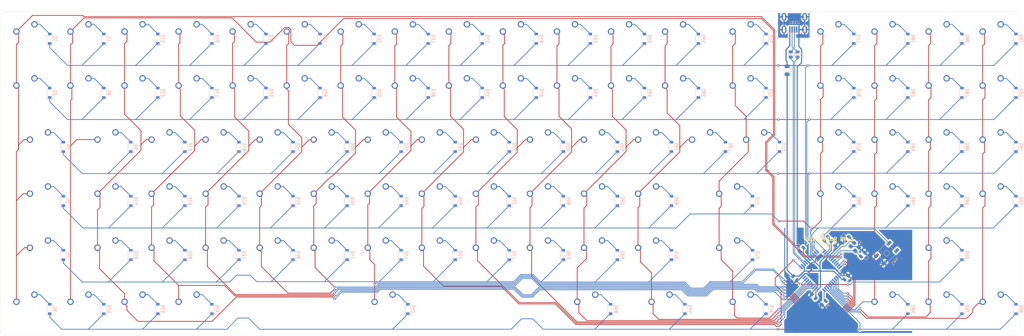
<source format=kicad_pcb>
(kicad_pcb (version 20171130) (host pcbnew "(5.1.9)-1")
  (layers (0 F.Cu signal) (31 B.Cu signal) (34 B.Paste user) (35 F.Paste user) (36 B.SilkS user hide) (37 F.SilkS user) (38 B.Mask user) (39 F.Mask user) (44 Edge.Cuts user))
  (net 0 "")
  (net 1 GND)
  (net 2 +5V)
  (net 3 "Net-(C2-Pad1)")
  (net 4 "Net-(C3-Pad1)")
  (net 5 "Net-(C6-Pad1)")
  (net 6 "Net-(D1-Pad2)")
  (net 7 ROW00)
  (net 8 "Net-(D2-Pad2)")
  (net 9 ROW01)
  (net 10 "Net-(D3-Pad2)")
  (net 11 ROW02)
  (net 12 "Net-(D4-Pad2)")
  (net 13 ROW03)
  (net 14 "Net-(D5-Pad2)")
  (net 15 ROW04)
  (net 16 "Net-(D6-Pad2)")
  (net 17 ROW05)
  (net 18 "Net-(D7-Pad2)")
  (net 19 "Net-(D8-Pad2)")
  (net 20 "Net-(D9-Pad2)")
  (net 21 "Net-(D10-Pad2)")
  (net 22 "Net-(D11-Pad2)")
  (net 23 "Net-(D12-Pad2)")
  (net 24 "Net-(D13-Pad2)")
  (net 25 "Net-(D14-Pad2)")
  (net 26 "Net-(D15-Pad2)")
  (net 27 "Net-(D16-Pad2)")
  (net 28 "Net-(D17-Pad2)")
  (net 29 "Net-(D18-Pad2)")
  (net 30 "Net-(D19-Pad2)")
  (net 31 "Net-(D20-Pad2)")
  (net 32 "Net-(D21-Pad2)")
  (net 33 "Net-(D22-Pad2)")
  (net 34 "Net-(D23-Pad2)")
  (net 35 "Net-(D24-Pad2)")
  (net 36 "Net-(D25-Pad2)")
  (net 37 "Net-(D26-Pad2)")
  (net 38 "Net-(D27-Pad2)")
  (net 39 "Net-(D28-Pad2)")
  (net 40 "Net-(D29-Pad2)")
  (net 41 "Net-(D30-Pad2)")
  (net 42 "Net-(D31-Pad2)")
  (net 43 "Net-(D32-Pad2)")
  (net 44 "Net-(D33-Pad2)")
  (net 45 "Net-(D34-Pad2)")
  (net 46 "Net-(D35-Pad2)")
  (net 47 "Net-(D36-Pad2)")
  (net 48 "Net-(D37-Pad2)")
  (net 49 "Net-(D38-Pad2)")
  (net 50 "Net-(D39-Pad2)")
  (net 51 "Net-(D40-Pad2)")
  (net 52 "Net-(D41-Pad2)")
  (net 53 "Net-(D42-Pad2)")
  (net 54 "Net-(D43-Pad2)")
  (net 55 "Net-(D44-Pad2)")
  (net 56 "Net-(D45-Pad2)")
  (net 57 "Net-(D46-Pad2)")
  (net 58 "Net-(D47-Pad2)")
  (net 59 "Net-(D48-Pad2)")
  (net 60 "Net-(D49-Pad2)")
  (net 61 "Net-(D50-Pad2)")
  (net 62 "Net-(D51-Pad2)")
  (net 63 "Net-(D52-Pad2)")
  (net 64 "Net-(D53-Pad2)")
  (net 65 "Net-(D54-Pad2)")
  (net 66 "Net-(D55-Pad2)")
  (net 67 "Net-(D56-Pad2)")
  (net 68 "Net-(D57-Pad2)")
  (net 69 "Net-(D58-Pad2)")
  (net 70 "Net-(D59-Pad2)")
  (net 71 "Net-(D60-Pad2)")
  (net 72 "Net-(D61-Pad2)")
  (net 73 "Net-(D62-Pad2)")
  (net 74 "Net-(D63-Pad2)")
  (net 75 "Net-(D64-Pad2)")
  (net 76 "Net-(D65-Pad2)")
  (net 77 "Net-(D66-Pad2)")
  (net 78 "Net-(D67-Pad2)")
  (net 79 "Net-(D68-Pad2)")
  (net 80 "Net-(D69-Pad2)")
  (net 81 "Net-(D70-Pad2)")
  (net 82 "Net-(D71-Pad2)")
  (net 83 "Net-(D72-Pad2)")
  (net 84 "Net-(D73-Pad2)")
  (net 85 "Net-(D74-Pad2)")
  (net 86 "Net-(D75-Pad2)")
  (net 87 "Net-(D76-Pad2)")
  (net 88 "Net-(D77-Pad2)")
  (net 89 "Net-(D78-Pad2)")
  (net 90 "Net-(D79-Pad2)")
  (net 91 "Net-(D80-Pad2)")
  (net 92 "Net-(D81-Pad2)")
  (net 93 "Net-(D82-Pad2)")
  (net 94 "Net-(D83-Pad2)")
  (net 95 "Net-(D84-Pad2)")
  (net 96 "Net-(D85-Pad2)")
  (net 97 "Net-(D86-Pad2)")
  (net 98 "Net-(D87-Pad2)")
  (net 99 "Net-(D88-Pad2)")
  (net 100 "Net-(D89-Pad2)")
  (net 101 "Net-(D90-Pad2)")
  (net 102 "Net-(D91-Pad2)")
  (net 103 "Net-(D92-Pad2)")
  (net 104 "Net-(D93-Pad2)")
  (net 105 "Net-(D94-Pad2)")
  (net 106 "Net-(D95-Pad2)")
  (net 107 "Net-(D96-Pad2)")
  (net 108 VCC)
  (net 109 COL10)
  (net 110 COL01)
  (net 111 COL02)
  (net 112 COL03)
  (net 113 COL04)
  (net 114 COL05)
  (net 115 COL06)
  (net 116 COL07)
  (net 117 COL08)
  (net 118 COL09)
  (net 119 COL13)
  (net 120 COL00)
  (net 121 COL11)
  (net 122 COL12)
  (net 123 COL16)
  (net 124 COL15)
  (net 125 COL14)
  (net 126 COL17)
  (net 127 D-)
  (net 128 "Net-(R1-Pad1)")
  (net 129 D+)
  (net 130 "Net-(R2-Pad1)")
  (net 131 "Net-(R3-Pad2)")
  (net 132 "Net-(R4-Pad2)")
  (net 133 "Net-(U1-Pad42)")
  (net 134 "Net-(USB1-Pad2)")
  (net 135 "Net-(U1-Pad20)")
  (module Package_QFP:TQFP-44_10x10mm_P0.8mm (layer B.Cu) (at 320.294 167.767 315)
    (fp_text reference U1 (at 0 7.45 135) (layer B.SilkS) (effects (justify mirror)))
    (fp_text value ATmega32U4-AU)
    (pad 44 smd rect (at -4 5.7 225) (size 1.5 0.55) (layers B.Cu B.Paste B.Mask) (net 2 +5V))
    (pad 43 smd rect (at -3.2 5.7 225) (size 1.5 0.55) (layers B.Cu B.Paste B.Mask) (net 1 GND))
    (pad 42 smd rect (at -2.4 5.7 225) (size 1.5 0.55) (layers B.Cu B.Paste B.Mask) (net 133 "Net-(U1-Pad42)"))
    (pad 41 smd rect (at -1.6 5.7 225) (size 1.5 0.55) (layers B.Cu B.Paste B.Mask) (net 15 ROW04))
    (pad 40 smd rect (at -0.8 5.7 225) (size 1.5 0.55) (layers B.Cu B.Paste B.Mask) (net 119 COL13))
    (pad 39 smd rect (at 0 5.7 225) (size 1.5 0.55) (layers B.Cu B.Paste B.Mask) (net 122 COL12))
    (pad 38 smd rect (at 0.8 5.7 225) (size 1.5 0.55) (layers B.Cu B.Paste B.Mask) (net 121 COL11))
    (pad 37 smd rect (at 1.6 5.7 225) (size 1.5 0.55) (layers B.Cu B.Paste B.Mask) (net 109 COL10))
    (pad 36 smd rect (at 2.4 5.7 225) (size 1.5 0.55) (layers B.Cu B.Paste B.Mask) (net 118 COL09))
    (pad 35 smd rect (at 3.2 5.7 225) (size 1.5 0.55) (layers B.Cu B.Paste B.Mask) (net 1 GND))
    (pad 34 smd rect (at 4 5.7 225) (size 1.5 0.55) (layers B.Cu B.Paste B.Mask) (net 2 +5V))
    (pad 33 smd rect (at 5.7 4 315) (size 1.5 0.55) (layers B.Cu B.Paste B.Mask) (net 132 "Net-(R4-Pad2)"))
    (pad 32 smd rect (at 5.7 3.2 315) (size 1.5 0.55) (layers B.Cu B.Paste B.Mask) (net 17 ROW05))
    (pad 31 smd rect (at 5.7 2.4 315) (size 1.5 0.55) (layers B.Cu B.Paste B.Mask) (net 126 COL17))
    (pad 30 smd rect (at 5.7 1.6 315) (size 1.5 0.55) (layers B.Cu B.Paste B.Mask) (net 123 COL16))
    (pad 29 smd rect (at 5.7 0.8 315) (size 1.5 0.55) (layers B.Cu B.Paste B.Mask) (net 124 COL15))
    (pad 28 smd rect (at 5.7 0 315) (size 1.5 0.55) (layers B.Cu B.Paste B.Mask) (net 116 COL07))
    (pad 27 smd rect (at 5.7 -0.8 315) (size 1.5 0.55) (layers B.Cu B.Paste B.Mask) (net 115 COL06))
    (pad 26 smd rect (at 5.7 -1.6 315) (size 1.5 0.55) (layers B.Cu B.Paste B.Mask) (net 114 COL05))
    (pad 25 smd rect (at 5.7 -2.4 315) (size 1.5 0.55) (layers B.Cu B.Paste B.Mask) (net 113 COL04))
    (pad 24 smd rect (at 5.7 -3.2 315) (size 1.5 0.55) (layers B.Cu B.Paste B.Mask) (net 2 +5V))
    (pad 23 smd rect (at 5.7 -4 315) (size 1.5 0.55) (layers B.Cu B.Paste B.Mask) (net 1 GND))
    (pad 22 smd rect (at 4 -5.7 225) (size 1.5 0.55) (layers B.Cu B.Paste B.Mask) (net 112 COL03))
    (pad 21 smd rect (at 3.2 -5.7 225) (size 1.5 0.55) (layers B.Cu B.Paste B.Mask) (net 111 COL02))
    (pad 20 smd rect (at 2.4 -5.7 225) (size 1.5 0.55) (layers B.Cu B.Paste B.Mask) (net 135 "Net-(U1-Pad20)"))
    (pad 19 smd rect (at 1.6 -5.7 225) (size 1.5 0.55) (layers B.Cu B.Paste B.Mask) (net 110 COL01))
    (pad 18 smd rect (at 0.8 -5.7 225) (size 1.5 0.55) (layers B.Cu B.Paste B.Mask) (net 120 COL00))
    (pad 17 smd rect (at 0 -5.7 225) (size 1.5 0.55) (layers B.Cu B.Paste B.Mask) (net 3 "Net-(C2-Pad1)"))
    (pad 16 smd rect (at -0.8 -5.7 225) (size 1.5 0.55) (layers B.Cu B.Paste B.Mask) (net 4 "Net-(C3-Pad1)"))
    (pad 15 smd rect (at -1.6 -5.7 225) (size 1.5 0.55) (layers B.Cu B.Paste B.Mask) (net 1 GND))
    (pad 14 smd rect (at -2.4 -5.7 225) (size 1.5 0.55) (layers B.Cu B.Paste B.Mask) (net 2 +5V))
    (pad 13 smd rect (at -3.2 -5.7 225) (size 1.5 0.55) (layers B.Cu B.Paste B.Mask) (net 131 "Net-(R3-Pad2)"))
    (pad 12 smd rect (at -4 -5.7 225) (size 1.5 0.55) (layers B.Cu B.Paste B.Mask) (net 13 ROW03))
    (pad 11 smd rect (at -5.7 -4 315) (size 1.5 0.55) (layers B.Cu B.Paste B.Mask) (net 125 COL14))
    (pad 10 smd rect (at -5.7 -3.2 315) (size 1.5 0.55) (layers B.Cu B.Paste B.Mask) (net 11 ROW02))
    (pad 9 smd rect (at -5.7 -2.4 315) (size 1.5 0.55) (layers B.Cu B.Paste B.Mask) (net 9 ROW01))
    (pad 8 smd rect (at -5.7 -1.6 315) (size 1.5 0.55) (layers B.Cu B.Paste B.Mask) (net 7 ROW00))
    (pad 7 smd rect (at -5.7 -0.8 315) (size 1.5 0.55) (layers B.Cu B.Paste B.Mask) (net 2 +5V))
    (pad 6 smd rect (at -5.7 0 315) (size 1.5 0.55) (layers B.Cu B.Paste B.Mask) (net 5 "Net-(C6-Pad1)"))
    (pad 5 smd rect (at -5.7 0.8 315) (size 1.5 0.55) (layers B.Cu B.Paste B.Mask) (net 1 GND))
    (pad 4 smd rect (at -5.7 1.6 315) (size 1.5 0.55) (layers B.Cu B.Paste B.Mask) (net 130 "Net-(R2-Pad1)"))
    (pad 3 smd rect (at -5.7 2.4 315) (size 1.5 0.55) (layers B.Cu B.Paste B.Mask) (net 128 "Net-(R1-Pad1)"))
    (pad 2 smd rect (at -5.7 3.2 315) (size 1.5 0.55) (layers B.Cu B.Paste B.Mask) (net 2 +5V))
    (pad 1 smd rect (at -5.7 4 315) (size 1.5 0.55) (layers B.Cu B.Paste B.Mask) (net 117 COL08))
  )
  (module random-keyboard-parts:Molex-0548190589 (layer B.Cu) (at 311.023 78.232 270)
    (fp_text reference USB1 (at 2.032 0 180) (layer B.SilkS) (effects (justify mirror)))
    (fp_text value Molex-0548190589)
    (pad 6 thru_hole oval (at 0 3.65 270) (size 2.7 1.7) (drill oval 1.9 0.7) (layers *.Cu *.Mask) (net 1 GND))
    (pad 6 thru_hole oval (at 0 -3.65 270) (size 2.7 1.7) (drill oval 1.9 0.7) (layers *.Cu *.Mask) (net 1 GND))
    (pad 6 thru_hole oval (at 4.5 -3.65 270) (size 2.7 1.7) (drill oval 1.9 0.7) (layers *.Cu *.Mask) (net 1 GND))
    (pad 6 thru_hole oval (at 4.5 3.65 270) (size 2.7 1.7) (drill oval 1.9 0.7) (layers *.Cu *.Mask) (net 1 GND))
    (pad 5 smd rect (at 4.5 1.6 270) (size 2.25 0.5) (layers B.Cu B.Paste B.Mask) (net 108 VCC))
    (pad 4 smd rect (at 4.5 0.8 270) (size 2.25 0.5) (layers B.Cu B.Paste B.Mask) (net 127 D-))
    (pad 3 smd rect (at 4.5 0 270) (size 2.25 0.5) (layers B.Cu B.Paste B.Mask) (net 129 D+))
    (pad 2 smd rect (at 4.5 -0.8 270) (size 2.25 0.5) (layers B.Cu B.Paste B.Mask) (net 134 "Net-(USB1-Pad2)"))
    (pad 1 smd rect (at 4.5 -1.6 270) (size 2.25 0.5) (layers B.Cu B.Paste B.Mask) (net 1 GND))
  )
  (module MX_Only:MXOnly-1.25U-NoLED (layer F.Cu) (at 238.3155 181.19725)
    (fp_text reference MX-RAL1)
    (fp_text value MX-NoLED)
    (pad 2 thru_hole circle (at 2.54 -5.08) (size 2.25 2.25) (drill 1.47) (layers *.Cu B.Mask) (net 69 "Net-(D58-Pad2)"))
    (pad "" np_thru_hole circle (at 0 0) (size 3.9878 3.9878) (drill 3.9878) (layers *.Cu *.Mask))
    (pad 1 thru_hole circle (at -3.81 -2.54) (size 2.25 2.25) (drill 1.47) (layers *.Cu B.Mask) (net 121 COL11))
    (pad "" np_thru_hole circle (at -5.08 0 48.0996) (size 1.75 1.75) (drill 1.75) (layers *.Cu *.Mask))
    (pad "" np_thru_hole circle (at 5.08 0 48.0996) (size 1.75 1.75) (drill 1.75) (layers *.Cu *.Mask))
  )
  (module MX_Only:MXOnly-1.5U-NoLED (layer F.Cu) (at 293.08425 181.19725)
    (fp_text reference MX-RCT1)
    (fp_text value MX-NoLED)
    (pad 2 thru_hole circle (at 2.54 -5.08) (size 2.25 2.25) (drill 1.47) (layers *.Cu B.Mask) (net 87 "Net-(D76-Pad2)"))
    (pad "" np_thru_hole circle (at 0 0) (size 3.9878 3.9878) (drill 3.9878) (layers *.Cu *.Mask))
    (pad 1 thru_hole circle (at -3.81 -2.54) (size 2.25 2.25) (drill 1.47) (layers *.Cu B.Mask) (net 119 COL13))
    (pad "" np_thru_hole circle (at -5.08 0 48.0996) (size 1.75 1.75) (drill 1.75) (layers *.Cu *.Mask))
    (pad "" np_thru_hole circle (at 5.08 0 48.0996) (size 1.75 1.75) (drill 1.75) (layers *.Cu *.Mask))
  )
  (module MX_Only:MXOnly-1U-NoLED (layer F.Cu) (at 126.39675 143.09725)
    (fp_text reference MX-F13)
    (fp_text value MX-NoLED)
    (pad 2 thru_hole circle (at 2.54 -5.08) (size 2.25 2.25) (drill 1.47) (layers *.Cu B.Mask) (net 41 "Net-(D30-Pad2)"))
    (pad "" np_thru_hole circle (at 0 0) (size 3.9878 3.9878) (drill 3.9878) (layers *.Cu *.Mask))
    (pad 1 thru_hole circle (at -3.81 -2.54) (size 2.25 2.25) (drill 1.47) (layers *.Cu B.Mask) (net 114 COL05))
    (pad "" np_thru_hole circle (at -5.08 0 48.0996) (size 1.75 1.75) (drill 1.75) (layers *.Cu *.Mask))
    (pad "" np_thru_hole circle (at 5.08 0 48.0996) (size 1.75 1.75) (drill 1.75) (layers *.Cu *.Mask))
  )
  (module Crystal:Crystal_SMD_3225-4Pin_3.2x2.5mm (layer B.Cu) (at 332.2955 159.28975 135)
    (fp_text reference Y1 (at 0 2.450001 315) (layer B.SilkS) (effects (justify mirror)))
    (fp_text value 16MHz)
    (pad 4 smd rect (at -1.1 0.85 135) (size 1.4 1.2) (layers B.Cu B.Paste B.Mask) (net 1 GND))
    (pad 3 smd rect (at 1.1 0.85 135) (size 1.4 1.2) (layers B.Cu B.Paste B.Mask) (net 4 "Net-(C3-Pad1)"))
    (pad 2 smd rect (at 1.1 -0.85 135) (size 1.4 1.2) (layers B.Cu B.Paste B.Mask) (net 1 GND))
    (pad 1 smd rect (at -1.1 -0.85 135) (size 1.4 1.2) (layers B.Cu B.Paste B.Mask) (net 3 "Net-(C2-Pad1)"))
  )
  (module random-keyboard-parts:SKQG-1155865 (layer B.Cu) (at 343.535 161.544 225)
    (fp_text reference SW1 (at 0 -4.064 45) (layer B.SilkS) (effects (justify mirror)))
    (fp_text value SW_Push)
    (pad 4 smd rect (at -3.1 -1.85 225) (size 1.8 1.1) (layers B.Cu B.Paste B.Mask))
    (pad 3 smd rect (at 3.1 1.85 225) (size 1.8 1.1) (layers B.Cu B.Paste B.Mask))
    (pad 2 smd rect (at -3.1 1.85 225) (size 1.8 1.1) (layers B.Cu B.Paste B.Mask) (net 131 "Net-(R3-Pad2)"))
    (pad 1 smd rect (at 3.1 -1.85 225) (size 1.8 1.1) (layers B.Cu B.Paste B.Mask) (net 1 GND))
  )
  (module Resistor_SMD:R_0805_2012Metric (layer B.Cu) (at 321.437 179.07 45)
    (fp_text reference R4 (at 0 1.65 225) (layer B.SilkS) (effects (justify mirror)))
    (fp_text value 10k)
    (pad 2 smd roundrect (at 0.9125 0 45) (size 1.025 1.4) (layers B.Cu B.Paste B.Mask) (roundrect_rratio 0.2439004878048781) (net 132 "Net-(R4-Pad2)"))
    (pad 1 smd roundrect (at -0.9125 0 45) (size 1.025 1.4) (layers B.Cu B.Paste B.Mask) (roundrect_rratio 0.2439004878048781) (net 1 GND))
  )
  (module Resistor_SMD:R_0805_2012Metric (layer B.Cu) (at 322.199 156.464 225)
    (fp_text reference R3 (at 0 1.65 225) (layer B.SilkS) (effects (justify mirror)))
    (fp_text value 10k)
    (pad 2 smd roundrect (at 0.9125 0 225) (size 1.025 1.4) (layers B.Cu B.Paste B.Mask) (roundrect_rratio 0.2439004878048781) (net 131 "Net-(R3-Pad2)"))
    (pad 1 smd roundrect (at -0.9125 0 225) (size 1.025 1.4) (layers B.Cu B.Paste B.Mask) (roundrect_rratio 0.2439004878048781) (net 2 +5V))
  )
  (module Resistor_SMD:R_0805_2012Metric (layer B.Cu) (at 312.13425 91.5035 90)
    (fp_text reference R2 (at 0 1.65 270) (layer B.SilkS) (effects (justify mirror)))
    (fp_text value 22)
    (pad 2 smd roundrect (at 0.9125 0 90) (size 1.025 1.4) (layers B.Cu B.Paste B.Mask) (roundrect_rratio 0.2439004878048781) (net 129 D+))
    (pad 1 smd roundrect (at -0.9125 0 90) (size 1.025 1.4) (layers B.Cu B.Paste B.Mask) (roundrect_rratio 0.2439004878048781) (net 130 "Net-(R2-Pad1)"))
  )
  (module Resistor_SMD:R_0805_2012Metric (layer B.Cu) (at 309.753 91.5035 90)
    (fp_text reference R1 (at 0 1.65 90) (layer B.SilkS) (effects (justify mirror)))
    (fp_text value 22)
    (pad 2 smd roundrect (at 0.9125 0 90) (size 1.025 1.4) (layers B.Cu B.Paste B.Mask) (roundrect_rratio 0.2439004878048781) (net 127 D-))
    (pad 1 smd roundrect (at -0.9125 0 90) (size 1.025 1.4) (layers B.Cu B.Paste B.Mask) (roundrect_rratio 0.2439004878048781) (net 128 "Net-(R1-Pad1)"))
  )
  (module MX_Only:MXOnly-1U-NoLED (layer F.Cu) (at 69.24675 162.14725)
    (fp_text reference MX-Z1)
    (fp_text value MX-NoLED)
    (pad 2 thru_hole circle (at 2.54 -5.08) (size 2.25 2.25) (drill 1.47) (layers *.Cu B.Mask) (net 31 "Net-(D20-Pad2)"))
    (pad "" np_thru_hole circle (at 0 0) (size 3.9878 3.9878) (drill 3.9878) (layers *.Cu *.Mask))
    (pad 1 thru_hole circle (at -3.81 -2.54) (size 2.25 2.25) (drill 1.47) (layers *.Cu B.Mask) (net 111 COL02))
    (pad "" np_thru_hole circle (at -5.08 0 48.0996) (size 1.75 1.75) (drill 1.75) (layers *.Cu *.Mask))
    (pad "" np_thru_hole circle (at 5.08 0 48.0996) (size 1.75 1.75) (drill 1.75) (layers *.Cu *.Mask))
  )
  (module MX_Only:MXOnly-1U-NoLED (layer F.Cu) (at 164.49675 124.04725)
    (fp_text reference MX-Y1)
    (fp_text value MX-NoLED)
    (pad 2 thru_hole circle (at 2.54 -5.08) (size 2.25 2.25) (drill 1.47) (layers *.Cu B.Mask) (net 45 "Net-(D34-Pad2)"))
    (pad "" np_thru_hole circle (at 0 0) (size 3.9878 3.9878) (drill 3.9878) (layers *.Cu *.Mask))
    (pad 1 thru_hole circle (at -3.81 -2.54) (size 2.25 2.25) (drill 1.47) (layers *.Cu B.Mask) (net 115 COL06))
    (pad "" np_thru_hole circle (at -5.08 0 48.0996) (size 1.75 1.75) (drill 1.75) (layers *.Cu *.Mask))
    (pad "" np_thru_hole circle (at 5.08 0 48.0996) (size 1.75 1.75) (drill 1.75) (layers *.Cu *.Mask))
  )
  (module MX_Only:MXOnly-1U-NoLED (layer F.Cu) (at 88.29675 162.14725)
    (fp_text reference MX-X1)
    (fp_text value MX-NoLED)
    (pad 2 thru_hole circle (at 2.54 -5.08) (size 2.25 2.25) (drill 1.47) (layers *.Cu B.Mask) (net 37 "Net-(D26-Pad2)"))
    (pad "" np_thru_hole circle (at 0 0) (size 3.9878 3.9878) (drill 3.9878) (layers *.Cu *.Mask))
    (pad 1 thru_hole circle (at -3.81 -2.54) (size 2.25 2.25) (drill 1.47) (layers *.Cu B.Mask) (net 112 COL03))
    (pad "" np_thru_hole circle (at -5.08 0 48.0996) (size 1.75 1.75) (drill 1.75) (layers *.Cu *.Mask))
    (pad "" np_thru_hole circle (at 5.08 0 48.0996) (size 1.75 1.75) (drill 1.75) (layers *.Cu *.Mask))
  )
  (module MX_Only:MXOnly-1U-NoLED (layer F.Cu) (at 78.77175 181.19725)
    (fp_text reference MX-WIN1)
    (fp_text value MX-NoLED)
    (pad 2 thru_hole circle (at 2.54 -5.08) (size 2.25 2.25) (drill 1.47) (layers *.Cu B.Mask) (net 26 "Net-(D15-Pad2)"))
    (pad "" np_thru_hole circle (at 0 0) (size 3.9878 3.9878) (drill 3.9878) (layers *.Cu *.Mask))
    (pad 1 thru_hole circle (at -3.81 -2.54) (size 2.25 2.25) (drill 1.47) (layers *.Cu B.Mask) (net 111 COL02))
    (pad "" np_thru_hole circle (at -5.08 0 48.0996) (size 1.75 1.75) (drill 1.75) (layers *.Cu *.Mask))
    (pad "" np_thru_hole circle (at 5.08 0 48.0996) (size 1.75 1.75) (drill 1.75) (layers *.Cu *.Mask))
  )
  (module MX_Only:MXOnly-1U-NoLED (layer F.Cu) (at 88.29675 124.04725)
    (fp_text reference MX-W1)
    (fp_text value MX-NoLED)
    (pad 2 thru_hole circle (at 2.54 -5.08) (size 2.25 2.25) (drill 1.47) (layers *.Cu B.Mask) (net 24 "Net-(D13-Pad2)"))
    (pad "" np_thru_hole circle (at 0 0) (size 3.9878 3.9878) (drill 3.9878) (layers *.Cu *.Mask))
    (pad 1 thru_hole circle (at -3.81 -2.54) (size 2.25 2.25) (drill 1.47) (layers *.Cu B.Mask) (net 111 COL02))
    (pad "" np_thru_hole circle (at -5.08 0 48.0996) (size 1.75 1.75) (drill 1.75) (layers *.Cu *.Mask))
    (pad "" np_thru_hole circle (at 5.08 0 48.0996) (size 1.75 1.75) (drill 1.75) (layers *.Cu *.Mask))
  )
  (module MX_Only:MXOnly-1U-NoLED (layer F.Cu) (at 126.39675 162.14725)
    (fp_text reference MX-V1)
    (fp_text value MX-NoLED)
    (pad 2 thru_hole circle (at 2.54 -5.08) (size 2.25 2.25) (drill 1.47) (layers *.Cu B.Mask) (net 47 "Net-(D36-Pad2)"))
    (pad "" np_thru_hole circle (at 0 0) (size 3.9878 3.9878) (drill 3.9878) (layers *.Cu *.Mask))
    (pad 1 thru_hole circle (at -3.81 -2.54) (size 2.25 2.25) (drill 1.47) (layers *.Cu B.Mask) (net 114 COL05))
    (pad "" np_thru_hole circle (at -5.08 0 48.0996) (size 1.75 1.75) (drill 1.75) (layers *.Cu *.Mask))
    (pad "" np_thru_hole circle (at 5.08 0 48.0996) (size 1.75 1.75) (drill 1.75) (layers *.Cu *.Mask))
  )
  (module MX_Only:MXOnly-1U-NoLED (layer F.Cu) (at 362.1405 162.14725)
    (fp_text reference MX-UAR1)
    (fp_text value MX-NoLED)
    (pad 2 thru_hole circle (at 2.54 -5.08) (size 2.25 2.25) (drill 1.47) (layers *.Cu B.Mask) (net 101 "Net-(D90-Pad2)"))
    (pad "" np_thru_hole circle (at 0 0) (size 3.9878 3.9878) (drill 3.9878) (layers *.Cu *.Mask))
    (pad 1 thru_hole circle (at -3.81 -2.54) (size 2.25 2.25) (drill 1.47) (layers *.Cu B.Mask) (net 123 COL16))
    (pad "" np_thru_hole circle (at -5.08 0 48.0996) (size 1.75 1.75) (drill 1.75) (layers *.Cu *.Mask))
    (pad "" np_thru_hole circle (at 5.08 0 48.0996) (size 1.75 1.75) (drill 1.75) (layers *.Cu *.Mask))
  )
  (module MX_Only:MXOnly-1U-NoLED (layer F.Cu) (at 183.54675 124.04725)
    (fp_text reference MX-U1)
    (fp_text value MX-NoLED)
    (pad 2 thru_hole circle (at 2.54 -5.08) (size 2.25 2.25) (drill 1.47) (layers *.Cu B.Mask) (net 50 "Net-(D39-Pad2)"))
    (pad "" np_thru_hole circle (at 0 0) (size 3.9878 3.9878) (drill 3.9878) (layers *.Cu *.Mask))
    (pad 1 thru_hole circle (at -3.81 -2.54) (size 2.25 2.25) (drill 1.47) (layers *.Cu B.Mask) (net 116 COL07))
    (pad "" np_thru_hole circle (at -5.08 0 48.0996) (size 1.75 1.75) (drill 1.75) (layers *.Cu *.Mask))
    (pad "" np_thru_hole circle (at 5.08 0 48.0996) (size 1.75 1.75) (drill 1.75) (layers *.Cu *.Mask))
  )
  (module MX_Only:MXOnly-1U-NoLED (layer F.Cu) (at 40.67175 104.99725)
    (fp_text reference MX-TIL1)
    (fp_text value MX-NoLED)
    (pad 2 thru_hole circle (at 2.54 -5.08) (size 2.25 2.25) (drill 1.47) (layers *.Cu B.Mask) (net 8 "Net-(D2-Pad2)"))
    (pad "" np_thru_hole circle (at 0 0) (size 3.9878 3.9878) (drill 3.9878) (layers *.Cu *.Mask))
    (pad 1 thru_hole circle (at -3.81 -2.54) (size 2.25 2.25) (drill 1.47) (layers *.Cu B.Mask) (net 120 COL00))
    (pad "" np_thru_hole circle (at -5.08 0 48.0996) (size 1.75 1.75) (drill 1.75) (layers *.Cu *.Mask))
    (pad "" np_thru_hole circle (at 5.08 0 48.0996) (size 1.75 1.75) (drill 1.75) (layers *.Cu *.Mask))
  )
  (module MX_Only:MXOnly-1.5U-NoLED (layer F.Cu) (at 45.43425 124.04725)
    (fp_text reference MX-TAB1)
    (fp_text value MX-NoLED)
    (pad 2 thru_hole circle (at 2.54 -5.08) (size 2.25 2.25) (drill 1.47) (layers *.Cu B.Mask) (net 10 "Net-(D3-Pad2)"))
    (pad "" np_thru_hole circle (at 0 0) (size 3.9878 3.9878) (drill 3.9878) (layers *.Cu *.Mask))
    (pad 1 thru_hole circle (at -3.81 -2.54) (size 2.25 2.25) (drill 1.47) (layers *.Cu B.Mask) (net 120 COL00))
    (pad "" np_thru_hole circle (at -5.08 0 48.0996) (size 1.75 1.75) (drill 1.75) (layers *.Cu *.Mask))
    (pad "" np_thru_hole circle (at 5.08 0 48.0996) (size 1.75 1.75) (drill 1.75) (layers *.Cu *.Mask))
  )
  (module MX_Only:MXOnly-1U-NoLED (layer F.Cu) (at 145.44675 124.04725)
    (fp_text reference MX-T1)
    (fp_text value MX-NoLED)
    (pad 2 thru_hole circle (at 2.54 -5.08) (size 2.25 2.25) (drill 1.47) (layers *.Cu B.Mask) (net 40 "Net-(D29-Pad2)"))
    (pad "" np_thru_hole circle (at 0 0) (size 3.9878 3.9878) (drill 3.9878) (layers *.Cu *.Mask))
    (pad 1 thru_hole circle (at -3.81 -2.54) (size 2.25 2.25) (drill 1.47) (layers *.Cu B.Mask) (net 114 COL05))
    (pad "" np_thru_hole circle (at -5.08 0 48.0996) (size 1.75 1.75) (drill 1.75) (layers *.Cu *.Mask))
    (pad "" np_thru_hole circle (at 5.08 0 48.0996) (size 1.75 1.75) (drill 1.75) (layers *.Cu *.Mask))
  )
  (module MX_Only:MXOnly-6.25U-ReversedStabilizers-NoLED (layer F.Cu) (at 166.878 181.19725)
    (fp_text reference MX-SPA1)
    (fp_text value MX-NoLED)
    (pad 2 thru_hole circle (at 2.54 -5.08) (size 2.25 2.25) (drill 1.47) (layers *.Cu B.Mask) (net 53 "Net-(D42-Pad2)"))
    (pad "" np_thru_hole circle (at 0 0) (size 3.9878 3.9878) (drill 3.9878) (layers *.Cu *.Mask))
    (pad 1 thru_hole circle (at -3.81 -2.54) (size 2.25 2.25) (drill 1.47) (layers *.Cu B.Mask) (net 116 COL07))
    (pad "" np_thru_hole circle (at -5.08 0 48.0996) (size 1.75 1.75) (drill 1.75) (layers *.Cu *.Mask))
    (pad "" np_thru_hole circle (at 5.08 0 48.0996) (size 1.75 1.75) (drill 1.75) (layers *.Cu *.Mask))
    (pad "" np_thru_hole circle (at -49.9999 6.985) (size 3.048 3.048) (drill 3.048) (layers *.Cu *.Mask))
    (pad "" np_thru_hole circle (at 49.9999 6.985) (size 3.048 3.048) (drill 3.048) (layers *.Cu *.Mask))
    (pad "" np_thru_hole circle (at -49.9999 -8.255) (size 3.9878 3.9878) (drill 3.9878) (layers *.Cu *.Mask))
    (pad "" np_thru_hole circle (at 49.9999 -8.255) (size 3.9878 3.9878) (drill 3.9878) (layers *.Cu *.Mask))
  )
  (module MX_Only:MXOnly-1U-NoLED (layer F.Cu) (at 88.29675 143.09725)
    (fp_text reference MX-S1)
    (fp_text value MX-NoLED)
    (pad 2 thru_hole circle (at 2.54 -5.08) (size 2.25 2.25) (drill 1.47) (layers *.Cu B.Mask) (net 30 "Net-(D19-Pad2)"))
    (pad "" np_thru_hole circle (at 0 0) (size 3.9878 3.9878) (drill 3.9878) (layers *.Cu *.Mask))
    (pad 1 thru_hole circle (at -3.81 -2.54) (size 2.25 2.25) (drill 1.47) (layers *.Cu B.Mask) (net 112 COL03))
    (pad "" np_thru_hole circle (at -5.08 0 48.0996) (size 1.75 1.75) (drill 1.75) (layers *.Cu *.Mask))
    (pad "" np_thru_hole circle (at 5.08 0 48.0996) (size 1.75 1.75) (drill 1.75) (layers *.Cu *.Mask))
  )
  (module MX_Only:MXOnly-2U-NoLED (layer F.Cu) (at 288.32175 162.14725)
    (fp_text reference MX-RSH1)
    (fp_text value MX-NoLED)
    (pad 2 thru_hole circle (at 2.54 -5.08) (size 2.25 2.25) (drill 1.47) (layers *.Cu B.Mask) (net 86 "Net-(D75-Pad2)"))
    (pad "" np_thru_hole circle (at 0 0) (size 3.9878 3.9878) (drill 3.9878) (layers *.Cu *.Mask))
    (pad 1 thru_hole circle (at -3.81 -2.54) (size 2.25 2.25) (drill 1.47) (layers *.Cu B.Mask) (net 119 COL13))
    (pad "" np_thru_hole circle (at -5.08 0 48.0996) (size 1.75 1.75) (drill 1.75) (layers *.Cu *.Mask))
    (pad "" np_thru_hole circle (at 5.08 0 48.0996) (size 1.75 1.75) (drill 1.75) (layers *.Cu *.Mask))
    (pad "" np_thru_hole circle (at -11.90625 -6.985) (size 3.048 3.048) (drill 3.048) (layers *.Cu *.Mask))
    (pad "" np_thru_hole circle (at 11.90625 -6.985) (size 3.048 3.048) (drill 3.048) (layers *.Cu *.Mask))
    (pad "" np_thru_hole circle (at -11.90625 8.255) (size 3.9878 3.9878) (drill 3.9878) (layers *.Cu *.Mask))
    (pad "" np_thru_hole circle (at 11.90625 8.255) (size 3.9878 3.9878) (drill 3.9878) (layers *.Cu *.Mask))
  )
  (module MX_Only:MXOnly-1U-NoLED (layer F.Cu) (at 278.79675 124.04725)
    (fp_text reference MX-RBR1)
    (fp_text value MX-NoLED)
    (pad 2 thru_hole circle (at 2.54 -5.08) (size 2.25 2.25) (drill 1.47) (layers *.Cu B.Mask) (net 78 "Net-(D67-Pad2)"))
    (pad "" np_thru_hole circle (at 0 0) (size 3.9878 3.9878) (drill 3.9878) (layers *.Cu *.Mask))
    (pad 1 thru_hole circle (at -3.81 -2.54) (size 2.25 2.25) (drill 1.47) (layers *.Cu B.Mask) (net 122 COL12))
    (pad "" np_thru_hole circle (at -5.08 0 48.0996) (size 1.75 1.75) (drill 1.75) (layers *.Cu *.Mask))
    (pad "" np_thru_hole circle (at 5.08 0 48.0996) (size 1.75 1.75) (drill 1.75) (layers *.Cu *.Mask))
  )
  (module MX_Only:MXOnly-1U-NoLED (layer F.Cu) (at 381.1905 181.19725)
    (fp_text reference MX-RAR1)
    (fp_text value MX-NoLED)
    (pad 2 thru_hole circle (at 2.54 -5.08) (size 2.25 2.25) (drill 1.47) (layers *.Cu B.Mask) (net 107 "Net-(D96-Pad2)"))
    (pad "" np_thru_hole circle (at 0 0) (size 3.9878 3.9878) (drill 3.9878) (layers *.Cu *.Mask))
    (pad 1 thru_hole circle (at -3.81 -2.54) (size 2.25 2.25) (drill 1.47) (layers *.Cu B.Mask) (net 126 COL17))
    (pad "" np_thru_hole circle (at -5.08 0 48.0996) (size 1.75 1.75) (drill 1.75) (layers *.Cu *.Mask))
    (pad "" np_thru_hole circle (at 5.08 0 48.0996) (size 1.75 1.75) (drill 1.75) (layers *.Cu *.Mask))
  )
  (module MX_Only:MXOnly-1U-NoLED (layer F.Cu) (at 126.39675 124.04725)
    (fp_text reference MX-R1)
    (fp_text value MX-NoLED)
    (pad 2 thru_hole circle (at 2.54 -5.08) (size 2.25 2.25) (drill 1.47) (layers *.Cu B.Mask) (net 35 "Net-(D24-Pad2)"))
    (pad "" np_thru_hole circle (at 0 0) (size 3.9878 3.9878) (drill 3.9878) (layers *.Cu *.Mask))
    (pad 1 thru_hole circle (at -3.81 -2.54) (size 2.25 2.25) (drill 1.47) (layers *.Cu B.Mask) (net 113 COL04))
    (pad "" np_thru_hole circle (at -5.08 0 48.0996) (size 1.75 1.75) (drill 1.75) (layers *.Cu *.Mask))
    (pad "" np_thru_hole circle (at 5.08 0 48.0996) (size 1.75 1.75) (drill 1.75) (layers *.Cu *.Mask))
  )
  (module MX_Only:MXOnly-1U-NoLED (layer F.Cu) (at 259.74675 143.09725)
    (fp_text reference MX-QUO1)
    (fp_text value MX-NoLED)
    (pad 2 thru_hole circle (at 2.54 -5.08) (size 2.25 2.25) (drill 1.47) (layers *.Cu B.Mask) (net 79 "Net-(D68-Pad2)"))
    (pad "" np_thru_hole circle (at 0 0) (size 3.9878 3.9878) (drill 3.9878) (layers *.Cu *.Mask))
    (pad 1 thru_hole circle (at -3.81 -2.54) (size 2.25 2.25) (drill 1.47) (layers *.Cu B.Mask) (net 122 COL12))
    (pad "" np_thru_hole circle (at -5.08 0 48.0996) (size 1.75 1.75) (drill 1.75) (layers *.Cu *.Mask))
    (pad "" np_thru_hole circle (at 5.08 0 48.0996) (size 1.75 1.75) (drill 1.75) (layers *.Cu *.Mask))
  )
  (module MX_Only:MXOnly-1U-NoLED (layer F.Cu) (at 240.69675 162.14725)
    (fp_text reference MX-QUE1)
    (fp_text value MX-NoLED)
    (pad 2 thru_hole circle (at 2.54 -5.08) (size 2.25 2.25) (drill 1.47) (layers *.Cu B.Mask) (net 80 "Net-(D69-Pad2)"))
    (pad "" np_thru_hole circle (at 0 0) (size 3.9878 3.9878) (drill 3.9878) (layers *.Cu *.Mask))
    (pad 1 thru_hole circle (at -3.81 -2.54) (size 2.25 2.25) (drill 1.47) (layers *.Cu B.Mask) (net 121 COL11))
    (pad "" np_thru_hole circle (at -5.08 0 48.0996) (size 1.75 1.75) (drill 1.75) (layers *.Cu *.Mask))
    (pad "" np_thru_hole circle (at 5.08 0 48.0996) (size 1.75 1.75) (drill 1.75) (layers *.Cu *.Mask))
  )
  (module MX_Only:MXOnly-1U-NoLED (layer F.Cu) (at 69.24675 124.04725)
    (fp_text reference MX-Q1)
    (fp_text value MX-NoLED)
    (pad 2 thru_hole circle (at 2.54 -5.08) (size 2.25 2.25) (drill 1.47) (layers *.Cu B.Mask) (net 20 "Net-(D9-Pad2)"))
    (pad "" np_thru_hole circle (at 0 0) (size 3.9878 3.9878) (drill 3.9878) (layers *.Cu *.Mask))
    (pad 1 thru_hole circle (at -3.81 -2.54) (size 2.25 2.25) (drill 1.47) (layers *.Cu B.Mask) (net 110 COL01))
    (pad "" np_thru_hole circle (at -5.08 0 48.0996) (size 1.75 1.75) (drill 1.75) (layers *.Cu *.Mask))
    (pad "" np_thru_hole circle (at 5.08 0 48.0996) (size 1.75 1.75) (drill 1.75) (layers *.Cu *.Mask))
  )
  (module MX_Only:MXOnly-1.5U-NoLED (layer F.Cu) (at 264.50925 181.19725)
    (fp_text reference MX-PRT1)
    (fp_text value MX-NoLED)
    (pad 2 thru_hole circle (at 2.54 -5.08) (size 2.25 2.25) (drill 1.47) (layers *.Cu B.Mask) (net 75 "Net-(D64-Pad2)"))
    (pad "" np_thru_hole circle (at 0 0) (size 3.9878 3.9878) (drill 3.9878) (layers *.Cu *.Mask))
    (pad 1 thru_hole circle (at -3.81 -2.54) (size 2.25 2.25) (drill 1.47) (layers *.Cu B.Mask) (net 122 COL12))
    (pad "" np_thru_hole circle (at -5.08 0 48.0996) (size 1.75 1.75) (drill 1.75) (layers *.Cu *.Mask))
    (pad "" np_thru_hole circle (at 5.08 0 48.0996) (size 1.75 1.75) (drill 1.75) (layers *.Cu *.Mask))
  )
  (module MX_Only:MXOnly-1U-NoLED (layer F.Cu) (at 269.27175 104.99725)
    (fp_text reference MX-PLU1)
    (fp_text value MX-NoLED)
    (pad 2 thru_hole circle (at 2.54 -5.08) (size 2.25 2.25) (drill 1.47) (layers *.Cu B.Mask) (net 77 "Net-(D66-Pad2)"))
    (pad "" np_thru_hole circle (at 0 0) (size 3.9878 3.9878) (drill 3.9878) (layers *.Cu *.Mask))
    (pad 1 thru_hole circle (at -3.81 -2.54) (size 2.25 2.25) (drill 1.47) (layers *.Cu B.Mask) (net 122 COL12))
    (pad "" np_thru_hole circle (at -5.08 0 48.0996) (size 1.75 1.75) (drill 1.75) (layers *.Cu *.Mask))
    (pad "" np_thru_hole circle (at 5.08 0 48.0996) (size 1.75 1.75) (drill 1.75) (layers *.Cu *.Mask))
  )
  (module MX_Only:MXOnly-1U-NoLED (layer F.Cu) (at 240.69675 124.04725)
    (fp_text reference MX-P1)
    (fp_text value MX-NoLED)
    (pad 2 thru_hole circle (at 2.54 -5.08) (size 2.25 2.25) (drill 1.47) (layers *.Cu B.Mask) (net 66 "Net-(D55-Pad2)"))
    (pad "" np_thru_hole circle (at 0 0) (size 3.9878 3.9878) (drill 3.9878) (layers *.Cu *.Mask))
    (pad 1 thru_hole circle (at -3.81 -2.54) (size 2.25 2.25) (drill 1.47) (layers *.Cu B.Mask) (net 109 COL10))
    (pad "" np_thru_hole circle (at -5.08 0 48.0996) (size 1.75 1.75) (drill 1.75) (layers *.Cu *.Mask))
    (pad "" np_thru_hole circle (at 5.08 0 48.0996) (size 1.75 1.75) (drill 1.75) (layers *.Cu *.Mask))
  )
  (module MX_Only:MXOnly-1U-NoLED (layer F.Cu) (at 221.64675 124.04725)
    (fp_text reference MX-O1)
    (fp_text value MX-NoLED)
    (pad 2 thru_hole circle (at 2.54 -5.08) (size 2.25 2.25) (drill 1.47) (layers *.Cu B.Mask) (net 61 "Net-(D50-Pad2)"))
    (pad "" np_thru_hole circle (at 0 0) (size 3.9878 3.9878) (drill 3.9878) (layers *.Cu *.Mask))
    (pad 1 thru_hole circle (at -3.81 -2.54) (size 2.25 2.25) (drill 1.47) (layers *.Cu B.Mask) (net 118 COL09))
    (pad "" np_thru_hole circle (at -5.08 0 48.0996) (size 1.75 1.75) (drill 1.75) (layers *.Cu *.Mask))
    (pad "" np_thru_hole circle (at 5.08 0 48.0996) (size 1.75 1.75) (drill 1.75) (layers *.Cu *.Mask))
  )
  (module MX_Only:MXOnly-1U-NoLED (layer F.Cu) (at 324.0405 143.09725)
    (fp_text reference MX-NUM1)
    (fp_text value MX-NoLED)
    (pad 2 thru_hole circle (at 2.54 -5.08) (size 2.25 2.25) (drill 1.47) (layers *.Cu B.Mask) (net 91 "Net-(D80-Pad2)"))
    (pad "" np_thru_hole circle (at 0 0) (size 3.9878 3.9878) (drill 3.9878) (layers *.Cu *.Mask))
    (pad 1 thru_hole circle (at -3.81 -2.54) (size 2.25 2.25) (drill 1.47) (layers *.Cu B.Mask) (net 125 COL14))
    (pad "" np_thru_hole circle (at -5.08 0 48.0996) (size 1.75 1.75) (drill 1.75) (layers *.Cu *.Mask))
    (pad "" np_thru_hole circle (at 5.08 0 48.0996) (size 1.75 1.75) (drill 1.75) (layers *.Cu *.Mask))
  )
  (module MX_Only:MXOnly-1U-NoLED (layer F.Cu) (at 381.1905 85.94725)
    (fp_text reference MX-NSL1)
    (fp_text value MX-NoLED)
    (pad 2 thru_hole circle (at 2.54 -5.08) (size 2.25 2.25) (drill 1.47) (layers *.Cu B.Mask) (net 103 "Net-(D92-Pad2)"))
    (pad "" np_thru_hole circle (at 0 0) (size 3.9878 3.9878) (drill 3.9878) (layers *.Cu *.Mask))
    (pad 1 thru_hole circle (at -3.81 -2.54) (size 2.25 2.25) (drill 1.47) (layers *.Cu B.Mask) (net 126 COL17))
    (pad "" np_thru_hole circle (at -5.08 0 48.0996) (size 1.75 1.75) (drill 1.75) (layers *.Cu *.Mask))
    (pad "" np_thru_hole circle (at 5.08 0 48.0996) (size 1.75 1.75) (drill 1.75) (layers *.Cu *.Mask))
  )
  (module MX_Only:MXOnly-1U-NoLED (layer F.Cu) (at 381.1905 143.09725)
    (fp_text reference MX-NPL1)
    (fp_text value MX-NoLED)
    (pad 2 thru_hole circle (at 2.54 -5.08) (size 2.25 2.25) (drill 1.47) (layers *.Cu B.Mask) (net 106 "Net-(D95-Pad2)"))
    (pad "" np_thru_hole circle (at 0 0) (size 3.9878 3.9878) (drill 3.9878) (layers *.Cu *.Mask))
    (pad 1 thru_hole circle (at -3.81 -2.54) (size 2.25 2.25) (drill 1.47) (layers *.Cu B.Mask) (net 126 COL17))
    (pad "" np_thru_hole circle (at -5.08 0 48.0996) (size 1.75 1.75) (drill 1.75) (layers *.Cu *.Mask))
    (pad "" np_thru_hole circle (at 5.08 0 48.0996) (size 1.75 1.75) (drill 1.75) (layers *.Cu *.Mask))
  )
  (module MX_Only:MXOnly-1U-NoLED (layer F.Cu) (at 362.1405 143.09725)
    (fp_text reference MX-NDE1)
    (fp_text value MX-NoLED)
    (pad 2 thru_hole circle (at 2.54 -5.08) (size 2.25 2.25) (drill 1.47) (layers *.Cu B.Mask) (net 100 "Net-(D89-Pad2)"))
    (pad "" np_thru_hole circle (at 0 0) (size 3.9878 3.9878) (drill 3.9878) (layers *.Cu *.Mask))
    (pad 1 thru_hole circle (at -3.81 -2.54) (size 2.25 2.25) (drill 1.47) (layers *.Cu B.Mask) (net 123 COL16))
    (pad "" np_thru_hole circle (at -5.08 0 48.0996) (size 1.75 1.75) (drill 1.75) (layers *.Cu *.Mask))
    (pad "" np_thru_hole circle (at 5.08 0 48.0996) (size 1.75 1.75) (drill 1.75) (layers *.Cu *.Mask))
  )
  (module MX_Only:MXOnly-1U-NoLED (layer F.Cu) (at 381.1905 124.04725)
    (fp_text reference MX-NDA1)
    (fp_text value MX-NoLED)
    (pad 2 thru_hole circle (at 2.54 -5.08) (size 2.25 2.25) (drill 1.47) (layers *.Cu B.Mask) (net 105 "Net-(D94-Pad2)"))
    (pad "" np_thru_hole circle (at 0 0) (size 3.9878 3.9878) (drill 3.9878) (layers *.Cu *.Mask))
    (pad 1 thru_hole circle (at -3.81 -2.54) (size 2.25 2.25) (drill 1.47) (layers *.Cu B.Mask) (net 126 COL17))
    (pad "" np_thru_hole circle (at -5.08 0 48.0996) (size 1.75 1.75) (drill 1.75) (layers *.Cu *.Mask))
    (pad "" np_thru_hole circle (at 5.08 0 48.0996) (size 1.75 1.75) (drill 1.75) (layers *.Cu *.Mask))
  )
  (module MX_Only:MXOnly-1U-NoLED (layer F.Cu) (at 381.1905 104.99725)
    (fp_text reference MX-NAS1)
    (fp_text value MX-NoLED)
    (pad 2 thru_hole circle (at 2.54 -5.08) (size 2.25 2.25) (drill 1.47) (layers *.Cu B.Mask) (net 104 "Net-(D93-Pad2)"))
    (pad "" np_thru_hole circle (at 0 0) (size 3.9878 3.9878) (drill 3.9878) (layers *.Cu *.Mask))
    (pad 1 thru_hole circle (at -3.81 -2.54) (size 2.25 2.25) (drill 1.47) (layers *.Cu B.Mask) (net 126 COL17))
    (pad "" np_thru_hole circle (at -5.08 0 48.0996) (size 1.75 1.75) (drill 1.75) (layers *.Cu *.Mask))
    (pad "" np_thru_hole circle (at 5.08 0 48.0996) (size 1.75 1.75) (drill 1.75) (layers *.Cu *.Mask))
  )
  (module MX_Only:MXOnly-1U-NoLED (layer F.Cu) (at 164.49675 162.14725)
    (fp_text reference MX-N10)
    (fp_text value MX-NoLED)
    (pad 2 thru_hole circle (at 2.54 -5.08) (size 2.25 2.25) (drill 1.47) (layers *.Cu B.Mask) (net 58 "Net-(D47-Pad2)"))
    (pad "" np_thru_hole circle (at 0 0) (size 3.9878 3.9878) (drill 3.9878) (layers *.Cu *.Mask))
    (pad 1 thru_hole circle (at -3.81 -2.54) (size 2.25 2.25) (drill 1.47) (layers *.Cu B.Mask) (net 116 COL07))
    (pad "" np_thru_hole circle (at -5.08 0 48.0996) (size 1.75 1.75) (drill 1.75) (layers *.Cu *.Mask))
    (pad "" np_thru_hole circle (at 5.08 0 48.0996) (size 1.75 1.75) (drill 1.75) (layers *.Cu *.Mask))
  )
  (module MX_Only:MXOnly-1U-NoLED (layer F.Cu) (at 362.1405 85.94725)
    (fp_text reference MX-N9)
    (fp_text value MX-NoLED)
    (pad 2 thru_hole circle (at 2.54 -5.08) (size 2.25 2.25) (drill 1.47) (layers *.Cu B.Mask) (net 97 "Net-(D86-Pad2)"))
    (pad "" np_thru_hole circle (at 0 0) (size 3.9878 3.9878) (drill 3.9878) (layers *.Cu *.Mask))
    (pad 1 thru_hole circle (at -3.81 -2.54) (size 2.25 2.25) (drill 1.47) (layers *.Cu B.Mask) (net 123 COL16))
    (pad "" np_thru_hole circle (at -5.08 0 48.0996) (size 1.75 1.75) (drill 1.75) (layers *.Cu *.Mask))
    (pad "" np_thru_hole circle (at 5.08 0 48.0996) (size 1.75 1.75) (drill 1.75) (layers *.Cu *.Mask))
  )
  (module MX_Only:MXOnly-1U-NoLED (layer F.Cu) (at 343.0905 85.94725)
    (fp_text reference MX-N8)
    (fp_text value MX-NoLED)
    (pad 2 thru_hole circle (at 2.54 -5.08) (size 2.25 2.25) (drill 1.47) (layers *.Cu B.Mask) (net 92 "Net-(D81-Pad2)"))
    (pad "" np_thru_hole circle (at 0 0) (size 3.9878 3.9878) (drill 3.9878) (layers *.Cu *.Mask))
    (pad 1 thru_hole circle (at -3.81 -2.54) (size 2.25 2.25) (drill 1.47) (layers *.Cu B.Mask) (net 124 COL15))
    (pad "" np_thru_hole circle (at -5.08 0 48.0996) (size 1.75 1.75) (drill 1.75) (layers *.Cu *.Mask))
    (pad "" np_thru_hole circle (at 5.08 0 48.0996) (size 1.75 1.75) (drill 1.75) (layers *.Cu *.Mask))
  )
  (module MX_Only:MXOnly-1U-NoLED (layer F.Cu) (at 324.0405 85.94725)
    (fp_text reference MX-N7)
    (fp_text value MX-NoLED)
    (pad 2 thru_hole circle (at 2.54 -5.08) (size 2.25 2.25) (drill 1.47) (layers *.Cu B.Mask) (net 88 "Net-(D77-Pad2)"))
    (pad "" np_thru_hole circle (at 0 0) (size 3.9878 3.9878) (drill 3.9878) (layers *.Cu *.Mask))
    (pad 1 thru_hole circle (at -3.81 -2.54) (size 2.25 2.25) (drill 1.47) (layers *.Cu B.Mask) (net 125 COL14))
    (pad "" np_thru_hole circle (at -5.08 0 48.0996) (size 1.75 1.75) (drill 1.75) (layers *.Cu *.Mask))
    (pad "" np_thru_hole circle (at 5.08 0 48.0996) (size 1.75 1.75) (drill 1.75) (layers *.Cu *.Mask))
  )
  (module MX_Only:MXOnly-1U-NoLED (layer F.Cu) (at 362.1405 104.99725)
    (fp_text reference MX-N6)
    (fp_text value MX-NoLED)
    (pad 2 thru_hole circle (at 2.54 -5.08) (size 2.25 2.25) (drill 1.47) (layers *.Cu B.Mask) (net 98 "Net-(D87-Pad2)"))
    (pad "" np_thru_hole circle (at 0 0) (size 3.9878 3.9878) (drill 3.9878) (layers *.Cu *.Mask))
    (pad 1 thru_hole circle (at -3.81 -2.54) (size 2.25 2.25) (drill 1.47) (layers *.Cu B.Mask) (net 123 COL16))
    (pad "" np_thru_hole circle (at -5.08 0 48.0996) (size 1.75 1.75) (drill 1.75) (layers *.Cu *.Mask))
    (pad "" np_thru_hole circle (at 5.08 0 48.0996) (size 1.75 1.75) (drill 1.75) (layers *.Cu *.Mask))
  )
  (module MX_Only:MXOnly-1U-NoLED (layer F.Cu) (at 343.0905 104.99725)
    (fp_text reference MX-N5)
    (fp_text value MX-NoLED)
    (pad 2 thru_hole circle (at 2.54 -5.08) (size 2.25 2.25) (drill 1.47) (layers *.Cu B.Mask) (net 93 "Net-(D82-Pad2)"))
    (pad "" np_thru_hole circle (at 0 0) (size 3.9878 3.9878) (drill 3.9878) (layers *.Cu *.Mask))
    (pad 1 thru_hole circle (at -3.81 -2.54) (size 2.25 2.25) (drill 1.47) (layers *.Cu B.Mask) (net 124 COL15))
    (pad "" np_thru_hole circle (at -5.08 0 48.0996) (size 1.75 1.75) (drill 1.75) (layers *.Cu *.Mask))
    (pad "" np_thru_hole circle (at 5.08 0 48.0996) (size 1.75 1.75) (drill 1.75) (layers *.Cu *.Mask))
  )
  (module MX_Only:MXOnly-1U-NoLED (layer F.Cu) (at 324.0405 104.99725)
    (fp_text reference MX-N4)
    (fp_text value MX-NoLED)
    (pad 2 thru_hole circle (at 2.54 -5.08) (size 2.25 2.25) (drill 1.47) (layers *.Cu B.Mask) (net 89 "Net-(D78-Pad2)"))
    (pad "" np_thru_hole circle (at 0 0) (size 3.9878 3.9878) (drill 3.9878) (layers *.Cu *.Mask))
    (pad 1 thru_hole circle (at -3.81 -2.54) (size 2.25 2.25) (drill 1.47) (layers *.Cu B.Mask) (net 125 COL14))
    (pad "" np_thru_hole circle (at -5.08 0 48.0996) (size 1.75 1.75) (drill 1.75) (layers *.Cu *.Mask))
    (pad "" np_thru_hole circle (at 5.08 0 48.0996) (size 1.75 1.75) (drill 1.75) (layers *.Cu *.Mask))
  )
  (module MX_Only:MXOnly-1U-NoLED (layer F.Cu) (at 362.1405 124.04725)
    (fp_text reference MX-N3)
    (fp_text value MX-NoLED)
    (pad 2 thru_hole circle (at 2.54 -5.08) (size 2.25 2.25) (drill 1.47) (layers *.Cu B.Mask) (net 99 "Net-(D88-Pad2)"))
    (pad "" np_thru_hole circle (at 0 0) (size 3.9878 3.9878) (drill 3.9878) (layers *.Cu *.Mask))
    (pad 1 thru_hole circle (at -3.81 -2.54) (size 2.25 2.25) (drill 1.47) (layers *.Cu B.Mask) (net 123 COL16))
    (pad "" np_thru_hole circle (at -5.08 0 48.0996) (size 1.75 1.75) (drill 1.75) (layers *.Cu *.Mask))
    (pad "" np_thru_hole circle (at 5.08 0 48.0996) (size 1.75 1.75) (drill 1.75) (layers *.Cu *.Mask))
  )
  (module MX_Only:MXOnly-1U-NoLED (layer F.Cu) (at 343.0905 124.04725)
    (fp_text reference MX-N2)
    (fp_text value MX-NoLED)
    (pad 2 thru_hole circle (at 2.54 -5.08) (size 2.25 2.25) (drill 1.47) (layers *.Cu B.Mask) (net 94 "Net-(D83-Pad2)"))
    (pad "" np_thru_hole circle (at 0 0) (size 3.9878 3.9878) (drill 3.9878) (layers *.Cu *.Mask))
    (pad 1 thru_hole circle (at -3.81 -2.54) (size 2.25 2.25) (drill 1.47) (layers *.Cu B.Mask) (net 124 COL15))
    (pad "" np_thru_hole circle (at -5.08 0 48.0996) (size 1.75 1.75) (drill 1.75) (layers *.Cu *.Mask))
    (pad "" np_thru_hole circle (at 5.08 0 48.0996) (size 1.75 1.75) (drill 1.75) (layers *.Cu *.Mask))
  )
  (module MX_Only:MXOnly-1U-NoLED (layer F.Cu) (at 324.0405 124.04725)
    (fp_text reference MX-N1)
    (fp_text value MX-NoLED)
    (pad 2 thru_hole circle (at 2.54 -5.08) (size 2.25 2.25) (drill 1.47) (layers *.Cu B.Mask) (net 90 "Net-(D79-Pad2)"))
    (pad "" np_thru_hole circle (at 0 0) (size 3.9878 3.9878) (drill 3.9878) (layers *.Cu *.Mask))
    (pad 1 thru_hole circle (at -3.81 -2.54) (size 2.25 2.25) (drill 1.47) (layers *.Cu B.Mask) (net 125 COL14))
    (pad "" np_thru_hole circle (at -5.08 0 48.0996) (size 1.75 1.75) (drill 1.75) (layers *.Cu *.Mask))
    (pad "" np_thru_hole circle (at 5.08 0 48.0996) (size 1.75 1.75) (drill 1.75) (layers *.Cu *.Mask))
  )
  (module MX_Only:MXOnly-1U-NoLED (layer F.Cu) (at 343.0905 143.09725)
    (fp_text reference MX-N0)
    (fp_text value MX-NoLED)
    (pad 2 thru_hole circle (at 2.54 -5.08) (size 2.25 2.25) (drill 1.47) (layers *.Cu B.Mask) (net 95 "Net-(D84-Pad2)"))
    (pad "" np_thru_hole circle (at 0 0) (size 3.9878 3.9878) (drill 3.9878) (layers *.Cu *.Mask))
    (pad 1 thru_hole circle (at -3.81 -2.54) (size 2.25 2.25) (drill 1.47) (layers *.Cu B.Mask) (net 124 COL15))
    (pad "" np_thru_hole circle (at -5.08 0 48.0996) (size 1.75 1.75) (drill 1.75) (layers *.Cu *.Mask))
    (pad "" np_thru_hole circle (at 5.08 0 48.0996) (size 1.75 1.75) (drill 1.75) (layers *.Cu *.Mask))
  )
  (module MX_Only:MXOnly-1U-NoLED (layer F.Cu) (at 183.54675 162.14725)
    (fp_text reference MX-M1)
    (fp_text value MX-NoLED)
    (pad 2 thru_hole circle (at 2.54 -5.08) (size 2.25 2.25) (drill 1.47) (layers *.Cu B.Mask) (net 63 "Net-(D52-Pad2)"))
    (pad "" np_thru_hole circle (at 0 0) (size 3.9878 3.9878) (drill 3.9878) (layers *.Cu *.Mask))
    (pad 1 thru_hole circle (at -3.81 -2.54) (size 2.25 2.25) (drill 1.47) (layers *.Cu B.Mask) (net 117 COL08))
    (pad "" np_thru_hole circle (at -5.08 0 48.0996) (size 1.75 1.75) (drill 1.75) (layers *.Cu *.Mask))
    (pad "" np_thru_hole circle (at 5.08 0 48.0996) (size 1.75 1.75) (drill 1.75) (layers *.Cu *.Mask))
  )
  (module MX_Only:MXOnly-1.5U-NoLED (layer F.Cu) (at 45.43425 162.14725)
    (fp_text reference MX-LSH1)
    (fp_text value MX-NoLED)
    (pad 2 thru_hole circle (at 2.54 -5.08) (size 2.25 2.25) (drill 1.47) (layers *.Cu B.Mask) (net 14 "Net-(D5-Pad2)"))
    (pad "" np_thru_hole circle (at 0 0) (size 3.9878 3.9878) (drill 3.9878) (layers *.Cu *.Mask))
    (pad 1 thru_hole circle (at -3.81 -2.54) (size 2.25 2.25) (drill 1.47) (layers *.Cu B.Mask) (net 120 COL00))
    (pad "" np_thru_hole circle (at -5.08 0 48.0996) (size 1.75 1.75) (drill 1.75) (layers *.Cu *.Mask))
    (pad "" np_thru_hole circle (at 5.08 0 48.0996) (size 1.75 1.75) (drill 1.75) (layers *.Cu *.Mask))
  )
  (module MX_Only:MXOnly-1U-NoLED (layer F.Cu) (at 59.72175 181.19725)
    (fp_text reference MX-LFN1)
    (fp_text value MX-NoLED)
    (pad 2 thru_hole circle (at 2.54 -5.08) (size 2.25 2.25) (drill 1.47) (layers *.Cu B.Mask) (net 21 "Net-(D10-Pad2)"))
    (pad "" np_thru_hole circle (at 0 0) (size 3.9878 3.9878) (drill 3.9878) (layers *.Cu *.Mask))
    (pad 1 thru_hole circle (at -3.81 -2.54) (size 2.25 2.25) (drill 1.47) (layers *.Cu B.Mask) (net 110 COL01))
    (pad "" np_thru_hole circle (at -5.08 0 48.0996) (size 1.75 1.75) (drill 1.75) (layers *.Cu *.Mask))
    (pad "" np_thru_hole circle (at 5.08 0 48.0996) (size 1.75 1.75) (drill 1.75) (layers *.Cu *.Mask))
  )
  (module MX_Only:MXOnly-1U-NoLED (layer F.Cu) (at 202.59675 162.14725)
    (fp_text reference MX-LES1)
    (fp_text value MX-NoLED)
    (pad 2 thru_hole circle (at 2.54 -5.08) (size 2.25 2.25) (drill 1.47) (layers *.Cu B.Mask) (net 68 "Net-(D57-Pad2)"))
    (pad "" np_thru_hole circle (at 0 0) (size 3.9878 3.9878) (drill 3.9878) (layers *.Cu *.Mask))
    (pad 1 thru_hole circle (at -3.81 -2.54) (size 2.25 2.25) (drill 1.47) (layers *.Cu B.Mask) (net 118 COL09))
    (pad "" np_thru_hole circle (at -5.08 0 48.0996) (size 1.75 1.75) (drill 1.75) (layers *.Cu *.Mask))
    (pad "" np_thru_hole circle (at 5.08 0 48.0996) (size 1.75 1.75) (drill 1.75) (layers *.Cu *.Mask))
  )
  (module MX_Only:MXOnly-1U-NoLED (layer F.Cu) (at 40.67175 181.19725)
    (fp_text reference MX-LCT1)
    (fp_text value MX-NoLED)
    (pad 2 thru_hole circle (at 2.54 -5.08) (size 2.25 2.25) (drill 1.47) (layers *.Cu B.Mask) (net 16 "Net-(D6-Pad2)"))
    (pad "" np_thru_hole circle (at 0 0) (size 3.9878 3.9878) (drill 3.9878) (layers *.Cu *.Mask))
    (pad 1 thru_hole circle (at -3.81 -2.54) (size 2.25 2.25) (drill 1.47) (layers *.Cu B.Mask) (net 120 COL00))
    (pad "" np_thru_hole circle (at -5.08 0 48.0996) (size 1.75 1.75) (drill 1.75) (layers *.Cu *.Mask))
    (pad "" np_thru_hole circle (at 5.08 0 48.0996) (size 1.75 1.75) (drill 1.75) (layers *.Cu *.Mask))
  )
  (module MX_Only:MXOnly-1U-NoLED (layer F.Cu) (at 259.74675 124.04725)
    (fp_text reference MX-LBR1)
    (fp_text value MX-NoLED)
    (pad 2 thru_hole circle (at 2.54 -5.08) (size 2.25 2.25) (drill 1.47) (layers *.Cu B.Mask) (net 72 "Net-(D61-Pad2)"))
    (pad "" np_thru_hole circle (at 0 0) (size 3.9878 3.9878) (drill 3.9878) (layers *.Cu *.Mask))
    (pad 1 thru_hole circle (at -3.81 -2.54) (size 2.25 2.25) (drill 1.47) (layers *.Cu B.Mask) (net 121 COL11))
    (pad "" np_thru_hole circle (at -5.08 0 48.0996) (size 1.75 1.75) (drill 1.75) (layers *.Cu *.Mask))
    (pad "" np_thru_hole circle (at 5.08 0 48.0996) (size 1.75 1.75) (drill 1.75) (layers *.Cu *.Mask))
  )
  (module MX_Only:MXOnly-1U-NoLED (layer F.Cu) (at 343.0905 181.19725)
    (fp_text reference MX-LAR1)
    (fp_text value MX-NoLED)
    (pad 2 thru_hole circle (at 2.54 -5.08) (size 2.25 2.25) (drill 1.47) (layers *.Cu B.Mask) (net 96 "Net-(D85-Pad2)"))
    (pad "" np_thru_hole circle (at 0 0) (size 3.9878 3.9878) (drill 3.9878) (layers *.Cu *.Mask))
    (pad 1 thru_hole circle (at -3.81 -2.54) (size 2.25 2.25) (drill 1.47) (layers *.Cu B.Mask) (net 124 COL15))
    (pad "" np_thru_hole circle (at -5.08 0 48.0996) (size 1.75 1.75) (drill 1.75) (layers *.Cu *.Mask))
    (pad "" np_thru_hole circle (at 5.08 0 48.0996) (size 1.75 1.75) (drill 1.75) (layers *.Cu *.Mask))
  )
  (module MX_Only:MXOnly-1U-NoLED (layer F.Cu) (at 97.82175 181.19725)
    (fp_text reference MX-LAL1)
    (fp_text value MX-NoLED)
    (pad 2 thru_hole circle (at 2.54 -5.08) (size 2.25 2.25) (drill 1.47) (layers *.Cu B.Mask) (net 32 "Net-(D21-Pad2)"))
    (pad "" np_thru_hole circle (at 0 0) (size 3.9878 3.9878) (drill 3.9878) (layers *.Cu *.Mask))
    (pad 1 thru_hole circle (at -3.81 -2.54) (size 2.25 2.25) (drill 1.47) (layers *.Cu B.Mask) (net 112 COL03))
    (pad "" np_thru_hole circle (at -5.08 0 48.0996) (size 1.75 1.75) (drill 1.75) (layers *.Cu *.Mask))
    (pad "" np_thru_hole circle (at 5.08 0 48.0996) (size 1.75 1.75) (drill 1.75) (layers *.Cu *.Mask))
  )
  (module MX_Only:MXOnly-1U-NoLED (layer F.Cu) (at 221.64675 143.09725)
    (fp_text reference MX-L1)
    (fp_text value MX-NoLED)
    (pad 2 thru_hole circle (at 2.54 -5.08) (size 2.25 2.25) (drill 1.47) (layers *.Cu B.Mask) (net 67 "Net-(D56-Pad2)"))
    (pad "" np_thru_hole circle (at 0 0) (size 3.9878 3.9878) (drill 3.9878) (layers *.Cu *.Mask))
    (pad 1 thru_hole circle (at -3.81 -2.54) (size 2.25 2.25) (drill 1.47) (layers *.Cu B.Mask) (net 109 COL10))
    (pad "" np_thru_hole circle (at -5.08 0 48.0996) (size 1.75 1.75) (drill 1.75) (layers *.Cu *.Mask))
    (pad "" np_thru_hole circle (at 5.08 0 48.0996) (size 1.75 1.75) (drill 1.75) (layers *.Cu *.Mask))
  )
  (module MX_Only:MXOnly-1U-NoLED (layer F.Cu) (at 202.59675 143.09725)
    (fp_text reference MX-K1)
    (fp_text value MX-NoLED)
    (pad 2 thru_hole circle (at 2.54 -5.08) (size 2.25 2.25) (drill 1.47) (layers *.Cu B.Mask) (net 62 "Net-(D51-Pad2)"))
    (pad "" np_thru_hole circle (at 0 0) (size 3.9878 3.9878) (drill 3.9878) (layers *.Cu *.Mask))
    (pad 1 thru_hole circle (at -3.81 -2.54) (size 2.25 2.25) (drill 1.47) (layers *.Cu B.Mask) (net 118 COL09))
    (pad "" np_thru_hole circle (at -5.08 0 48.0996) (size 1.75 1.75) (drill 1.75) (layers *.Cu *.Mask))
    (pad "" np_thru_hole circle (at 5.08 0 48.0996) (size 1.75 1.75) (drill 1.75) (layers *.Cu *.Mask))
  )
  (module MX_Only:MXOnly-1U-NoLED (layer F.Cu) (at 183.54675 143.09725)
    (fp_text reference MX-J1)
    (fp_text value MX-NoLED)
    (pad 2 thru_hole circle (at 2.54 -5.08) (size 2.25 2.25) (drill 1.47) (layers *.Cu B.Mask) (net 57 "Net-(D46-Pad2)"))
    (pad "" np_thru_hole circle (at 0 0) (size 3.9878 3.9878) (drill 3.9878) (layers *.Cu *.Mask))
    (pad 1 thru_hole circle (at -3.81 -2.54) (size 2.25 2.25) (drill 1.47) (layers *.Cu B.Mask) (net 117 COL08))
    (pad "" np_thru_hole circle (at -5.08 0 48.0996) (size 1.75 1.75) (drill 1.75) (layers *.Cu *.Mask))
    (pad "" np_thru_hole circle (at 5.08 0 48.0996) (size 1.75 1.75) (drill 1.75) (layers *.Cu *.Mask))
  )
  (module MX_Only:MXOnly-1U-NoLED (layer F.Cu) (at 202.59675 124.04725)
    (fp_text reference MX-I1)
    (fp_text value MX-NoLED)
    (pad 2 thru_hole circle (at 2.54 -5.08) (size 2.25 2.25) (drill 1.47) (layers *.Cu B.Mask) (net 56 "Net-(D45-Pad2)"))
    (pad "" np_thru_hole circle (at 0 0) (size 3.9878 3.9878) (drill 3.9878) (layers *.Cu *.Mask))
    (pad 1 thru_hole circle (at -3.81 -2.54) (size 2.25 2.25) (drill 1.47) (layers *.Cu B.Mask) (net 117 COL08))
    (pad "" np_thru_hole circle (at -5.08 0 48.0996) (size 1.75 1.75) (drill 1.75) (layers *.Cu *.Mask))
    (pad "" np_thru_hole circle (at 5.08 0 48.0996) (size 1.75 1.75) (drill 1.75) (layers *.Cu *.Mask))
  )
  (module MX_Only:MXOnly-1U-NoLED (layer F.Cu) (at 164.49675 143.09725)
    (fp_text reference MX-H1)
    (fp_text value MX-NoLED)
    (pad 2 thru_hole circle (at 2.54 -5.08) (size 2.25 2.25) (drill 1.47) (layers *.Cu B.Mask) (net 51 "Net-(D40-Pad2)"))
    (pad "" np_thru_hole circle (at 0 0) (size 3.9878 3.9878) (drill 3.9878) (layers *.Cu *.Mask))
    (pad 1 thru_hole circle (at -3.81 -2.54) (size 2.25 2.25) (drill 1.47) (layers *.Cu B.Mask) (net 116 COL07))
    (pad "" np_thru_hole circle (at -5.08 0 48.0996) (size 1.75 1.75) (drill 1.75) (layers *.Cu *.Mask))
    (pad "" np_thru_hole circle (at 5.08 0 48.0996) (size 1.75 1.75) (drill 1.75) (layers *.Cu *.Mask))
  )
  (module MX_Only:MXOnly-1U-NoLED (layer F.Cu) (at 221.64675 162.14725)
    (fp_text reference MX-GRE1)
    (fp_text value MX-NoLED)
    (pad 2 thru_hole circle (at 2.54 -5.08) (size 2.25 2.25) (drill 1.47) (layers *.Cu B.Mask) (net 74 "Net-(D63-Pad2)"))
    (pad "" np_thru_hole circle (at 0 0) (size 3.9878 3.9878) (drill 3.9878) (layers *.Cu *.Mask))
    (pad 1 thru_hole circle (at -3.81 -2.54) (size 2.25 2.25) (drill 1.47) (layers *.Cu B.Mask) (net 109 COL10))
    (pad "" np_thru_hole circle (at -5.08 0 48.0996) (size 1.75 1.75) (drill 1.75) (layers *.Cu *.Mask))
    (pad "" np_thru_hole circle (at 5.08 0 48.0996) (size 1.75 1.75) (drill 1.75) (layers *.Cu *.Mask))
  )
  (module MX_Only:MXOnly-1U-NoLED (layer F.Cu) (at 145.44675 143.09725)
    (fp_text reference MX-G1)
    (fp_text value MX-NoLED)
    (pad 2 thru_hole circle (at 2.54 -5.08) (size 2.25 2.25) (drill 1.47) (layers *.Cu B.Mask) (net 46 "Net-(D35-Pad2)"))
    (pad "" np_thru_hole circle (at 0 0) (size 3.9878 3.9878) (drill 3.9878) (layers *.Cu *.Mask))
    (pad 1 thru_hole circle (at -3.81 -2.54) (size 2.25 2.25) (drill 1.47) (layers *.Cu B.Mask) (net 115 COL06))
    (pad "" np_thru_hole circle (at -5.08 0 48.0996) (size 1.75 1.75) (drill 1.75) (layers *.Cu *.Mask))
    (pad "" np_thru_hole circle (at 5.08 0 48.0996) (size 1.75 1.75) (drill 1.75) (layers *.Cu *.Mask))
  )
  (module MX_Only:MXOnly-1U-NoLED (layer F.Cu) (at 297.84675 124.04725)
    (fp_text reference MX-FSL1)
    (fp_text value MX-NoLED)
    (pad 2 thru_hole circle (at 2.54 -5.08) (size 2.25 2.25) (drill 1.47) (layers *.Cu B.Mask) (net 84 "Net-(D73-Pad2)"))
    (pad "" np_thru_hole circle (at 0 0) (size 3.9878 3.9878) (drill 3.9878) (layers *.Cu *.Mask))
    (pad 1 thru_hole circle (at -3.81 -2.54) (size 2.25 2.25) (drill 1.47) (layers *.Cu B.Mask) (net 119 COL13))
    (pad "" np_thru_hole circle (at -5.08 0 48.0996) (size 1.75 1.75) (drill 1.75) (layers *.Cu *.Mask))
    (pad "" np_thru_hole circle (at 5.08 0 48.0996) (size 1.75 1.75) (drill 1.75) (layers *.Cu *.Mask))
  )
  (module MX_Only:MXOnly-1U-NoLED (layer F.Cu) (at 269.27175 85.94725)
    (fp_text reference MX-F12)
    (fp_text value MX-NoLED)
    (pad 2 thru_hole circle (at 2.54 -5.08) (size 2.25 2.25) (drill 1.47) (layers *.Cu B.Mask) (net 76 "Net-(D65-Pad2)"))
    (pad "" np_thru_hole circle (at 0 0) (size 3.9878 3.9878) (drill 3.9878) (layers *.Cu *.Mask))
    (pad 1 thru_hole circle (at -3.81 -2.54) (size 2.25 2.25) (drill 1.47) (layers *.Cu B.Mask) (net 122 COL12))
    (pad "" np_thru_hole circle (at -5.08 0 48.0996) (size 1.75 1.75) (drill 1.75) (layers *.Cu *.Mask))
    (pad "" np_thru_hole circle (at 5.08 0 48.0996) (size 1.75 1.75) (drill 1.75) (layers *.Cu *.Mask))
  )
  (module MX_Only:MXOnly-1U-NoLED (layer F.Cu) (at 250.22175 85.94725)
    (fp_text reference MX-F11)
    (fp_text value MX-NoLED)
    (pad 2 thru_hole circle (at 2.54 -5.08) (size 2.25 2.25) (drill 1.47) (layers *.Cu B.Mask) (net 70 "Net-(D59-Pad2)"))
    (pad "" np_thru_hole circle (at 0 0) (size 3.9878 3.9878) (drill 3.9878) (layers *.Cu *.Mask))
    (pad 1 thru_hole circle (at -3.81 -2.54) (size 2.25 2.25) (drill 1.47) (layers *.Cu B.Mask) (net 121 COL11))
    (pad "" np_thru_hole circle (at -5.08 0 48.0996) (size 1.75 1.75) (drill 1.75) (layers *.Cu *.Mask))
    (pad "" np_thru_hole circle (at 5.08 0 48.0996) (size 1.75 1.75) (drill 1.75) (layers *.Cu *.Mask))
  )
  (module MX_Only:MXOnly-1U-NoLED (layer F.Cu) (at 231.17175 85.94725)
    (fp_text reference MX-F10)
    (fp_text value MX-NoLED)
    (pad 2 thru_hole circle (at 2.54 -5.08) (size 2.25 2.25) (drill 1.47) (layers *.Cu B.Mask) (net 64 "Net-(D53-Pad2)"))
    (pad "" np_thru_hole circle (at 0 0) (size 3.9878 3.9878) (drill 3.9878) (layers *.Cu *.Mask))
    (pad 1 thru_hole circle (at -3.81 -2.54) (size 2.25 2.25) (drill 1.47) (layers *.Cu B.Mask) (net 109 COL10))
    (pad "" np_thru_hole circle (at -5.08 0 48.0996) (size 1.75 1.75) (drill 1.75) (layers *.Cu *.Mask))
    (pad "" np_thru_hole circle (at 5.08 0 48.0996) (size 1.75 1.75) (drill 1.75) (layers *.Cu *.Mask))
  )
  (module MX_Only:MXOnly-1U-NoLED (layer F.Cu) (at 212.12175 85.94725)
    (fp_text reference MX-F9)
    (fp_text value MX-NoLED)
    (pad 2 thru_hole circle (at 2.54 -5.08) (size 2.25 2.25) (drill 1.47) (layers *.Cu B.Mask) (net 59 "Net-(D48-Pad2)"))
    (pad "" np_thru_hole circle (at 0 0) (size 3.9878 3.9878) (drill 3.9878) (layers *.Cu *.Mask))
    (pad 1 thru_hole circle (at -3.81 -2.54) (size 2.25 2.25) (drill 1.47) (layers *.Cu B.Mask) (net 118 COL09))
    (pad "" np_thru_hole circle (at -5.08 0 48.0996) (size 1.75 1.75) (drill 1.75) (layers *.Cu *.Mask))
    (pad "" np_thru_hole circle (at 5.08 0 48.0996) (size 1.75 1.75) (drill 1.75) (layers *.Cu *.Mask))
  )
  (module MX_Only:MXOnly-1U-NoLED (layer F.Cu) (at 193.07175 85.94725)
    (fp_text reference MX-F8)
    (fp_text value MX-NoLED)
    (pad 2 thru_hole circle (at 2.54 -5.08) (size 2.25 2.25) (drill 1.47) (layers *.Cu B.Mask) (net 54 "Net-(D43-Pad2)"))
    (pad "" np_thru_hole circle (at 0 0) (size 3.9878 3.9878) (drill 3.9878) (layers *.Cu *.Mask))
    (pad 1 thru_hole circle (at -3.81 -2.54) (size 2.25 2.25) (drill 1.47) (layers *.Cu B.Mask) (net 117 COL08))
    (pad "" np_thru_hole circle (at -5.08 0 48.0996) (size 1.75 1.75) (drill 1.75) (layers *.Cu *.Mask))
    (pad "" np_thru_hole circle (at 5.08 0 48.0996) (size 1.75 1.75) (drill 1.75) (layers *.Cu *.Mask))
  )
  (module MX_Only:MXOnly-1U-NoLED (layer F.Cu) (at 174.02175 85.94725)
    (fp_text reference MX-F7)
    (fp_text value MX-NoLED)
    (pad 2 thru_hole circle (at 2.54 -5.08) (size 2.25 2.25) (drill 1.47) (layers *.Cu B.Mask) (net 48 "Net-(D37-Pad2)"))
    (pad "" np_thru_hole circle (at 0 0) (size 3.9878 3.9878) (drill 3.9878) (layers *.Cu *.Mask))
    (pad 1 thru_hole circle (at -3.81 -2.54) (size 2.25 2.25) (drill 1.47) (layers *.Cu B.Mask) (net 116 COL07))
    (pad "" np_thru_hole circle (at -5.08 0 48.0996) (size 1.75 1.75) (drill 1.75) (layers *.Cu *.Mask))
    (pad "" np_thru_hole circle (at 5.08 0 48.0996) (size 1.75 1.75) (drill 1.75) (layers *.Cu *.Mask))
  )
  (module MX_Only:MXOnly-1U-NoLED (layer F.Cu) (at 154.97175 85.94725)
    (fp_text reference MX-F6)
    (fp_text value MX-NoLED)
    (pad 2 thru_hole circle (at 2.54 -5.08) (size 2.25 2.25) (drill 1.47) (layers *.Cu B.Mask) (net 43 "Net-(D32-Pad2)"))
    (pad "" np_thru_hole circle (at 0 0) (size 3.9878 3.9878) (drill 3.9878) (layers *.Cu *.Mask))
    (pad 1 thru_hole circle (at -3.81 -2.54) (size 2.25 2.25) (drill 1.47) (layers *.Cu B.Mask) (net 115 COL06))
    (pad "" np_thru_hole circle (at -5.08 0 48.0996) (size 1.75 1.75) (drill 1.75) (layers *.Cu *.Mask))
    (pad "" np_thru_hole circle (at 5.08 0 48.0996) (size 1.75 1.75) (drill 1.75) (layers *.Cu *.Mask))
  )
  (module MX_Only:MXOnly-1U-NoLED (layer F.Cu) (at 135.92175 85.94725)
    (fp_text reference MX-F5)
    (fp_text value MX-NoLED)
    (pad 2 thru_hole circle (at 2.54 -5.08) (size 2.25 2.25) (drill 1.47) (layers *.Cu B.Mask) (net 38 "Net-(D27-Pad2)"))
    (pad "" np_thru_hole circle (at 0 0) (size 3.9878 3.9878) (drill 3.9878) (layers *.Cu *.Mask))
    (pad 1 thru_hole circle (at -3.81 -2.54) (size 2.25 2.25) (drill 1.47) (layers *.Cu B.Mask) (net 114 COL05))
    (pad "" np_thru_hole circle (at -5.08 0 48.0996) (size 1.75 1.75) (drill 1.75) (layers *.Cu *.Mask))
    (pad "" np_thru_hole circle (at 5.08 0 48.0996) (size 1.75 1.75) (drill 1.75) (layers *.Cu *.Mask))
  )
  (module MX_Only:MXOnly-1U-NoLED (layer F.Cu) (at 116.87175 85.94725)
    (fp_text reference MX-F4)
    (fp_text value MX-NoLED)
    (pad 2 thru_hole circle (at 2.54 -5.08) (size 2.25 2.25) (drill 1.47) (layers *.Cu B.Mask) (net 33 "Net-(D22-Pad2)"))
    (pad "" np_thru_hole circle (at 0 0) (size 3.9878 3.9878) (drill 3.9878) (layers *.Cu *.Mask))
    (pad 1 thru_hole circle (at -3.81 -2.54) (size 2.25 2.25) (drill 1.47) (layers *.Cu B.Mask) (net 113 COL04))
    (pad "" np_thru_hole circle (at -5.08 0 48.0996) (size 1.75 1.75) (drill 1.75) (layers *.Cu *.Mask))
    (pad "" np_thru_hole circle (at 5.08 0 48.0996) (size 1.75 1.75) (drill 1.75) (layers *.Cu *.Mask))
  )
  (module MX_Only:MXOnly-1U-NoLED (layer F.Cu) (at 97.82175 85.94725)
    (fp_text reference MX-F3)
    (fp_text value MX-NoLED)
    (pad 2 thru_hole circle (at 2.54 -5.08) (size 2.25 2.25) (drill 1.47) (layers *.Cu B.Mask) (net 27 "Net-(D16-Pad2)"))
    (pad "" np_thru_hole circle (at 0 0) (size 3.9878 3.9878) (drill 3.9878) (layers *.Cu *.Mask))
    (pad 1 thru_hole circle (at -3.81 -2.54) (size 2.25 2.25) (drill 1.47) (layers *.Cu B.Mask) (net 112 COL03))
    (pad "" np_thru_hole circle (at -5.08 0 48.0996) (size 1.75 1.75) (drill 1.75) (layers *.Cu *.Mask))
    (pad "" np_thru_hole circle (at 5.08 0 48.0996) (size 1.75 1.75) (drill 1.75) (layers *.Cu *.Mask))
  )
  (module MX_Only:MXOnly-1U-NoLED (layer F.Cu) (at 78.77175 85.94725)
    (fp_text reference MX-F2)
    (fp_text value MX-NoLED)
    (pad 2 thru_hole circle (at 2.54 -5.08) (size 2.25 2.25) (drill 1.47) (layers *.Cu B.Mask) (net 22 "Net-(D11-Pad2)"))
    (pad "" np_thru_hole circle (at 0 0) (size 3.9878 3.9878) (drill 3.9878) (layers *.Cu *.Mask))
    (pad 1 thru_hole circle (at -3.81 -2.54) (size 2.25 2.25) (drill 1.47) (layers *.Cu B.Mask) (net 111 COL02))
    (pad "" np_thru_hole circle (at -5.08 0 48.0996) (size 1.75 1.75) (drill 1.75) (layers *.Cu *.Mask))
    (pad "" np_thru_hole circle (at 5.08 0 48.0996) (size 1.75 1.75) (drill 1.75) (layers *.Cu *.Mask))
  )
  (module MX_Only:MXOnly-1U-NoLED (layer F.Cu) (at 59.72175 85.94725)
    (fp_text reference MX-F1)
    (fp_text value MX-NoLED)
    (pad 2 thru_hole circle (at 2.54 -5.08) (size 2.25 2.25) (drill 1.47) (layers *.Cu B.Mask) (net 18 "Net-(D7-Pad2)"))
    (pad "" np_thru_hole circle (at 0 0) (size 3.9878 3.9878) (drill 3.9878) (layers *.Cu *.Mask))
    (pad 1 thru_hole circle (at -3.81 -2.54) (size 2.25 2.25) (drill 1.47) (layers *.Cu B.Mask) (net 110 COL01))
    (pad "" np_thru_hole circle (at -5.08 0 48.0996) (size 1.75 1.75) (drill 1.75) (layers *.Cu *.Mask))
    (pad "" np_thru_hole circle (at 5.08 0 48.0996) (size 1.75 1.75) (drill 1.75) (layers *.Cu *.Mask))
  )
  (module MX_Only:MXOnly-1U-NoLED (layer F.Cu) (at 40.67175 85.94725)
    (fp_text reference MX-ESC1)
    (fp_text value MX-NoLED)
    (pad 2 thru_hole circle (at 2.54 -5.08) (size 2.25 2.25) (drill 1.47) (layers *.Cu B.Mask) (net 6 "Net-(D1-Pad2)"))
    (pad "" np_thru_hole circle (at 0 0) (size 3.9878 3.9878) (drill 3.9878) (layers *.Cu *.Mask))
    (pad 1 thru_hole circle (at -3.81 -2.54) (size 2.25 2.25) (drill 1.47) (layers *.Cu B.Mask) (net 120 COL00))
    (pad "" np_thru_hole circle (at -5.08 0 48.0996) (size 1.75 1.75) (drill 1.75) (layers *.Cu *.Mask))
    (pad "" np_thru_hole circle (at 5.08 0 48.0996) (size 1.75 1.75) (drill 1.75) (layers *.Cu *.Mask))
  )
  (module MX_Only:MXOnly-2U-NoLED (layer F.Cu) (at 288.32175 143.09725)
    (fp_text reference MX-ENT1)
    (fp_text value MX-NoLED)
    (pad 2 thru_hole circle (at 2.54 -5.08) (size 2.25 2.25) (drill 1.47) (layers *.Cu B.Mask) (net 85 "Net-(D74-Pad2)"))
    (pad "" np_thru_hole circle (at 0 0) (size 3.9878 3.9878) (drill 3.9878) (layers *.Cu *.Mask))
    (pad 1 thru_hole circle (at -3.81 -2.54) (size 2.25 2.25) (drill 1.47) (layers *.Cu B.Mask) (net 119 COL13))
    (pad "" np_thru_hole circle (at -5.08 0 48.0996) (size 1.75 1.75) (drill 1.75) (layers *.Cu *.Mask))
    (pad "" np_thru_hole circle (at 5.08 0 48.0996) (size 1.75 1.75) (drill 1.75) (layers *.Cu *.Mask))
    (pad "" np_thru_hole circle (at -11.90625 -6.985) (size 3.048 3.048) (drill 3.048) (layers *.Cu *.Mask))
    (pad "" np_thru_hole circle (at 11.90625 -6.985) (size 3.048 3.048) (drill 3.048) (layers *.Cu *.Mask))
    (pad "" np_thru_hole circle (at -11.90625 8.255) (size 3.9878 3.9878) (drill 3.9878) (layers *.Cu *.Mask))
    (pad "" np_thru_hole circle (at 11.90625 8.255) (size 3.9878 3.9878) (drill 3.9878) (layers *.Cu *.Mask))
  )
  (module MX_Only:MXOnly-1U-NoLED (layer F.Cu) (at 107.34675 124.04725)
    (fp_text reference MX-E1)
    (fp_text value MX-NoLED)
    (pad 2 thru_hole circle (at 2.54 -5.08) (size 2.25 2.25) (drill 1.47) (layers *.Cu B.Mask) (net 29 "Net-(D18-Pad2)"))
    (pad "" np_thru_hole circle (at 0 0) (size 3.9878 3.9878) (drill 3.9878) (layers *.Cu *.Mask))
    (pad 1 thru_hole circle (at -3.81 -2.54) (size 2.25 2.25) (drill 1.47) (layers *.Cu B.Mask) (net 112 COL03))
    (pad "" np_thru_hole circle (at -5.08 0 48.0996) (size 1.75 1.75) (drill 1.75) (layers *.Cu *.Mask))
    (pad "" np_thru_hole circle (at 5.08 0 48.0996) (size 1.75 1.75) (drill 1.75) (layers *.Cu *.Mask))
  )
  (module MX_Only:MXOnly-1.5U-NoLED (layer F.Cu) (at 293.08425 85.94725)
    (fp_text reference MX-DEL1)
    (fp_text value MX-NoLED)
    (pad 2 thru_hole circle (at 2.54 -5.08) (size 2.25 2.25) (drill 1.47) (layers *.Cu B.Mask) (net 82 "Net-(D71-Pad2)"))
    (pad "" np_thru_hole circle (at 0 0) (size 3.9878 3.9878) (drill 3.9878) (layers *.Cu *.Mask))
    (pad 1 thru_hole circle (at -3.81 -2.54) (size 2.25 2.25) (drill 1.47) (layers *.Cu B.Mask) (net 119 COL13))
    (pad "" np_thru_hole circle (at -5.08 0 48.0996) (size 1.75 1.75) (drill 1.75) (layers *.Cu *.Mask))
    (pad "" np_thru_hole circle (at 5.08 0 48.0996) (size 1.75 1.75) (drill 1.75) (layers *.Cu *.Mask))
  )
  (module MX_Only:MXOnly-1U-NoLED (layer F.Cu) (at 250.22175 104.99725)
    (fp_text reference MX-DAS1)
    (fp_text value MX-NoLED)
    (pad 2 thru_hole circle (at 2.54 -5.08) (size 2.25 2.25) (drill 1.47) (layers *.Cu B.Mask) (net 71 "Net-(D60-Pad2)"))
    (pad "" np_thru_hole circle (at 0 0) (size 3.9878 3.9878) (drill 3.9878) (layers *.Cu *.Mask))
    (pad 1 thru_hole circle (at -3.81 -2.54) (size 2.25 2.25) (drill 1.47) (layers *.Cu B.Mask) (net 121 COL11))
    (pad "" np_thru_hole circle (at -5.08 0 48.0996) (size 1.75 1.75) (drill 1.75) (layers *.Cu *.Mask))
    (pad "" np_thru_hole circle (at 5.08 0 48.0996) (size 1.75 1.75) (drill 1.75) (layers *.Cu *.Mask))
  )
  (module MX_Only:MXOnly-1U-NoLED (layer F.Cu) (at 362.1405 181.19725)
    (fp_text reference MX-DAR1)
    (fp_text value MX-NoLED)
    (pad 2 thru_hole circle (at 2.54 -5.08) (size 2.25 2.25) (drill 1.47) (layers *.Cu B.Mask) (net 102 "Net-(D91-Pad2)"))
    (pad "" np_thru_hole circle (at 0 0) (size 3.9878 3.9878) (drill 3.9878) (layers *.Cu *.Mask))
    (pad 1 thru_hole circle (at -3.81 -2.54) (size 2.25 2.25) (drill 1.47) (layers *.Cu B.Mask) (net 123 COL16))
    (pad "" np_thru_hole circle (at -5.08 0 48.0996) (size 1.75 1.75) (drill 1.75) (layers *.Cu *.Mask))
    (pad "" np_thru_hole circle (at 5.08 0 48.0996) (size 1.75 1.75) (drill 1.75) (layers *.Cu *.Mask))
  )
  (module MX_Only:MXOnly-1U-NoLED (layer F.Cu) (at 107.34675 143.09725)
    (fp_text reference MX-D1)
    (fp_text value MX-NoLED)
    (pad 2 thru_hole circle (at 2.54 -5.08) (size 2.25 2.25) (drill 1.47) (layers *.Cu B.Mask) (net 36 "Net-(D25-Pad2)"))
    (pad "" np_thru_hole circle (at 0 0) (size 3.9878 3.9878) (drill 3.9878) (layers *.Cu *.Mask))
    (pad 1 thru_hole circle (at -3.81 -2.54) (size 2.25 2.25) (drill 1.47) (layers *.Cu B.Mask) (net 113 COL04))
    (pad "" np_thru_hole circle (at -5.08 0 48.0996) (size 1.75 1.75) (drill 1.75) (layers *.Cu *.Mask))
    (pad "" np_thru_hole circle (at 5.08 0 48.0996) (size 1.75 1.75) (drill 1.75) (layers *.Cu *.Mask))
  )
  (module MX_Only:MXOnly-1U-NoLED (layer F.Cu) (at 259.74675 162.14725)
    (fp_text reference MX-CUR1)
    (fp_text value MX-NoLED)
    (pad 2 thru_hole circle (at 2.54 -5.08) (size 2.25 2.25) (drill 1.47) (layers *.Cu B.Mask) (net 81 "Net-(D70-Pad2)"))
    (pad "" np_thru_hole circle (at 0 0) (size 3.9878 3.9878) (drill 3.9878) (layers *.Cu *.Mask))
    (pad 1 thru_hole circle (at -3.81 -2.54) (size 2.25 2.25) (drill 1.47) (layers *.Cu B.Mask) (net 122 COL12))
    (pad "" np_thru_hole circle (at -5.08 0 48.0996) (size 1.75 1.75) (drill 1.75) (layers *.Cu *.Mask))
    (pad "" np_thru_hole circle (at 5.08 0 48.0996) (size 1.75 1.75) (drill 1.75) (layers *.Cu *.Mask))
  )
  (module MX_Only:MXOnly-1U-NoLED (layer F.Cu) (at 240.69675 143.09725)
    (fp_text reference MX-COL1)
    (fp_text value MX-NoLED)
    (pad 2 thru_hole circle (at 2.54 -5.08) (size 2.25 2.25) (drill 1.47) (layers *.Cu B.Mask) (net 73 "Net-(D62-Pad2)"))
    (pad "" np_thru_hole circle (at 0 0) (size 3.9878 3.9878) (drill 3.9878) (layers *.Cu *.Mask))
    (pad 1 thru_hole circle (at -3.81 -2.54) (size 2.25 2.25) (drill 1.47) (layers *.Cu B.Mask) (net 121 COL11))
    (pad "" np_thru_hole circle (at -5.08 0 48.0996) (size 1.75 1.75) (drill 1.75) (layers *.Cu *.Mask))
    (pad "" np_thru_hole circle (at 5.08 0 48.0996) (size 1.75 1.75) (drill 1.75) (layers *.Cu *.Mask))
  )
  (module MX_Only:MXOnly-1.5U-NoLED (layer F.Cu) (at 45.43425 143.09725)
    (fp_text reference MX-CAP1)
    (fp_text value MX-NoLED)
    (pad 2 thru_hole circle (at 2.54 -5.08) (size 2.25 2.25) (drill 1.47) (layers *.Cu B.Mask) (net 12 "Net-(D4-Pad2)"))
    (pad "" np_thru_hole circle (at 0 0) (size 3.9878 3.9878) (drill 3.9878) (layers *.Cu *.Mask))
    (pad 1 thru_hole circle (at -3.81 -2.54) (size 2.25 2.25) (drill 1.47) (layers *.Cu B.Mask) (net 120 COL00))
    (pad "" np_thru_hole circle (at -5.08 0 48.0996) (size 1.75 1.75) (drill 1.75) (layers *.Cu *.Mask))
    (pad "" np_thru_hole circle (at 5.08 0 48.0996) (size 1.75 1.75) (drill 1.75) (layers *.Cu *.Mask))
  )
  (module MX_Only:MXOnly-1U-NoLED (layer F.Cu) (at 107.34675 162.14725)
    (fp_text reference MX-C1)
    (fp_text value MX-NoLED)
    (pad 2 thru_hole circle (at 2.54 -5.08) (size 2.25 2.25) (drill 1.47) (layers *.Cu B.Mask) (net 42 "Net-(D31-Pad2)"))
    (pad "" np_thru_hole circle (at 0 0) (size 3.9878 3.9878) (drill 3.9878) (layers *.Cu *.Mask))
    (pad 1 thru_hole circle (at -3.81 -2.54) (size 2.25 2.25) (drill 1.47) (layers *.Cu B.Mask) (net 113 COL04))
    (pad "" np_thru_hole circle (at -5.08 0 48.0996) (size 1.75 1.75) (drill 1.75) (layers *.Cu *.Mask))
    (pad "" np_thru_hole circle (at 5.08 0 48.0996) (size 1.75 1.75) (drill 1.75) (layers *.Cu *.Mask))
  )
  (module MX_Only:MXOnly-1.5U-NoLED (layer F.Cu) (at 293.08425 104.99725)
    (fp_text reference MX-BAC1)
    (fp_text value MX-NoLED)
    (pad 2 thru_hole circle (at 2.54 -5.08) (size 2.25 2.25) (drill 1.47) (layers *.Cu B.Mask) (net 83 "Net-(D72-Pad2)"))
    (pad "" np_thru_hole circle (at 0 0) (size 3.9878 3.9878) (drill 3.9878) (layers *.Cu *.Mask))
    (pad 1 thru_hole circle (at -3.81 -2.54) (size 2.25 2.25) (drill 1.47) (layers *.Cu B.Mask) (net 119 COL13))
    (pad "" np_thru_hole circle (at -5.08 0 48.0996) (size 1.75 1.75) (drill 1.75) (layers *.Cu *.Mask))
    (pad "" np_thru_hole circle (at 5.08 0 48.0996) (size 1.75 1.75) (drill 1.75) (layers *.Cu *.Mask))
  )
  (module MX_Only:MXOnly-1U-NoLED (layer F.Cu) (at 145.44675 162.14725)
    (fp_text reference MX-B1)
    (fp_text value MX-NoLED)
    (pad 2 thru_hole circle (at 2.54 -5.08) (size 2.25 2.25) (drill 1.47) (layers *.Cu B.Mask) (net 52 "Net-(D41-Pad2)"))
    (pad "" np_thru_hole circle (at 0 0) (size 3.9878 3.9878) (drill 3.9878) (layers *.Cu *.Mask))
    (pad 1 thru_hole circle (at -3.81 -2.54) (size 2.25 2.25) (drill 1.47) (layers *.Cu B.Mask) (net 115 COL06))
    (pad "" np_thru_hole circle (at -5.08 0 48.0996) (size 1.75 1.75) (drill 1.75) (layers *.Cu *.Mask))
    (pad "" np_thru_hole circle (at 5.08 0 48.0996) (size 1.75 1.75) (drill 1.75) (layers *.Cu *.Mask))
  )
  (module MX_Only:MXOnly-1U-NoLED (layer F.Cu) (at 69.24675 143.09725)
    (fp_text reference MX-A1)
    (fp_text value MX-NoLED)
    (pad 2 thru_hole circle (at 2.54 -5.08) (size 2.25 2.25) (drill 1.47) (layers *.Cu B.Mask) (net 25 "Net-(D14-Pad2)"))
    (pad "" np_thru_hole circle (at 0 0) (size 3.9878 3.9878) (drill 3.9878) (layers *.Cu *.Mask))
    (pad 1 thru_hole circle (at -3.81 -2.54) (size 2.25 2.25) (drill 1.47) (layers *.Cu B.Mask) (net 111 COL02))
    (pad "" np_thru_hole circle (at -5.08 0 48.0996) (size 1.75 1.75) (drill 1.75) (layers *.Cu *.Mask))
    (pad "" np_thru_hole circle (at 5.08 0 48.0996) (size 1.75 1.75) (drill 1.75) (layers *.Cu *.Mask))
  )
  (module MX_Only:MXOnly-1U-NoLED (layer F.Cu) (at 212.12175 104.99725)
    (fp_text reference MX-9)
    (fp_text value MX-NoLED)
    (pad 2 thru_hole circle (at 2.54 -5.08) (size 2.25 2.25) (drill 1.47) (layers *.Cu B.Mask) (net 60 "Net-(D49-Pad2)"))
    (pad "" np_thru_hole circle (at 0 0) (size 3.9878 3.9878) (drill 3.9878) (layers *.Cu *.Mask))
    (pad 1 thru_hole circle (at -3.81 -2.54) (size 2.25 2.25) (drill 1.47) (layers *.Cu B.Mask) (net 118 COL09))
    (pad "" np_thru_hole circle (at -5.08 0 48.0996) (size 1.75 1.75) (drill 1.75) (layers *.Cu *.Mask))
    (pad "" np_thru_hole circle (at 5.08 0 48.0996) (size 1.75 1.75) (drill 1.75) (layers *.Cu *.Mask))
  )
  (module MX_Only:MXOnly-1U-NoLED (layer F.Cu) (at 193.07175 104.99725)
    (fp_text reference MX-8)
    (fp_text value MX-NoLED)
    (pad 2 thru_hole circle (at 2.54 -5.08) (size 2.25 2.25) (drill 1.47) (layers *.Cu B.Mask) (net 55 "Net-(D44-Pad2)"))
    (pad "" np_thru_hole circle (at 0 0) (size 3.9878 3.9878) (drill 3.9878) (layers *.Cu *.Mask))
    (pad 1 thru_hole circle (at -3.81 -2.54) (size 2.25 2.25) (drill 1.47) (layers *.Cu B.Mask) (net 117 COL08))
    (pad "" np_thru_hole circle (at -5.08 0 48.0996) (size 1.75 1.75) (drill 1.75) (layers *.Cu *.Mask))
    (pad "" np_thru_hole circle (at 5.08 0 48.0996) (size 1.75 1.75) (drill 1.75) (layers *.Cu *.Mask))
  )
  (module MX_Only:MXOnly-1U-NoLED (layer F.Cu) (at 174.02175 104.99725)
    (fp_text reference MX-7)
    (fp_text value MX-NoLED)
    (pad 2 thru_hole circle (at 2.54 -5.08) (size 2.25 2.25) (drill 1.47) (layers *.Cu B.Mask) (net 49 "Net-(D38-Pad2)"))
    (pad "" np_thru_hole circle (at 0 0) (size 3.9878 3.9878) (drill 3.9878) (layers *.Cu *.Mask))
    (pad 1 thru_hole circle (at -3.81 -2.54) (size 2.25 2.25) (drill 1.47) (layers *.Cu B.Mask) (net 116 COL07))
    (pad "" np_thru_hole circle (at -5.08 0 48.0996) (size 1.75 1.75) (drill 1.75) (layers *.Cu *.Mask))
    (pad "" np_thru_hole circle (at 5.08 0 48.0996) (size 1.75 1.75) (drill 1.75) (layers *.Cu *.Mask))
  )
  (module MX_Only:MXOnly-1U-NoLED (layer F.Cu) (at 154.97175 104.99725)
    (fp_text reference MX-6)
    (fp_text value MX-NoLED)
    (pad 2 thru_hole circle (at 2.54 -5.08) (size 2.25 2.25) (drill 1.47) (layers *.Cu B.Mask) (net 44 "Net-(D33-Pad2)"))
    (pad "" np_thru_hole circle (at 0 0) (size 3.9878 3.9878) (drill 3.9878) (layers *.Cu *.Mask))
    (pad 1 thru_hole circle (at -3.81 -2.54) (size 2.25 2.25) (drill 1.47) (layers *.Cu B.Mask) (net 115 COL06))
    (pad "" np_thru_hole circle (at -5.08 0 48.0996) (size 1.75 1.75) (drill 1.75) (layers *.Cu *.Mask))
    (pad "" np_thru_hole circle (at 5.08 0 48.0996) (size 1.75 1.75) (drill 1.75) (layers *.Cu *.Mask))
  )
  (module MX_Only:MXOnly-1U-NoLED (layer F.Cu) (at 135.92175 104.99725)
    (fp_text reference MX-5)
    (fp_text value MX-NoLED)
    (pad 2 thru_hole circle (at 2.54 -5.08) (size 2.25 2.25) (drill 1.47) (layers *.Cu B.Mask) (net 39 "Net-(D28-Pad2)"))
    (pad "" np_thru_hole circle (at 0 0) (size 3.9878 3.9878) (drill 3.9878) (layers *.Cu *.Mask))
    (pad 1 thru_hole circle (at -3.81 -2.54) (size 2.25 2.25) (drill 1.47) (layers *.Cu B.Mask) (net 114 COL05))
    (pad "" np_thru_hole circle (at -5.08 0 48.0996) (size 1.75 1.75) (drill 1.75) (layers *.Cu *.Mask))
    (pad "" np_thru_hole circle (at 5.08 0 48.0996) (size 1.75 1.75) (drill 1.75) (layers *.Cu *.Mask))
  )
  (module MX_Only:MXOnly-1U-NoLED (layer F.Cu) (at 116.87175 104.99725)
    (fp_text reference MX-4)
    (fp_text value MX-NoLED)
    (pad 2 thru_hole circle (at 2.54 -5.08) (size 2.25 2.25) (drill 1.47) (layers *.Cu B.Mask) (net 34 "Net-(D23-Pad2)"))
    (pad "" np_thru_hole circle (at 0 0) (size 3.9878 3.9878) (drill 3.9878) (layers *.Cu *.Mask))
    (pad 1 thru_hole circle (at -3.81 -2.54) (size 2.25 2.25) (drill 1.47) (layers *.Cu B.Mask) (net 113 COL04))
    (pad "" np_thru_hole circle (at -5.08 0 48.0996) (size 1.75 1.75) (drill 1.75) (layers *.Cu *.Mask))
    (pad "" np_thru_hole circle (at 5.08 0 48.0996) (size 1.75 1.75) (drill 1.75) (layers *.Cu *.Mask))
  )
  (module MX_Only:MXOnly-1U-NoLED (layer F.Cu) (at 97.82175 104.99725)
    (fp_text reference MX-3)
    (fp_text value MX-NoLED)
    (pad 2 thru_hole circle (at 2.54 -5.08) (size 2.25 2.25) (drill 1.47) (layers *.Cu B.Mask) (net 28 "Net-(D17-Pad2)"))
    (pad "" np_thru_hole circle (at 0 0) (size 3.9878 3.9878) (drill 3.9878) (layers *.Cu *.Mask))
    (pad 1 thru_hole circle (at -3.81 -2.54) (size 2.25 2.25) (drill 1.47) (layers *.Cu B.Mask) (net 112 COL03))
    (pad "" np_thru_hole circle (at -5.08 0 48.0996) (size 1.75 1.75) (drill 1.75) (layers *.Cu *.Mask))
    (pad "" np_thru_hole circle (at 5.08 0 48.0996) (size 1.75 1.75) (drill 1.75) (layers *.Cu *.Mask))
  )
  (module MX_Only:MXOnly-1U-NoLED (layer F.Cu) (at 78.77175 104.99725)
    (fp_text reference MX-2)
    (fp_text value MX-NoLED)
    (pad 2 thru_hole circle (at 2.54 -5.08) (size 2.25 2.25) (drill 1.47) (layers *.Cu B.Mask) (net 23 "Net-(D12-Pad2)"))
    (pad "" np_thru_hole circle (at 0 0) (size 3.9878 3.9878) (drill 3.9878) (layers *.Cu *.Mask))
    (pad 1 thru_hole circle (at -3.81 -2.54) (size 2.25 2.25) (drill 1.47) (layers *.Cu B.Mask) (net 111 COL02))
    (pad "" np_thru_hole circle (at -5.08 0 48.0996) (size 1.75 1.75) (drill 1.75) (layers *.Cu *.Mask))
    (pad "" np_thru_hole circle (at 5.08 0 48.0996) (size 1.75 1.75) (drill 1.75) (layers *.Cu *.Mask))
  )
  (module MX_Only:MXOnly-1U-NoLED (layer F.Cu) (at 59.72175 104.99725)
    (fp_text reference MX-1)
    (fp_text value MX-NoLED)
    (pad 2 thru_hole circle (at 2.54 -5.08) (size 2.25 2.25) (drill 1.47) (layers *.Cu B.Mask) (net 19 "Net-(D8-Pad2)"))
    (pad "" np_thru_hole circle (at 0 0) (size 3.9878 3.9878) (drill 3.9878) (layers *.Cu *.Mask))
    (pad 1 thru_hole circle (at -3.81 -2.54) (size 2.25 2.25) (drill 1.47) (layers *.Cu B.Mask) (net 110 COL01))
    (pad "" np_thru_hole circle (at -5.08 0 48.0996) (size 1.75 1.75) (drill 1.75) (layers *.Cu *.Mask))
    (pad "" np_thru_hole circle (at 5.08 0 48.0996) (size 1.75 1.75) (drill 1.75) (layers *.Cu *.Mask))
  )
  (module MX_Only:MXOnly-1U-NoLED (layer F.Cu) (at 231.17175 104.99725)
    (fp_text reference MX-0)
    (fp_text value MX-NoLED)
    (pad 2 thru_hole circle (at 2.54 -5.08) (size 2.25 2.25) (drill 1.47) (layers *.Cu B.Mask) (net 65 "Net-(D54-Pad2)"))
    (pad "" np_thru_hole circle (at 0 0) (size 3.9878 3.9878) (drill 3.9878) (layers *.Cu *.Mask))
    (pad 1 thru_hole circle (at -3.81 -2.54) (size 2.25 2.25) (drill 1.47) (layers *.Cu B.Mask) (net 109 COL10))
    (pad "" np_thru_hole circle (at -5.08 0 48.0996) (size 1.75 1.75) (drill 1.75) (layers *.Cu *.Mask))
    (pad "" np_thru_hole circle (at 5.08 0 48.0996) (size 1.75 1.75) (drill 1.75) (layers *.Cu *.Mask))
  )
  (module Fuse:Fuse_1206_3216Metric (layer B.Cu) (at 308.483 97.05975 90)
    (fp_text reference F1 (at 0 1.82 270) (layer B.SilkS) (effects (justify mirror)))
    (fp_text value Polyfuse_Small)
    (pad 2 smd roundrect (at 1.4 0 90) (size 1.25 1.75) (layers B.Cu B.Paste B.Mask) (roundrect_rratio 0.2) (net 108 VCC))
    (pad 1 smd roundrect (at -1.4 0 90) (size 1.25 1.75) (layers B.Cu B.Paste B.Mask) (roundrect_rratio 0.2) (net 2 +5V))
  )
  (module Diode_SMD:D_SOD-123 (layer B.Cu) (at 389.128 181.19725 90)
    (fp_text reference D96 (at 0 2 -90) (layer B.SilkS) (effects (justify mirror)))
    (fp_text value D_Small)
    (pad 2 smd rect (at 1.65 0 90) (size 0.9 1.2) (layers B.Cu B.Paste B.Mask) (net 107 "Net-(D96-Pad2)"))
    (pad 1 smd rect (at -1.65 0 90) (size 0.9 1.2) (layers B.Cu B.Paste B.Mask) (net 17 ROW05))
  )
  (module Diode_SMD:D_SOD-123 (layer B.Cu) (at 389.128 143.09725 90)
    (fp_text reference D95 (at 0 2 -90) (layer B.SilkS) (effects (justify mirror)))
    (fp_text value D_Small)
    (pad 2 smd rect (at 1.65 0 90) (size 0.9 1.2) (layers B.Cu B.Paste B.Mask) (net 106 "Net-(D95-Pad2)"))
    (pad 1 smd rect (at -1.65 0 90) (size 0.9 1.2) (layers B.Cu B.Paste B.Mask) (net 13 ROW03))
  )
  (module Diode_SMD:D_SOD-123 (layer B.Cu) (at 389.128 124.04725 90)
    (fp_text reference D94 (at 0 2 -90) (layer B.SilkS) (effects (justify mirror)))
    (fp_text value D_Small)
    (pad 2 smd rect (at 1.65 0 90) (size 0.9 1.2) (layers B.Cu B.Paste B.Mask) (net 105 "Net-(D94-Pad2)"))
    (pad 1 smd rect (at -1.65 0 90) (size 0.9 1.2) (layers B.Cu B.Paste B.Mask) (net 11 ROW02))
  )
  (module Diode_SMD:D_SOD-123 (layer B.Cu) (at 389.128 104.99725 90)
    (fp_text reference D93 (at 0 2 -90) (layer B.SilkS) (effects (justify mirror)))
    (fp_text value D_Small)
    (pad 2 smd rect (at 1.65 0 90) (size 0.9 1.2) (layers B.Cu B.Paste B.Mask) (net 104 "Net-(D93-Pad2)"))
    (pad 1 smd rect (at -1.65 0 90) (size 0.9 1.2) (layers B.Cu B.Paste B.Mask) (net 9 ROW01))
  )
  (module Diode_SMD:D_SOD-123 (layer B.Cu) (at 389.128 85.94725 90)
    (fp_text reference D92 (at 0 2 -90) (layer B.SilkS) (effects (justify mirror)))
    (fp_text value D_Small)
    (pad 2 smd rect (at 1.65 0 90) (size 0.9 1.2) (layers B.Cu B.Paste B.Mask) (net 103 "Net-(D92-Pad2)"))
    (pad 1 smd rect (at -1.65 0 90) (size 0.9 1.2) (layers B.Cu B.Paste B.Mask) (net 7 ROW00))
  )
  (module Diode_SMD:D_SOD-123 (layer B.Cu) (at 370.078 181.19725 90)
    (fp_text reference D91 (at 0 2 -90) (layer B.SilkS) (effects (justify mirror)))
    (fp_text value D_Small)
    (pad 2 smd rect (at 1.65 0 90) (size 0.9 1.2) (layers B.Cu B.Paste B.Mask) (net 102 "Net-(D91-Pad2)"))
    (pad 1 smd rect (at -1.65 0 90) (size 0.9 1.2) (layers B.Cu B.Paste B.Mask) (net 17 ROW05))
  )
  (module Diode_SMD:D_SOD-123 (layer B.Cu) (at 370.078 162.14725 90)
    (fp_text reference D90 (at 0 2 -90) (layer B.SilkS) (effects (justify mirror)))
    (fp_text value D_Small)
    (pad 2 smd rect (at 1.65 0 90) (size 0.9 1.2) (layers B.Cu B.Paste B.Mask) (net 101 "Net-(D90-Pad2)"))
    (pad 1 smd rect (at -1.65 0 90) (size 0.9 1.2) (layers B.Cu B.Paste B.Mask) (net 15 ROW04))
  )
  (module Diode_SMD:D_SOD-123 (layer B.Cu) (at 370.078 143.09725 90)
    (fp_text reference D89 (at 0 2 -90) (layer B.SilkS) (effects (justify mirror)))
    (fp_text value D_Small)
    (pad 2 smd rect (at 1.65 0 90) (size 0.9 1.2) (layers B.Cu B.Paste B.Mask) (net 100 "Net-(D89-Pad2)"))
    (pad 1 smd rect (at -1.65 0 90) (size 0.9 1.2) (layers B.Cu B.Paste B.Mask) (net 13 ROW03))
  )
  (module Diode_SMD:D_SOD-123 (layer B.Cu) (at 370.078 124.04725 90)
    (fp_text reference D88 (at 0 2 -90) (layer B.SilkS) (effects (justify mirror)))
    (fp_text value D_Small)
    (pad 2 smd rect (at 1.65 0 90) (size 0.9 1.2) (layers B.Cu B.Paste B.Mask) (net 99 "Net-(D88-Pad2)"))
    (pad 1 smd rect (at -1.65 0 90) (size 0.9 1.2) (layers B.Cu B.Paste B.Mask) (net 11 ROW02))
  )
  (module Diode_SMD:D_SOD-123 (layer B.Cu) (at 370.078 104.99725 90)
    (fp_text reference D87 (at 0 2 -90) (layer B.SilkS) (effects (justify mirror)))
    (fp_text value D_Small)
    (pad 2 smd rect (at 1.65 0 90) (size 0.9 1.2) (layers B.Cu B.Paste B.Mask) (net 98 "Net-(D87-Pad2)"))
    (pad 1 smd rect (at -1.65 0 90) (size 0.9 1.2) (layers B.Cu B.Paste B.Mask) (net 9 ROW01))
  )
  (module Diode_SMD:D_SOD-123 (layer B.Cu) (at 370.078 85.94725 90)
    (fp_text reference D86 (at 0 2 -90) (layer B.SilkS) (effects (justify mirror)))
    (fp_text value D_Small)
    (pad 2 smd rect (at 1.65 0 90) (size 0.9 1.2) (layers B.Cu B.Paste B.Mask) (net 97 "Net-(D86-Pad2)"))
    (pad 1 smd rect (at -1.65 0 90) (size 0.9 1.2) (layers B.Cu B.Paste B.Mask) (net 7 ROW00))
  )
  (module Diode_SMD:D_SOD-123 (layer B.Cu) (at 351.028 181.19725 90)
    (fp_text reference D85 (at 0 2 -90) (layer B.SilkS) (effects (justify mirror)))
    (fp_text value D_Small)
    (pad 2 smd rect (at 1.65 0 90) (size 0.9 1.2) (layers B.Cu B.Paste B.Mask) (net 96 "Net-(D85-Pad2)"))
    (pad 1 smd rect (at -1.65 0 90) (size 0.9 1.2) (layers B.Cu B.Paste B.Mask) (net 17 ROW05))
  )
  (module Diode_SMD:D_SOD-123 (layer B.Cu) (at 351.028 143.09725 90)
    (fp_text reference D84 (at 0 2 -90) (layer B.SilkS) (effects (justify mirror)))
    (fp_text value D_Small)
    (pad 2 smd rect (at 1.65 0 90) (size 0.9 1.2) (layers B.Cu B.Paste B.Mask) (net 95 "Net-(D84-Pad2)"))
    (pad 1 smd rect (at -1.65 0 90) (size 0.9 1.2) (layers B.Cu B.Paste B.Mask) (net 13 ROW03))
  )
  (module Diode_SMD:D_SOD-123 (layer B.Cu) (at 351.028 124.04725 90)
    (fp_text reference D83 (at 0 2 -90) (layer B.SilkS) (effects (justify mirror)))
    (fp_text value D_Small)
    (pad 2 smd rect (at 1.65 0 90) (size 0.9 1.2) (layers B.Cu B.Paste B.Mask) (net 94 "Net-(D83-Pad2)"))
    (pad 1 smd rect (at -1.65 0 90) (size 0.9 1.2) (layers B.Cu B.Paste B.Mask) (net 11 ROW02))
  )
  (module Diode_SMD:D_SOD-123 (layer B.Cu) (at 351.028 104.99725 90)
    (fp_text reference D82 (at 0 2 -90) (layer B.SilkS) (effects (justify mirror)))
    (fp_text value D_Small)
    (pad 2 smd rect (at 1.65 0 90) (size 0.9 1.2) (layers B.Cu B.Paste B.Mask) (net 93 "Net-(D82-Pad2)"))
    (pad 1 smd rect (at -1.65 0 90) (size 0.9 1.2) (layers B.Cu B.Paste B.Mask) (net 9 ROW01))
  )
  (module Diode_SMD:D_SOD-123 (layer B.Cu) (at 351.028 85.94725 90)
    (fp_text reference D81 (at 0 2 -90) (layer B.SilkS) (effects (justify mirror)))
    (fp_text value D_Small)
    (pad 2 smd rect (at 1.65 0 90) (size 0.9 1.2) (layers B.Cu B.Paste B.Mask) (net 92 "Net-(D81-Pad2)"))
    (pad 1 smd rect (at -1.65 0 90) (size 0.9 1.2) (layers B.Cu B.Paste B.Mask) (net 7 ROW00))
  )
  (module Diode_SMD:D_SOD-123 (layer B.Cu) (at 331.978 143.09725 90)
    (fp_text reference D80 (at 0 2 -90) (layer B.SilkS) (effects (justify mirror)))
    (fp_text value D_Small)
    (pad 2 smd rect (at 1.65 0 90) (size 0.9 1.2) (layers B.Cu B.Paste B.Mask) (net 91 "Net-(D80-Pad2)"))
    (pad 1 smd rect (at -1.65 0 90) (size 0.9 1.2) (layers B.Cu B.Paste B.Mask) (net 13 ROW03))
  )
  (module Diode_SMD:D_SOD-123 (layer B.Cu) (at 331.978 124.04725 90)
    (fp_text reference D79 (at 0 2 -90) (layer B.SilkS) (effects (justify mirror)))
    (fp_text value D_Small)
    (pad 2 smd rect (at 1.65 0 90) (size 0.9 1.2) (layers B.Cu B.Paste B.Mask) (net 90 "Net-(D79-Pad2)"))
    (pad 1 smd rect (at -1.65 0 90) (size 0.9 1.2) (layers B.Cu B.Paste B.Mask) (net 11 ROW02))
  )
  (module Diode_SMD:D_SOD-123 (layer B.Cu) (at 331.978 104.99725 90)
    (fp_text reference D78 (at 0 2 -90) (layer B.SilkS) (effects (justify mirror)))
    (fp_text value D_Small)
    (pad 2 smd rect (at 1.65 0 90) (size 0.9 1.2) (layers B.Cu B.Paste B.Mask) (net 89 "Net-(D78-Pad2)"))
    (pad 1 smd rect (at -1.65 0 90) (size 0.9 1.2) (layers B.Cu B.Paste B.Mask) (net 9 ROW01))
  )
  (module Diode_SMD:D_SOD-123 (layer B.Cu) (at 331.978 85.94725 90)
    (fp_text reference D77 (at 0 2 -90) (layer B.SilkS) (effects (justify mirror)))
    (fp_text value D_Small)
    (pad 2 smd rect (at 1.65 0 90) (size 0.9 1.2) (layers B.Cu B.Paste B.Mask) (net 88 "Net-(D77-Pad2)"))
    (pad 1 smd rect (at -1.65 0 90) (size 0.9 1.2) (layers B.Cu B.Paste B.Mask) (net 7 ROW00))
  )
  (module Diode_SMD:D_SOD-123 (layer B.Cu) (at 301.02175 181.19725 90)
    (fp_text reference D76 (at 0 2 -90) (layer B.SilkS) (effects (justify mirror)))
    (fp_text value D_Small)
    (pad 2 smd rect (at 1.65 0 90) (size 0.9 1.2) (layers B.Cu B.Paste B.Mask) (net 87 "Net-(D76-Pad2)"))
    (pad 1 smd rect (at -1.65 0 90) (size 0.9 1.2) (layers B.Cu B.Paste B.Mask) (net 17 ROW05))
  )
  (module Diode_SMD:D_SOD-123 (layer B.Cu) (at 296.25925 162.14725 90)
    (fp_text reference D75 (at 0 2 -90) (layer B.SilkS) (effects (justify mirror)))
    (fp_text value D_Small)
    (pad 2 smd rect (at 1.65 0 90) (size 0.9 1.2) (layers B.Cu B.Paste B.Mask) (net 86 "Net-(D75-Pad2)"))
    (pad 1 smd rect (at -1.65 0 90) (size 0.9 1.2) (layers B.Cu B.Paste B.Mask) (net 15 ROW04))
  )
  (module Diode_SMD:D_SOD-123 (layer B.Cu) (at 296.25925 143.09725 90)
    (fp_text reference D74 (at 0 2 -90) (layer B.SilkS) (effects (justify mirror)))
    (fp_text value D_Small)
    (pad 2 smd rect (at 1.65 0 90) (size 0.9 1.2) (layers B.Cu B.Paste B.Mask) (net 85 "Net-(D74-Pad2)"))
    (pad 1 smd rect (at -1.65 0 90) (size 0.9 1.2) (layers B.Cu B.Paste B.Mask) (net 13 ROW03))
  )
  (module Diode_SMD:D_SOD-123 (layer B.Cu) (at 305.78425 124.04725 90)
    (fp_text reference D73 (at 0 2 -90) (layer B.SilkS) (effects (justify mirror)))
    (fp_text value D_Small)
    (pad 2 smd rect (at 1.65 0 90) (size 0.9 1.2) (layers B.Cu B.Paste B.Mask) (net 84 "Net-(D73-Pad2)"))
    (pad 1 smd rect (at -1.65 0 90) (size 0.9 1.2) (layers B.Cu B.Paste B.Mask) (net 11 ROW02))
  )
  (module Diode_SMD:D_SOD-123 (layer B.Cu) (at 301.02175 104.99725 90)
    (fp_text reference D72 (at 0 2 -90) (layer B.SilkS) (effects (justify mirror)))
    (fp_text value D_Small)
    (pad 2 smd rect (at 1.65 0 90) (size 0.9 1.2) (layers B.Cu B.Paste B.Mask) (net 83 "Net-(D72-Pad2)"))
    (pad 1 smd rect (at -1.65 0 90) (size 0.9 1.2) (layers B.Cu B.Paste B.Mask) (net 9 ROW01))
  )
  (module Diode_SMD:D_SOD-123 (layer B.Cu) (at 301.02175 85.94725 90)
    (fp_text reference D71 (at 0 2 -90) (layer B.SilkS) (effects (justify mirror)))
    (fp_text value D_Small)
    (pad 2 smd rect (at 1.65 0 90) (size 0.9 1.2) (layers B.Cu B.Paste B.Mask) (net 82 "Net-(D71-Pad2)"))
    (pad 1 smd rect (at -1.65 0 90) (size 0.9 1.2) (layers B.Cu B.Paste B.Mask) (net 7 ROW00))
  )
  (module Diode_SMD:D_SOD-123 (layer B.Cu) (at 267.68425 162.14725 90)
    (fp_text reference D70 (at 0 2 -90) (layer B.SilkS) (effects (justify mirror)))
    (fp_text value D_Small)
    (pad 2 smd rect (at 1.65 0 90) (size 0.9 1.2) (layers B.Cu B.Paste B.Mask) (net 81 "Net-(D70-Pad2)"))
    (pad 1 smd rect (at -1.65 0 90) (size 0.9 1.2) (layers B.Cu B.Paste B.Mask) (net 15 ROW04))
  )
  (module Diode_SMD:D_SOD-123 (layer B.Cu) (at 248.63425 162.14725 90)
    (fp_text reference D69 (at 0 2 -90) (layer B.SilkS) (effects (justify mirror)))
    (fp_text value D_Small)
    (pad 2 smd rect (at 1.65 0 90) (size 0.9 1.2) (layers B.Cu B.Paste B.Mask) (net 80 "Net-(D69-Pad2)"))
    (pad 1 smd rect (at -1.65 0 90) (size 0.9 1.2) (layers B.Cu B.Paste B.Mask) (net 15 ROW04))
  )
  (module Diode_SMD:D_SOD-123 (layer B.Cu) (at 267.68425 143.09725 90)
    (fp_text reference D68 (at 0 2 -90) (layer B.SilkS) (effects (justify mirror)))
    (fp_text value D_Small)
    (pad 2 smd rect (at 1.65 0 90) (size 0.9 1.2) (layers B.Cu B.Paste B.Mask) (net 79 "Net-(D68-Pad2)"))
    (pad 1 smd rect (at -1.65 0 90) (size 0.9 1.2) (layers B.Cu B.Paste B.Mask) (net 13 ROW03))
  )
  (module Diode_SMD:D_SOD-123 (layer B.Cu) (at 286.73425 124.04725 90)
    (fp_text reference D67 (at 0 2 -90) (layer B.SilkS) (effects (justify mirror)))
    (fp_text value D_Small)
    (pad 2 smd rect (at 1.65 0 90) (size 0.9 1.2) (layers B.Cu B.Paste B.Mask) (net 78 "Net-(D67-Pad2)"))
    (pad 1 smd rect (at -1.65 0 90) (size 0.9 1.2) (layers B.Cu B.Paste B.Mask) (net 11 ROW02))
  )
  (module Diode_SMD:D_SOD-123 (layer B.Cu) (at 277.20925 104.99725 90)
    (fp_text reference D66 (at 0 2 -90) (layer B.SilkS) (effects (justify mirror)))
    (fp_text value D_Small)
    (pad 2 smd rect (at 1.65 0 90) (size 0.9 1.2) (layers B.Cu B.Paste B.Mask) (net 77 "Net-(D66-Pad2)"))
    (pad 1 smd rect (at -1.65 0 90) (size 0.9 1.2) (layers B.Cu B.Paste B.Mask) (net 9 ROW01))
  )
  (module Diode_SMD:D_SOD-123 (layer B.Cu) (at 277.20925 85.94725 90)
    (fp_text reference D65 (at 0 2 -90) (layer B.SilkS) (effects (justify mirror)))
    (fp_text value D_Small)
    (pad 2 smd rect (at 1.65 0 90) (size 0.9 1.2) (layers B.Cu B.Paste B.Mask) (net 76 "Net-(D65-Pad2)"))
    (pad 1 smd rect (at -1.65 0 90) (size 0.9 1.2) (layers B.Cu B.Paste B.Mask) (net 7 ROW00))
  )
  (module Diode_SMD:D_SOD-123 (layer B.Cu) (at 272.44675 181.19725 90)
    (fp_text reference D64 (at 0 2 -90) (layer B.SilkS) (effects (justify mirror)))
    (fp_text value D_Small)
    (pad 2 smd rect (at 1.65 0 90) (size 0.9 1.2) (layers B.Cu B.Paste B.Mask) (net 75 "Net-(D64-Pad2)"))
    (pad 1 smd rect (at -1.65 0 90) (size 0.9 1.2) (layers B.Cu B.Paste B.Mask) (net 17 ROW05))
  )
  (module Diode_SMD:D_SOD-123 (layer B.Cu) (at 229.58425 162.14725 90)
    (fp_text reference D63 (at 0 2 -90) (layer B.SilkS) (effects (justify mirror)))
    (fp_text value D_Small)
    (pad 2 smd rect (at 1.65 0 90) (size 0.9 1.2) (layers B.Cu B.Paste B.Mask) (net 74 "Net-(D63-Pad2)"))
    (pad 1 smd rect (at -1.65 0 90) (size 0.9 1.2) (layers B.Cu B.Paste B.Mask) (net 15 ROW04))
  )
  (module Diode_SMD:D_SOD-123 (layer B.Cu) (at 248.63425 143.09725 90)
    (fp_text reference D62 (at 0 2 -90) (layer B.SilkS) (effects (justify mirror)))
    (fp_text value D_Small)
    (pad 2 smd rect (at 1.65 0 90) (size 0.9 1.2) (layers B.Cu B.Paste B.Mask) (net 73 "Net-(D62-Pad2)"))
    (pad 1 smd rect (at -1.65 0 90) (size 0.9 1.2) (layers B.Cu B.Paste B.Mask) (net 13 ROW03))
  )
  (module Diode_SMD:D_SOD-123 (layer B.Cu) (at 267.68425 124.04725 90)
    (fp_text reference D61 (at 0 2 -90) (layer B.SilkS) (effects (justify mirror)))
    (fp_text value D_Small)
    (pad 2 smd rect (at 1.65 0 90) (size 0.9 1.2) (layers B.Cu B.Paste B.Mask) (net 72 "Net-(D61-Pad2)"))
    (pad 1 smd rect (at -1.65 0 90) (size 0.9 1.2) (layers B.Cu B.Paste B.Mask) (net 11 ROW02))
  )
  (module Diode_SMD:D_SOD-123 (layer B.Cu) (at 258.15925 104.99725 90)
    (fp_text reference D60 (at 0 2 -90) (layer B.SilkS) (effects (justify mirror)))
    (fp_text value D_Small)
    (pad 2 smd rect (at 1.65 0 90) (size 0.9 1.2) (layers B.Cu B.Paste B.Mask) (net 71 "Net-(D60-Pad2)"))
    (pad 1 smd rect (at -1.65 0 90) (size 0.9 1.2) (layers B.Cu B.Paste B.Mask) (net 9 ROW01))
  )
  (module Diode_SMD:D_SOD-123 (layer B.Cu) (at 258.15925 85.94725 90)
    (fp_text reference D59 (at 0 2 -90) (layer B.SilkS) (effects (justify mirror)))
    (fp_text value D_Small)
    (pad 2 smd rect (at 1.65 0 90) (size 0.9 1.2) (layers B.Cu B.Paste B.Mask) (net 70 "Net-(D59-Pad2)"))
    (pad 1 smd rect (at -1.65 0 90) (size 0.9 1.2) (layers B.Cu B.Paste B.Mask) (net 7 ROW00))
  )
  (module Diode_SMD:D_SOD-123 (layer B.Cu) (at 246.253 181.19725 90)
    (fp_text reference D58 (at 0 2 -90) (layer B.SilkS) (effects (justify mirror)))
    (fp_text value D_Small)
    (pad 2 smd rect (at 1.65 0 90) (size 0.9 1.2) (layers B.Cu B.Paste B.Mask) (net 69 "Net-(D58-Pad2)"))
    (pad 1 smd rect (at -1.65 0 90) (size 0.9 1.2) (layers B.Cu B.Paste B.Mask) (net 17 ROW05))
  )
  (module Diode_SMD:D_SOD-123 (layer B.Cu) (at 210.53425 162.14725 90)
    (fp_text reference D57 (at 0 2 -90) (layer B.SilkS) (effects (justify mirror)))
    (fp_text value D_Small)
    (pad 2 smd rect (at 1.65 0 90) (size 0.9 1.2) (layers B.Cu B.Paste B.Mask) (net 68 "Net-(D57-Pad2)"))
    (pad 1 smd rect (at -1.65 0 90) (size 0.9 1.2) (layers B.Cu B.Paste B.Mask) (net 15 ROW04))
  )
  (module Diode_SMD:D_SOD-123 (layer B.Cu) (at 229.58425 143.09725 90)
    (fp_text reference D56 (at 0 2 -90) (layer B.SilkS) (effects (justify mirror)))
    (fp_text value D_Small)
    (pad 2 smd rect (at 1.65 0 90) (size 0.9 1.2) (layers B.Cu B.Paste B.Mask) (net 67 "Net-(D56-Pad2)"))
    (pad 1 smd rect (at -1.65 0 90) (size 0.9 1.2) (layers B.Cu B.Paste B.Mask) (net 13 ROW03))
  )
  (module Diode_SMD:D_SOD-123 (layer B.Cu) (at 248.63425 124.04725 90)
    (fp_text reference D55 (at 0 2 -90) (layer B.SilkS) (effects (justify mirror)))
    (fp_text value D_Small)
    (pad 2 smd rect (at 1.65 0 90) (size 0.9 1.2) (layers B.Cu B.Paste B.Mask) (net 66 "Net-(D55-Pad2)"))
    (pad 1 smd rect (at -1.65 0 90) (size 0.9 1.2) (layers B.Cu B.Paste B.Mask) (net 11 ROW02))
  )
  (module Diode_SMD:D_SOD-123 (layer B.Cu) (at 239.10925 104.99725 90)
    (fp_text reference D54 (at 0 2 -90) (layer B.SilkS) (effects (justify mirror)))
    (fp_text value D_Small)
    (pad 2 smd rect (at 1.65 0 90) (size 0.9 1.2) (layers B.Cu B.Paste B.Mask) (net 65 "Net-(D54-Pad2)"))
    (pad 1 smd rect (at -1.65 0 90) (size 0.9 1.2) (layers B.Cu B.Paste B.Mask) (net 9 ROW01))
  )
  (module Diode_SMD:D_SOD-123 (layer B.Cu) (at 239.10925 85.94725 90)
    (fp_text reference D53 (at 0 2 -90) (layer B.SilkS) (effects (justify mirror)))
    (fp_text value D_Small)
    (pad 2 smd rect (at 1.65 0 90) (size 0.9 1.2) (layers B.Cu B.Paste B.Mask) (net 64 "Net-(D53-Pad2)"))
    (pad 1 smd rect (at -1.65 0 90) (size 0.9 1.2) (layers B.Cu B.Paste B.Mask) (net 7 ROW00))
  )
  (module Diode_SMD:D_SOD-123 (layer B.Cu) (at 191.48425 162.14725 90)
    (fp_text reference D52 (at 0 2 -90) (layer B.SilkS) (effects (justify mirror)))
    (fp_text value D_Small)
    (pad 2 smd rect (at 1.65 0 90) (size 0.9 1.2) (layers B.Cu B.Paste B.Mask) (net 63 "Net-(D52-Pad2)"))
    (pad 1 smd rect (at -1.65 0 90) (size 0.9 1.2) (layers B.Cu B.Paste B.Mask) (net 15 ROW04))
  )
  (module Diode_SMD:D_SOD-123 (layer B.Cu) (at 210.53425 143.09725 90)
    (fp_text reference D51 (at 0 2 -90) (layer B.SilkS) (effects (justify mirror)))
    (fp_text value D_Small)
    (pad 2 smd rect (at 1.65 0 90) (size 0.9 1.2) (layers B.Cu B.Paste B.Mask) (net 62 "Net-(D51-Pad2)"))
    (pad 1 smd rect (at -1.65 0 90) (size 0.9 1.2) (layers B.Cu B.Paste B.Mask) (net 13 ROW03))
  )
  (module Diode_SMD:D_SOD-123 (layer B.Cu) (at 229.58425 124.04725 90)
    (fp_text reference D50 (at 0 2 -90) (layer B.SilkS) (effects (justify mirror)))
    (fp_text value D_Small)
    (pad 2 smd rect (at 1.65 0 90) (size 0.9 1.2) (layers B.Cu B.Paste B.Mask) (net 61 "Net-(D50-Pad2)"))
    (pad 1 smd rect (at -1.65 0 90) (size 0.9 1.2) (layers B.Cu B.Paste B.Mask) (net 11 ROW02))
  )
  (module Diode_SMD:D_SOD-123 (layer B.Cu) (at 220.05925 104.99725 90)
    (fp_text reference D49 (at 0 2 -90) (layer B.SilkS) (effects (justify mirror)))
    (fp_text value D_Small)
    (pad 2 smd rect (at 1.65 0 90) (size 0.9 1.2) (layers B.Cu B.Paste B.Mask) (net 60 "Net-(D49-Pad2)"))
    (pad 1 smd rect (at -1.65 0 90) (size 0.9 1.2) (layers B.Cu B.Paste B.Mask) (net 9 ROW01))
  )
  (module Diode_SMD:D_SOD-123 (layer B.Cu) (at 220.05925 85.94725 90)
    (fp_text reference D48 (at 0 2 -90) (layer B.SilkS) (effects (justify mirror)))
    (fp_text value D_Small)
    (pad 2 smd rect (at 1.65 0 90) (size 0.9 1.2) (layers B.Cu B.Paste B.Mask) (net 59 "Net-(D48-Pad2)"))
    (pad 1 smd rect (at -1.65 0 90) (size 0.9 1.2) (layers B.Cu B.Paste B.Mask) (net 7 ROW00))
  )
  (module Diode_SMD:D_SOD-123 (layer B.Cu) (at 172.43425 162.14725 90)
    (fp_text reference D47 (at 0 2 -90) (layer B.SilkS) (effects (justify mirror)))
    (fp_text value D_Small)
    (pad 2 smd rect (at 1.65 0 90) (size 0.9 1.2) (layers B.Cu B.Paste B.Mask) (net 58 "Net-(D47-Pad2)"))
    (pad 1 smd rect (at -1.65 0 90) (size 0.9 1.2) (layers B.Cu B.Paste B.Mask) (net 15 ROW04))
  )
  (module Diode_SMD:D_SOD-123 (layer B.Cu) (at 191.48425 143.09725 90)
    (fp_text reference D46 (at 0 2 -90) (layer B.SilkS) (effects (justify mirror)))
    (fp_text value D_Small)
    (pad 2 smd rect (at 1.65 0 90) (size 0.9 1.2) (layers B.Cu B.Paste B.Mask) (net 57 "Net-(D46-Pad2)"))
    (pad 1 smd rect (at -1.65 0 90) (size 0.9 1.2) (layers B.Cu B.Paste B.Mask) (net 13 ROW03))
  )
  (module Diode_SMD:D_SOD-123 (layer B.Cu) (at 210.53425 124.04725 90)
    (fp_text reference D45 (at 0 2 -90) (layer B.SilkS) (effects (justify mirror)))
    (fp_text value D_Small)
    (pad 2 smd rect (at 1.65 0 90) (size 0.9 1.2) (layers B.Cu B.Paste B.Mask) (net 56 "Net-(D45-Pad2)"))
    (pad 1 smd rect (at -1.65 0 90) (size 0.9 1.2) (layers B.Cu B.Paste B.Mask) (net 11 ROW02))
  )
  (module Diode_SMD:D_SOD-123 (layer B.Cu) (at 201.00925 104.99725 90)
    (fp_text reference D44 (at 0 2 -90) (layer B.SilkS) (effects (justify mirror)))
    (fp_text value D_Small)
    (pad 2 smd rect (at 1.65 0 90) (size 0.9 1.2) (layers B.Cu B.Paste B.Mask) (net 55 "Net-(D44-Pad2)"))
    (pad 1 smd rect (at -1.65 0 90) (size 0.9 1.2) (layers B.Cu B.Paste B.Mask) (net 9 ROW01))
  )
  (module Diode_SMD:D_SOD-123 (layer B.Cu) (at 201.00925 85.94725 90)
    (fp_text reference D43 (at 0 2 -90) (layer B.SilkS) (effects (justify mirror)))
    (fp_text value D_Small)
    (pad 2 smd rect (at 1.65 0 90) (size 0.9 1.2) (layers B.Cu B.Paste B.Mask) (net 54 "Net-(D43-Pad2)"))
    (pad 1 smd rect (at -1.65 0 90) (size 0.9 1.2) (layers B.Cu B.Paste B.Mask) (net 7 ROW00))
  )
  (module Diode_SMD:D_SOD-123 (layer B.Cu) (at 174.8155 181.19725 90)
    (fp_text reference D42 (at 0 2 -90) (layer B.SilkS) (effects (justify mirror)))
    (fp_text value D_Small)
    (pad 2 smd rect (at 1.65 0 90) (size 0.9 1.2) (layers B.Cu B.Paste B.Mask) (net 53 "Net-(D42-Pad2)"))
    (pad 1 smd rect (at -1.65 0 90) (size 0.9 1.2) (layers B.Cu B.Paste B.Mask) (net 17 ROW05))
  )
  (module Diode_SMD:D_SOD-123 (layer B.Cu) (at 153.38425 162.14725 90)
    (fp_text reference D41 (at 0 2 -90) (layer B.SilkS) (effects (justify mirror)))
    (fp_text value D_Small)
    (pad 2 smd rect (at 1.65 0 90) (size 0.9 1.2) (layers B.Cu B.Paste B.Mask) (net 52 "Net-(D41-Pad2)"))
    (pad 1 smd rect (at -1.65 0 90) (size 0.9 1.2) (layers B.Cu B.Paste B.Mask) (net 15 ROW04))
  )
  (module Diode_SMD:D_SOD-123 (layer B.Cu) (at 172.43425 143.09725 90)
    (fp_text reference D40 (at 0 2 -90) (layer B.SilkS) (effects (justify mirror)))
    (fp_text value D_Small)
    (pad 2 smd rect (at 1.65 0 90) (size 0.9 1.2) (layers B.Cu B.Paste B.Mask) (net 51 "Net-(D40-Pad2)"))
    (pad 1 smd rect (at -1.65 0 90) (size 0.9 1.2) (layers B.Cu B.Paste B.Mask) (net 13 ROW03))
  )
  (module Diode_SMD:D_SOD-123 (layer B.Cu) (at 191.48425 124.04725 90)
    (fp_text reference D39 (at 0 2 -90) (layer B.SilkS) (effects (justify mirror)))
    (fp_text value D_Small)
    (pad 2 smd rect (at 1.65 0 90) (size 0.9 1.2) (layers B.Cu B.Paste B.Mask) (net 50 "Net-(D39-Pad2)"))
    (pad 1 smd rect (at -1.65 0 90) (size 0.9 1.2) (layers B.Cu B.Paste B.Mask) (net 11 ROW02))
  )
  (module Diode_SMD:D_SOD-123 (layer B.Cu) (at 181.95925 104.99725 90)
    (fp_text reference D38 (at 0 2 -90) (layer B.SilkS) (effects (justify mirror)))
    (fp_text value D_Small)
    (pad 2 smd rect (at 1.65 0 90) (size 0.9 1.2) (layers B.Cu B.Paste B.Mask) (net 49 "Net-(D38-Pad2)"))
    (pad 1 smd rect (at -1.65 0 90) (size 0.9 1.2) (layers B.Cu B.Paste B.Mask) (net 9 ROW01))
  )
  (module Diode_SMD:D_SOD-123 (layer B.Cu) (at 181.95925 85.94725 90)
    (fp_text reference D37 (at 0 2 -90) (layer B.SilkS) (effects (justify mirror)))
    (fp_text value D_Small)
    (pad 2 smd rect (at 1.65 0 90) (size 0.9 1.2) (layers B.Cu B.Paste B.Mask) (net 48 "Net-(D37-Pad2)"))
    (pad 1 smd rect (at -1.65 0 90) (size 0.9 1.2) (layers B.Cu B.Paste B.Mask) (net 7 ROW00))
  )
  (module Diode_SMD:D_SOD-123 (layer B.Cu) (at 134.33425 162.14725 90)
    (fp_text reference D36 (at 0 2 -90) (layer B.SilkS) (effects (justify mirror)))
    (fp_text value D_Small)
    (pad 2 smd rect (at 1.65 0 90) (size 0.9 1.2) (layers B.Cu B.Paste B.Mask) (net 47 "Net-(D36-Pad2)"))
    (pad 1 smd rect (at -1.65 0 90) (size 0.9 1.2) (layers B.Cu B.Paste B.Mask) (net 15 ROW04))
  )
  (module Diode_SMD:D_SOD-123 (layer B.Cu) (at 153.38425 143.09725 90)
    (fp_text reference D35 (at 0 2 -90) (layer B.SilkS) (effects (justify mirror)))
    (fp_text value D_Small)
    (pad 2 smd rect (at 1.65 0 90) (size 0.9 1.2) (layers B.Cu B.Paste B.Mask) (net 46 "Net-(D35-Pad2)"))
    (pad 1 smd rect (at -1.65 0 90) (size 0.9 1.2) (layers B.Cu B.Paste B.Mask) (net 13 ROW03))
  )
  (module Diode_SMD:D_SOD-123 (layer B.Cu) (at 172.43425 124.04725 90)
    (fp_text reference D34 (at 0 2 -90) (layer B.SilkS) (effects (justify mirror)))
    (fp_text value D_Small)
    (pad 2 smd rect (at 1.65 0 90) (size 0.9 1.2) (layers B.Cu B.Paste B.Mask) (net 45 "Net-(D34-Pad2)"))
    (pad 1 smd rect (at -1.65 0 90) (size 0.9 1.2) (layers B.Cu B.Paste B.Mask) (net 11 ROW02))
  )
  (module Diode_SMD:D_SOD-123 (layer B.Cu) (at 162.90925 104.99725 90)
    (fp_text reference D33 (at 0 2 -90) (layer B.SilkS) (effects (justify mirror)))
    (fp_text value D_Small)
    (pad 2 smd rect (at 1.65 0 90) (size 0.9 1.2) (layers B.Cu B.Paste B.Mask) (net 44 "Net-(D33-Pad2)"))
    (pad 1 smd rect (at -1.65 0 90) (size 0.9 1.2) (layers B.Cu B.Paste B.Mask) (net 9 ROW01))
  )
  (module Diode_SMD:D_SOD-123 (layer B.Cu) (at 162.90925 85.94725 90)
    (fp_text reference D32 (at 0 2 -90) (layer B.SilkS) (effects (justify mirror)))
    (fp_text value D_Small)
    (pad 2 smd rect (at 1.65 0 90) (size 0.9 1.2) (layers B.Cu B.Paste B.Mask) (net 43 "Net-(D32-Pad2)"))
    (pad 1 smd rect (at -1.65 0 90) (size 0.9 1.2) (layers B.Cu B.Paste B.Mask) (net 7 ROW00))
  )
  (module Diode_SMD:D_SOD-123 (layer B.Cu) (at 115.28425 162.14725 90)
    (fp_text reference D31 (at 0 2 -90) (layer B.SilkS) (effects (justify mirror)))
    (fp_text value D_Small)
    (pad 2 smd rect (at 1.65 0 90) (size 0.9 1.2) (layers B.Cu B.Paste B.Mask) (net 42 "Net-(D31-Pad2)"))
    (pad 1 smd rect (at -1.65 0 90) (size 0.9 1.2) (layers B.Cu B.Paste B.Mask) (net 15 ROW04))
  )
  (module Diode_SMD:D_SOD-123 (layer B.Cu) (at 134.33425 143.09725 90)
    (fp_text reference D30 (at 0 2 -90) (layer B.SilkS) (effects (justify mirror)))
    (fp_text value D_Small)
    (pad 2 smd rect (at 1.65 0 90) (size 0.9 1.2) (layers B.Cu B.Paste B.Mask) (net 41 "Net-(D30-Pad2)"))
    (pad 1 smd rect (at -1.65 0 90) (size 0.9 1.2) (layers B.Cu B.Paste B.Mask) (net 13 ROW03))
  )
  (module Diode_SMD:D_SOD-123 (layer B.Cu) (at 153.38425 124.04725 90)
    (fp_text reference D29 (at 0 2 -90) (layer B.SilkS) (effects (justify mirror)))
    (fp_text value D_Small)
    (pad 2 smd rect (at 1.65 0 90) (size 0.9 1.2) (layers B.Cu B.Paste B.Mask) (net 40 "Net-(D29-Pad2)"))
    (pad 1 smd rect (at -1.65 0 90) (size 0.9 1.2) (layers B.Cu B.Paste B.Mask) (net 11 ROW02))
  )
  (module Diode_SMD:D_SOD-123 (layer B.Cu) (at 143.85925 104.99725 90)
    (fp_text reference D28 (at 0 2 -90) (layer B.SilkS) (effects (justify mirror)))
    (fp_text value D_Small)
    (pad 2 smd rect (at 1.65 0 90) (size 0.9 1.2) (layers B.Cu B.Paste B.Mask) (net 39 "Net-(D28-Pad2)"))
    (pad 1 smd rect (at -1.65 0 90) (size 0.9 1.2) (layers B.Cu B.Paste B.Mask) (net 9 ROW01))
  )
  (module Diode_SMD:D_SOD-123 (layer B.Cu) (at 143.85925 85.94725 90)
    (fp_text reference D27 (at 0 2 -90) (layer B.SilkS) (effects (justify mirror)))
    (fp_text value D_Small)
    (pad 2 smd rect (at 1.65 0 90) (size 0.9 1.2) (layers B.Cu B.Paste B.Mask) (net 38 "Net-(D27-Pad2)"))
    (pad 1 smd rect (at -1.65 0 90) (size 0.9 1.2) (layers B.Cu B.Paste B.Mask) (net 7 ROW00))
  )
  (module Diode_SMD:D_SOD-123 (layer B.Cu) (at 96.23425 162.14725 90)
    (fp_text reference D26 (at 0 2 -90) (layer B.SilkS) (effects (justify mirror)))
    (fp_text value D_Small)
    (pad 2 smd rect (at 1.65 0 90) (size 0.9 1.2) (layers B.Cu B.Paste B.Mask) (net 37 "Net-(D26-Pad2)"))
    (pad 1 smd rect (at -1.65 0 90) (size 0.9 1.2) (layers B.Cu B.Paste B.Mask) (net 15 ROW04))
  )
  (module Diode_SMD:D_SOD-123 (layer B.Cu) (at 115.28425 143.09725 90)
    (fp_text reference D25 (at 0 2 -90) (layer B.SilkS) (effects (justify mirror)))
    (fp_text value D_Small)
    (pad 2 smd rect (at 1.65 0 90) (size 0.9 1.2) (layers B.Cu B.Paste B.Mask) (net 36 "Net-(D25-Pad2)"))
    (pad 1 smd rect (at -1.65 0 90) (size 0.9 1.2) (layers B.Cu B.Paste B.Mask) (net 13 ROW03))
  )
  (module Diode_SMD:D_SOD-123 (layer B.Cu) (at 134.33425 124.04725 90)
    (fp_text reference D24 (at 0 2 -90) (layer B.SilkS) (effects (justify mirror)))
    (fp_text value D_Small)
    (pad 2 smd rect (at 1.65 0 90) (size 0.9 1.2) (layers B.Cu B.Paste B.Mask) (net 35 "Net-(D24-Pad2)"))
    (pad 1 smd rect (at -1.65 0 90) (size 0.9 1.2) (layers B.Cu B.Paste B.Mask) (net 11 ROW02))
  )
  (module Diode_SMD:D_SOD-123 (layer B.Cu) (at 124.80925 104.99725 90)
    (fp_text reference D23 (at 0 2 -90) (layer B.SilkS) (effects (justify mirror)))
    (fp_text value D_Small)
    (pad 2 smd rect (at 1.65 0 90) (size 0.9 1.2) (layers B.Cu B.Paste B.Mask) (net 34 "Net-(D23-Pad2)"))
    (pad 1 smd rect (at -1.65 0 90) (size 0.9 1.2) (layers B.Cu B.Paste B.Mask) (net 9 ROW01))
  )
  (module Diode_SMD:D_SOD-123 (layer B.Cu) (at 124.80925 85.94725 90)
    (fp_text reference D22 (at 0 2 -90) (layer B.SilkS) (effects (justify mirror)))
    (fp_text value D_Small)
    (pad 2 smd rect (at 1.65 0 90) (size 0.9 1.2) (layers B.Cu B.Paste B.Mask) (net 33 "Net-(D22-Pad2)"))
    (pad 1 smd rect (at -1.65 0 90) (size 0.9 1.2) (layers B.Cu B.Paste B.Mask) (net 7 ROW00))
  )
  (module Diode_SMD:D_SOD-123 (layer B.Cu) (at 105.75925 181.19725 90)
    (fp_text reference D21 (at 0 2 -90) (layer B.SilkS) (effects (justify mirror)))
    (fp_text value D_Small)
    (pad 2 smd rect (at 1.65 0 90) (size 0.9 1.2) (layers B.Cu B.Paste B.Mask) (net 32 "Net-(D21-Pad2)"))
    (pad 1 smd rect (at -1.65 0 90) (size 0.9 1.2) (layers B.Cu B.Paste B.Mask) (net 17 ROW05))
  )
  (module Diode_SMD:D_SOD-123 (layer B.Cu) (at 77.18425 162.14725 90)
    (fp_text reference D20 (at 0 2 -90) (layer B.SilkS) (effects (justify mirror)))
    (fp_text value D_Small)
    (pad 2 smd rect (at 1.65 0 90) (size 0.9 1.2) (layers B.Cu B.Paste B.Mask) (net 31 "Net-(D20-Pad2)"))
    (pad 1 smd rect (at -1.65 0 90) (size 0.9 1.2) (layers B.Cu B.Paste B.Mask) (net 15 ROW04))
  )
  (module Diode_SMD:D_SOD-123 (layer B.Cu) (at 96.23425 143.09725 90)
    (fp_text reference D19 (at 0 2 -90) (layer B.SilkS) (effects (justify mirror)))
    (fp_text value D_Small)
    (pad 2 smd rect (at 1.65 0 90) (size 0.9 1.2) (layers B.Cu B.Paste B.Mask) (net 30 "Net-(D19-Pad2)"))
    (pad 1 smd rect (at -1.65 0 90) (size 0.9 1.2) (layers B.Cu B.Paste B.Mask) (net 13 ROW03))
  )
  (module Diode_SMD:D_SOD-123 (layer B.Cu) (at 115.28425 124.04725 90)
    (fp_text reference D18 (at 0 2 -90) (layer B.SilkS) (effects (justify mirror)))
    (fp_text value D_Small)
    (pad 2 smd rect (at 1.65 0 90) (size 0.9 1.2) (layers B.Cu B.Paste B.Mask) (net 29 "Net-(D18-Pad2)"))
    (pad 1 smd rect (at -1.65 0 90) (size 0.9 1.2) (layers B.Cu B.Paste B.Mask) (net 11 ROW02))
  )
  (module Diode_SMD:D_SOD-123 (layer B.Cu) (at 105.75925 104.99725 90)
    (fp_text reference D17 (at 0 2 -90) (layer B.SilkS) (effects (justify mirror)))
    (fp_text value D_Small)
    (pad 2 smd rect (at 1.65 0 90) (size 0.9 1.2) (layers B.Cu B.Paste B.Mask) (net 28 "Net-(D17-Pad2)"))
    (pad 1 smd rect (at -1.65 0 90) (size 0.9 1.2) (layers B.Cu B.Paste B.Mask) (net 9 ROW01))
  )
  (module Diode_SMD:D_SOD-123 (layer B.Cu) (at 105.75925 85.94725 90)
    (fp_text reference D16 (at 0 2 -90) (layer B.SilkS) (effects (justify mirror)))
    (fp_text value D_Small)
    (pad 2 smd rect (at 1.65 0 90) (size 0.9 1.2) (layers B.Cu B.Paste B.Mask) (net 27 "Net-(D16-Pad2)"))
    (pad 1 smd rect (at -1.65 0 90) (size 0.9 1.2) (layers B.Cu B.Paste B.Mask) (net 7 ROW00))
  )
  (module Diode_SMD:D_SOD-123 (layer B.Cu) (at 86.70925 181.19725 90)
    (fp_text reference D15 (at 0 2 -90) (layer B.SilkS) (effects (justify mirror)))
    (fp_text value D_Small)
    (pad 2 smd rect (at 1.65 0 90) (size 0.9 1.2) (layers B.Cu B.Paste B.Mask) (net 26 "Net-(D15-Pad2)"))
    (pad 1 smd rect (at -1.65 0 90) (size 0.9 1.2) (layers B.Cu B.Paste B.Mask) (net 17 ROW05))
  )
  (module Diode_SMD:D_SOD-123 (layer B.Cu) (at 77.18425 143.09725 90)
    (fp_text reference D14 (at 0 2 -90) (layer B.SilkS) (effects (justify mirror)))
    (fp_text value D_Small)
    (pad 2 smd rect (at 1.65 0 90) (size 0.9 1.2) (layers B.Cu B.Paste B.Mask) (net 25 "Net-(D14-Pad2)"))
    (pad 1 smd rect (at -1.65 0 90) (size 0.9 1.2) (layers B.Cu B.Paste B.Mask) (net 13 ROW03))
  )
  (module Diode_SMD:D_SOD-123 (layer B.Cu) (at 96.23425 124.04725 90)
    (fp_text reference D13 (at 0 2 -90) (layer B.SilkS) (effects (justify mirror)))
    (fp_text value D_Small)
    (pad 2 smd rect (at 1.65 0 90) (size 0.9 1.2) (layers B.Cu B.Paste B.Mask) (net 24 "Net-(D13-Pad2)"))
    (pad 1 smd rect (at -1.65 0 90) (size 0.9 1.2) (layers B.Cu B.Paste B.Mask) (net 11 ROW02))
  )
  (module Diode_SMD:D_SOD-123 (layer B.Cu) (at 86.70925 104.99725 90)
    (fp_text reference D12 (at 0 2 -90) (layer B.SilkS) (effects (justify mirror)))
    (fp_text value D_Small)
    (pad 2 smd rect (at 1.65 0 90) (size 0.9 1.2) (layers B.Cu B.Paste B.Mask) (net 23 "Net-(D12-Pad2)"))
    (pad 1 smd rect (at -1.65 0 90) (size 0.9 1.2) (layers B.Cu B.Paste B.Mask) (net 9 ROW01))
  )
  (module Diode_SMD:D_SOD-123 (layer B.Cu) (at 86.70925 85.94725 90)
    (fp_text reference D11 (at 0 2 -90) (layer B.SilkS) (effects (justify mirror)))
    (fp_text value D_Small)
    (pad 2 smd rect (at 1.65 0 90) (size 0.9 1.2) (layers B.Cu B.Paste B.Mask) (net 22 "Net-(D11-Pad2)"))
    (pad 1 smd rect (at -1.65 0 90) (size 0.9 1.2) (layers B.Cu B.Paste B.Mask) (net 7 ROW00))
  )
  (module Diode_SMD:D_SOD-123 (layer B.Cu) (at 67.65925 181.19725 90)
    (fp_text reference D10 (at 0 2 -90) (layer B.SilkS) (effects (justify mirror)))
    (fp_text value D_Small)
    (pad 2 smd rect (at 1.65 0 90) (size 0.9 1.2) (layers B.Cu B.Paste B.Mask) (net 21 "Net-(D10-Pad2)"))
    (pad 1 smd rect (at -1.65 0 90) (size 0.9 1.2) (layers B.Cu B.Paste B.Mask) (net 17 ROW05))
  )
  (module Diode_SMD:D_SOD-123 (layer B.Cu) (at 77.18425 124.04725 90)
    (fp_text reference D9 (at 0 2 -90) (layer B.SilkS) (effects (justify mirror)))
    (fp_text value D_Small)
    (pad 2 smd rect (at 1.65 0 90) (size 0.9 1.2) (layers B.Cu B.Paste B.Mask) (net 20 "Net-(D9-Pad2)"))
    (pad 1 smd rect (at -1.65 0 90) (size 0.9 1.2) (layers B.Cu B.Paste B.Mask) (net 11 ROW02))
  )
  (module Diode_SMD:D_SOD-123 (layer B.Cu) (at 67.65925 104.99725 90)
    (fp_text reference D8 (at 0 2 -90) (layer B.SilkS) (effects (justify mirror)))
    (fp_text value D_Small)
    (pad 2 smd rect (at 1.65 0 90) (size 0.9 1.2) (layers B.Cu B.Paste B.Mask) (net 19 "Net-(D8-Pad2)"))
    (pad 1 smd rect (at -1.65 0 90) (size 0.9 1.2) (layers B.Cu B.Paste B.Mask) (net 9 ROW01))
  )
  (module Diode_SMD:D_SOD-123 (layer B.Cu) (at 67.65925 85.94725 90)
    (fp_text reference D7 (at 0 2 -90) (layer B.SilkS) (effects (justify mirror)))
    (fp_text value D_Small)
    (pad 2 smd rect (at 1.65 0 90) (size 0.9 1.2) (layers B.Cu B.Paste B.Mask) (net 18 "Net-(D7-Pad2)"))
    (pad 1 smd rect (at -1.65 0 90) (size 0.9 1.2) (layers B.Cu B.Paste B.Mask) (net 7 ROW00))
  )
  (module Diode_SMD:D_SOD-123 (layer B.Cu) (at 48.60925 181.19725 90)
    (fp_text reference D6 (at 0 2 -90) (layer B.SilkS) (effects (justify mirror)))
    (fp_text value D_Small)
    (pad 2 smd rect (at 1.65 0 90) (size 0.9 1.2) (layers B.Cu B.Paste B.Mask) (net 16 "Net-(D6-Pad2)"))
    (pad 1 smd rect (at -1.65 0 90) (size 0.9 1.2) (layers B.Cu B.Paste B.Mask) (net 17 ROW05))
  )
  (module Diode_SMD:D_SOD-123 (layer B.Cu) (at 53.37175 162.14725 90)
    (fp_text reference D5 (at 0 2 -90) (layer B.SilkS) (effects (justify mirror)))
    (fp_text value D_Small)
    (pad 2 smd rect (at 1.65 0 90) (size 0.9 1.2) (layers B.Cu B.Paste B.Mask) (net 14 "Net-(D5-Pad2)"))
    (pad 1 smd rect (at -1.65 0 90) (size 0.9 1.2) (layers B.Cu B.Paste B.Mask) (net 15 ROW04))
  )
  (module Diode_SMD:D_SOD-123 (layer B.Cu) (at 53.37175 143.09725 90)
    (fp_text reference D4 (at 0 2 -90) (layer B.SilkS) (effects (justify mirror)))
    (fp_text value D_Small)
    (pad 2 smd rect (at 1.65 0 90) (size 0.9 1.2) (layers B.Cu B.Paste B.Mask) (net 12 "Net-(D4-Pad2)"))
    (pad 1 smd rect (at -1.65 0 90) (size 0.9 1.2) (layers B.Cu B.Paste B.Mask) (net 13 ROW03))
  )
  (module Diode_SMD:D_SOD-123 (layer B.Cu) (at 53.37175 124.04725 90)
    (fp_text reference D3 (at 0 2 -90) (layer B.SilkS) (effects (justify mirror)))
    (fp_text value D_Small)
    (pad 2 smd rect (at 1.65 0 90) (size 0.9 1.2) (layers B.Cu B.Paste B.Mask) (net 10 "Net-(D3-Pad2)"))
    (pad 1 smd rect (at -1.65 0 90) (size 0.9 1.2) (layers B.Cu B.Paste B.Mask) (net 11 ROW02))
  )
  (module Diode_SMD:D_SOD-123 (layer B.Cu) (at 48.60925 104.99725 90)
    (fp_text reference D2 (at 0 2 -90) (layer B.SilkS) (effects (justify mirror)))
    (fp_text value D_Small)
    (pad 2 smd rect (at 1.65 0 90) (size 0.9 1.2) (layers B.Cu B.Paste B.Mask) (net 8 "Net-(D2-Pad2)"))
    (pad 1 smd rect (at -1.65 0 90) (size 0.9 1.2) (layers B.Cu B.Paste B.Mask) (net 9 ROW01))
  )
  (module Diode_SMD:D_SOD-123 (layer B.Cu) (at 48.60925 85.94725 90)
    (fp_text reference D1 (at 0 2 -90) (layer B.SilkS) (effects (justify mirror)))
    (fp_text value D_Small)
    (pad 2 smd rect (at 1.65 0 90) (size 0.9 1.2) (layers B.Cu B.Paste B.Mask) (net 6 "Net-(D1-Pad2)"))
    (pad 1 smd rect (at -1.65 0 90) (size 0.9 1.2) (layers B.Cu B.Paste B.Mask) (net 7 ROW00))
  )
  (module Capacitor_SMD:C_0805_2012Metric (layer B.Cu) (at 311.277 170.307 315)
    (fp_text reference C7 (at 0 1.68 315) (layer B.SilkS) (effects (justify mirror)))
    (fp_text value 10uF)
    (pad 2 smd roundrect (at 0.95 0 315) (size 1 1.45) (layers B.Cu B.Paste B.Mask) (net 1 GND))
    (pad 1 smd roundrect (at -0.95 0 315) (size 1 1.45) (layers B.Cu B.Paste B.Mask) (net 2 +5V))
  )
  (module Capacitor_SMD:C_0805_2012Metric (layer B.Cu) (at 313.563 160.274 225)
    (fp_text reference C6 (at 0 1.68 225) (layer B.SilkS) (effects (justify mirror)))
    (fp_text value 1uF)
    (pad 2 smd roundrect (at 0.95 0 225) (size 1 1.45) (layers B.Cu B.Paste B.Mask) (net 1 GND))
    (pad 1 smd roundrect (at -0.95 0 225) (size 1 1.45) (layers B.Cu B.Paste B.Mask) (net 5 "Net-(C6-Pad1)"))
  )
  (module Capacitor_SMD:C_0805_2012Metric (layer B.Cu) (at 317.881 176.784 135)
    (fp_text reference C5 (at 0 1.68 315) (layer B.SilkS) (effects (justify mirror)))
    (fp_text value 0.1uF)
    (pad 2 smd roundrect (at 0.95 0 135) (size 1 1.45) (layers B.Cu B.Paste B.Mask) (net 1 GND))
    (pad 1 smd roundrect (at -0.95 0 135) (size 1 1.45) (layers B.Cu B.Paste B.Mask) (net 2 +5V))
  )
  (module Capacitor_SMD:C_0805_2012Metric (layer B.Cu) (at 329.347751 170.143249 45)
    (fp_text reference C4 (at 0 1.68 225) (layer B.SilkS) (effects (justify mirror)))
    (fp_text value 0.1uF)
    (pad 2 smd roundrect (at 0.95 0 45) (size 1 1.45) (layers B.Cu B.Paste B.Mask) (net 1 GND))
    (pad 1 smd roundrect (at -0.95 0 45) (size 1 1.45) (layers B.Cu B.Paste B.Mask) (net 2 +5V))
  )
  (module Capacitor_SMD:C_0805_2012Metric (layer B.Cu) (at 329.565 156.464 225)
    (fp_text reference C3 (at 0 1.679999 225) (layer B.SilkS) (effects (justify mirror)))
    (fp_text value 22pF)
    (pad 2 smd roundrect (at 0.95 0 225) (size 1 1.45) (layers B.Cu B.Paste B.Mask) (net 1 GND))
    (pad 1 smd roundrect (at -0.95 0 225) (size 1 1.45) (layers B.Cu B.Paste B.Mask) (net 4 "Net-(C3-Pad1)"))
  )
  (module Capacitor_SMD:C_0805_2012Metric (layer B.Cu) (at 335.153 162.052 45)
    (fp_text reference C2 (at 0 1.68 45) (layer B.SilkS) (effects (justify mirror)))
    (fp_text value 22pF)
    (pad 2 smd roundrect (at 0.95 0 45) (size 1 1.45) (layers B.Cu B.Paste B.Mask) (net 1 GND))
    (pad 1 smd roundrect (at -0.95 0 45) (size 1 1.45) (layers B.Cu B.Paste B.Mask) (net 3 "Net-(C2-Pad1)"))
  )
  (module Capacitor_SMD:C_0805_2012Metric (layer B.Cu) (at 324.739 157.988 315)
    (fp_text reference C1 (at 0 1.68 315) (layer B.SilkS) (effects (justify mirror)))
    (fp_text value 0.1uF)
    (pad 2 smd roundrect (at 0.95 0 315) (size 1 1.45) (layers B.Cu B.Paste B.Mask) (net 1 GND))
    (pad 1 smd roundrect (at -0.95 0 315) (size 1 1.45) (layers B.Cu B.Paste B.Mask) (net 2 +5V))
  )
  (gr_text "Taylor Simpson" (at 320.07175 158.1785) (layer F.SilkS) (effects (font (size 1 1))))
  (gr_text "PROGENITOR Rev.1" (at 323.24675 156.591) (layer F.SilkS) (effects (font (size 1.27 1.27) (thickness 0.254))))
  (gr_line (start 307.37175 76.42225) (end 315.30925 76.42225) (layer Edge.Cuts) (width 0.05))
  (gr_line (start 307.37175 76.42225) (end 33.528 76.42225) (layer Edge.Cuts) (width 0.05))
  (gr_line (start 388.33425 76.42225) (end 315.30925 76.42225) (layer Edge.Cuts) (width 0.05))
  (gr_line (start 33.528 190.72225) (end 388.33425 190.72225) (layer Edge.Cuts) (width 0.05))
  (gr_line (start 31.14675 78.8035) (end 31.14675 188.341) (layer Edge.Cuts) (width 0.05))
  (gr_line (start 390.7155 188.341) (end 390.7155 78.8035) (layer Edge.Cuts) (width 0.05))
  (gr_arc (start 33.528 78.8035) (end 33.528 76.42225) (angle -90) (layer Edge.Cuts) (width 0.05))
  (gr_arc (start 33.528 188.341) (end 31.14675 188.341) (angle -90) (layer Edge.Cuts) (width 0.05))
  (gr_arc (start 388.33425 188.341) (end 388.33425 190.72225) (angle -90) (layer Edge.Cuts) (width 0.05))
  (gr_arc (start 388.33425 78.8035) (end 390.7155 78.8035) (angle -90) (layer Edge.Cuts) (width 0.05))
  (via (at 317.627 165.1) (size 0.8) (drill 0.4) (layers F.Cu B.Cu) (net 1))
  (via (at 318.77 163.957) (size 0.8) (drill 0.4) (layers F.Cu B.Cu) (net 1))
  (segment (start 317.627 165.1) (end 318.77 163.957) (width 0.254) (layer F.Cu) (net 1))
  (segment (start 331.02431 159.220641) (end 330.916642 159.112973) (width 0.381) (layer B.Cu) (net 1))
  (segment (start 333.428472 159.220641) (end 331.02431 159.220641) (width 0.254) (layer B.Cu) (net 1))
  (segment (start 333.674358 159.466527) (end 333.428472 159.220641) (width 0.381) (layer B.Cu) (net 1))
  (segment (start 333.674358 157.271358) (end 333.674358 159.466527) (width 0.381) (layer B.Cu) (net 1))
  (segment (start 335.58808 161.380249) (end 333.674358 159.466527) (width 0.381) (layer B.Cu) (net 1))
  (segment (start 335.824751 161.380249) (end 335.58808 161.380249) (width 0.381) (layer B.Cu) (net 1))
  (segment (start 328.893249 157.135751) (end 328.893249 155.103751) (width 0.381) (layer B.Cu) (net 1))
  (segment (start 328.893249 155.103751) (end 329.565 154.432) (width 0.381) (layer B.Cu) (net 1))
  (segment (start 330.835 154.432) (end 333.674358 157.271358) (width 0.381) (layer B.Cu) (net 1))
  (segment (start 329.565 154.432) (end 330.835 154.432) (width 0.381) (layer B.Cu) (net 1))
  (segment (start 328.893249 157.135751) (end 328.662507 157.135751) (width 0.381) (layer B.Cu) (net 1))
  (segment (start 326.807751 158.990507) (end 325.830129 159.968129) (width 0.381) (layer B.Cu) (net 1))
  (segment (start 328.662507 157.135751) (end 325.830129 159.968129) (width 0.381) (layer B.Cu) (net 1))
  (segment (start 312.556766 170.978751) (end 314.00075 169.534767) (width 0.381) (layer B.Cu) (net 1))
  (segment (start 311.948751 170.978751) (end 312.556766 170.978751) (width 0.381) (layer B.Cu) (net 1))
  (segment (start 317.209249 175.377234) (end 318.526233 174.06025) (width 0.381) (layer B.Cu) (net 1))
  (segment (start 317.209249 176.112249) (end 317.209249 175.377234) (width 0.381) (layer B.Cu) (net 1))
  (segment (start 327.655352 169.471498) (end 327.152936 168.969082) (width 0.381) (layer B.Cu) (net 1))
  (segment (start 330.019502 169.471498) (end 327.655352 169.471498) (width 0.381) (layer B.Cu) (net 1))
  (segment (start 325.410751 160.387507) (end 325.322129 160.476129) (width 0.381) (layer B.Cu) (net 1))
  (segment (start 325.322129 160.476129) (end 323.193138 162.60512) (width 0.381) (layer B.Cu) (net 1))
  (segment (start 325.410751 158.659751) (end 325.410751 160.387507) (width 0.381) (layer B.Cu) (net 1))
  (segment (start 325.830129 159.968129) (end 325.322129 160.476129) (width 0.381) (layer B.Cu) (net 1))
  (segment (start 312.891249 161.49562) (end 315.697806 164.302177) (width 0.381) (layer B.Cu) (net 1))
  (segment (start 312.891249 160.945751) (end 312.891249 161.49562) (width 0.381) (layer B.Cu) (net 1))
  (segment (start 334.446821 165.044179) (end 330.019502 169.471498) (width 0.381) (layer B.Cu) (net 1))
  (segment (start 342.651117 165.044179) (end 334.446821 165.044179) (width 0.381) (layer B.Cu) (net 1))
  (segment (start 320.791765 179.715235) (end 318.145235 179.715235) (width 0.381) (layer B.Cu) (net 1))
  (segment (start 318.145235 179.715235) (end 316.484 178.054) (width 0.381) (layer B.Cu) (net 1))
  (segment (start 316.484 176.837498) (end 317.209249 176.112249) (width 0.381) (layer B.Cu) (net 1))
  (segment (start 316.484 178.054) (end 316.484 176.837498) (width 0.381) (layer B.Cu) (net 1))
  (segment (start 312.039 160.093502) (end 312.891249 160.945751) (width 0.381) (layer B.Cu) (net 1))
  (segment (start 312.039 95.885) (end 312.039 160.093502) (width 0.381) (layer B.Cu) (net 1))
  (segment (start 313.563 94.361) (end 312.039 95.885) (width 0.381) (layer B.Cu) (net 1))
  (segment (start 313.563 89.662) (end 313.563 94.361) (width 0.381) (layer B.Cu) (net 1))
  (segment (start 312.623 88.722) (end 313.563 89.662) (width 0.381) (layer B.Cu) (net 1))
  (segment (start 312.623 82.732) (end 312.623 88.722) (width 0.381) (layer B.Cu) (net 1))
  (via (at 315.849 168.656) (size 0.8) (drill 0.4) (layers F.Cu B.Cu) (net 1))
  (segment (start 314.879517 168.656) (end 315.849 168.656) (width 0.381) (layer B.Cu) (net 1))
  (segment (start 314.00075 169.534767) (end 314.879517 168.656) (width 0.381) (layer B.Cu) (net 1))
  (via (at 317.373 167.063288) (size 0.8) (drill 0.4) (layers F.Cu B.Cu) (net 1))
  (segment (start 315.849 168.587288) (end 317.373 167.063288) (width 0.381) (layer F.Cu) (net 1))
  (segment (start 315.849 168.656) (end 315.849 168.587288) (width 0.381) (layer F.Cu) (net 1))
  (segment (start 322.199 163.599258) (end 322.199 167.063288) (width 0.381) (layer B.Cu) (net 1))
  (segment (start 323.193138 162.60512) (end 322.199 163.599258) (width 0.381) (layer B.Cu) (net 1))
  (segment (start 327.152936 168.969082) (end 327.152936 168.783936) (width 0.381) (layer B.Cu) (net 1))
  (segment (start 325.432288 167.063288) (end 322.199 167.063288) (width 0.381) (layer B.Cu) (net 1))
  (segment (start 327.152936 168.783936) (end 325.432288 167.063288) (width 0.381) (layer B.Cu) (net 1))
  (segment (start 317.373 165.354) (end 317.627 165.1) (width 0.381) (layer B.Cu) (net 1))
  (segment (start 317.130629 165.735) (end 317.373 165.735) (width 0.381) (layer B.Cu) (net 1))
  (segment (start 315.697806 164.302177) (end 317.130629 165.735) (width 0.381) (layer B.Cu) (net 1))
  (segment (start 317.373 165.735) (end 317.373 165.354) (width 0.381) (layer B.Cu) (net 1))
  (segment (start 317.373 167.063288) (end 317.373 165.735) (width 0.381) (layer B.Cu) (net 1))
  (segment (start 319.075842 171.882842) (end 315.849 168.656) (width 0.381) (layer B.Cu) (net 1))
  (segment (start 319.075842 173.700838) (end 319.075842 171.882842) (width 0.381) (layer B.Cu) (net 1))
  (segment (start 318.71643 174.06025) (end 319.075842 173.700838) (width 0.381) (layer B.Cu) (net 1))
  (segment (start 318.526233 174.06025) (end 318.71643 174.06025) (width 0.381) (layer B.Cu) (net 1))
  (segment (start 308.483 167.513) (end 310.605249 169.635249) (width 0.381) (layer B.Cu) (net 2))
  (segment (start 312.768897 169.635249) (end 313.435064 168.969082) (width 0.381) (layer B.Cu) (net 2))
  (segment (start 310.605249 169.635249) (end 312.768897 169.635249) (width 0.381) (layer B.Cu) (net 2))
  (segment (start 318.552751 175.165103) (end 319.091918 174.625936) (width 0.381) (layer B.Cu) (net 2))
  (segment (start 318.552751 177.455751) (end 318.552751 175.165103) (width 0.381) (layer B.Cu) (net 2))
  (segment (start 327.867483 170.815) (end 326.58725 169.534767) (width 0.381) (layer B.Cu) (net 2))
  (segment (start 328.676 170.815) (end 327.867483 170.815) (width 0.381) (layer B.Cu) (net 2))
  (segment (start 324.067249 160.599638) (end 322.627452 162.039435) (width 0.381) (layer B.Cu) (net 2))
  (segment (start 324.067249 157.316249) (end 324.067249 160.599638) (width 0.381) (layer B.Cu) (net 2))
  (segment (start 322.844235 156.093235) (end 324.067249 157.316249) (width 0.381) (layer B.Cu) (net 2))
  (segment (start 322.844235 155.818765) (end 322.844235 156.093235) (width 0.381) (layer B.Cu) (net 2))
  (segment (start 308.483 160.481483) (end 308.483 160.147) (width 0.381) (layer B.Cu) (net 2))
  (segment (start 308.483 160.147) (end 308.483 167.513) (width 0.381) (layer B.Cu) (net 2))
  (segment (start 316.829177 163.170806) (end 316.829177 162.980609) (width 0.381) (layer B.Cu) (net 2))
  (segment (start 308.483 154.432) (end 308.483 153.924) (width 0.381) (layer B.Cu) (net 2))
  (segment (start 308.483 153.924) (end 308.483 160.147) (width 0.381) (layer B.Cu) (net 2))
  (segment (start 308.483 150.241) (end 308.483 149.987) (width 0.381) (layer B.Cu) (net 2))
  (segment (start 308.483 149.987) (end 308.483 153.924) (width 0.381) (layer B.Cu) (net 2))
  (segment (start 308.483 98.45975) (end 308.483 149.987) (width 0.381) (layer B.Cu) (net 2))
  (segment (start 314.550358 166.548841) (end 314.00075 165.999233) (width 0.381) (layer B.Cu) (net 2))
  (segment (start 314.550358 167.853788) (end 314.550358 166.548841) (width 0.381) (layer B.Cu) (net 2))
  (segment (start 313.435064 168.969082) (end 314.550358 167.853788) (width 0.381) (layer B.Cu) (net 2))
  (segment (start 324.906271 167.853788) (end 326.58725 169.534767) (width 0.381) (layer B.Cu) (net 2))
  (segment (start 322.627452 162.039435) (end 320.07175 164.595137) (width 0.381) (layer B.Cu) (net 2))
  (segment (start 320.07175 167.7035) (end 320.222038 167.853788) (width 0.381) (layer B.Cu) (net 2))
  (segment (start 320.222038 167.853788) (end 324.906271 167.853788) (width 0.381) (layer B.Cu) (net 2))
  (segment (start 314.550358 167.853788) (end 320.222038 167.853788) (width 0.381) (layer B.Cu) (net 2))
  (segment (start 320.222038 173.495816) (end 319.091918 174.625936) (width 0.381) (layer B.Cu) (net 2))
  (segment (start 320.222038 167.853788) (end 320.222038 173.495816) (width 0.381) (layer B.Cu) (net 2))
  (segment (start 320.07175 166.413379) (end 320.07175 166.90975) (width 0.381) (layer B.Cu) (net 2))
  (segment (start 316.829177 163.170806) (end 320.07175 166.413379) (width 0.381) (layer B.Cu) (net 2))
  (segment (start 320.07175 166.90975) (end 320.07175 167.7035) (width 0.381) (layer B.Cu) (net 2))
  (segment (start 320.07175 164.595137) (end 320.07175 166.90975) (width 0.381) (layer B.Cu) (net 2))
  (segment (start 332.472277 160.810029) (end 332.472277 160.668608) (width 0.254) (layer B.Cu) (net 3))
  (segment (start 332.472277 160.714779) (end 332.472277 160.668608) (width 0.254) (layer B.Cu) (net 3))
  (segment (start 334.481249 162.723751) (end 332.472277 160.714779) (width 0.254) (layer B.Cu) (net 3))
  (segment (start 327.392392 160.668608) (end 324.324509 163.736491) (width 0.254) (layer B.Cu) (net 3))
  (segment (start 332.472277 160.668608) (end 327.392392 160.668608) (width 0.254) (layer B.Cu) (net 3))
  (segment (start 332.118723 157.674221) (end 332.118723 157.910892) (width 0.254) (layer B.Cu) (net 4))
  (segment (start 330.236751 155.792249) (end 332.118723 157.674221) (width 0.254) (layer B.Cu) (net 4))
  (segment (start 331.623748 157.415917) (end 330.518083 157.415917) (width 0.254) (layer B.Cu) (net 4))
  (segment (start 332.118723 157.910892) (end 331.623748 157.415917) (width 0.254) (layer B.Cu) (net 4))
  (segment (start 330.518083 157.415917) (end 328.803 159.131) (width 0.254) (layer B.Cu) (net 4))
  (segment (start 327.798629 159.131) (end 323.758823 163.170806) (width 0.254) (layer B.Cu) (net 4))
  (segment (start 328.803 159.131) (end 327.798629 159.131) (width 0.254) (layer B.Cu) (net 4))
  (segment (start 314.234751 161.707751) (end 316.263491 163.736491) (width 0.254) (layer B.Cu) (net 5))
  (segment (start 314.234751 159.602249) (end 314.234751 161.707751) (width 0.254) (layer B.Cu) (net 5))
  (segment (start 45.17925 80.86725) (end 48.60925 84.29725) (width 0.254) (layer B.Cu) (net 6))
  (segment (start 43.21175 80.86725) (end 45.17925 80.86725) (width 0.254) (layer B.Cu) (net 6))
  (segment (start 48.60925 87.59725) (end 48.60925 89.12225) (width 0.254) (layer B.Cu) (net 7))
  (segment (start 48.60925 89.12225) (end 54.864 95.377) (width 0.254) (layer B.Cu) (net 7))
  (via (at 305.308 95.377) (size 0.8) (drill 0.4) (layers F.Cu B.Cu) (net 7))
  (segment (start 305.308 95.377) (end 315.849 95.377) (width 0.254) (layer F.Cu) (net 7))
  (via (at 315.849 95.377) (size 0.8) (drill 0.4) (layers F.Cu B.Cu) (net 7))
  (segment (start 381.34825 95.377) (end 389.128 87.59725) (width 0.254) (layer B.Cu) (net 7))
  (segment (start 370.078 87.63) (end 362.331 95.377) (width 0.254) (layer B.Cu) (net 7))
  (segment (start 370.078 87.59725) (end 370.078 87.63) (width 0.254) (layer B.Cu) (net 7))
  (segment (start 362.331 95.377) (end 381.34825 95.377) (width 0.254) (layer B.Cu) (net 7))
  (segment (start 351.028 87.63) (end 343.281 95.377) (width 0.254) (layer B.Cu) (net 7))
  (segment (start 351.028 87.59725) (end 351.028 87.63) (width 0.254) (layer B.Cu) (net 7))
  (segment (start 343.281 95.377) (end 362.331 95.377) (width 0.254) (layer B.Cu) (net 7))
  (segment (start 331.978 87.63) (end 324.231 95.377) (width 0.254) (layer B.Cu) (net 7))
  (segment (start 331.978 87.59725) (end 331.978 87.63) (width 0.254) (layer B.Cu) (net 7))
  (segment (start 324.231 95.377) (end 343.281 95.377) (width 0.254) (layer B.Cu) (net 7))
  (segment (start 315.849 95.377) (end 324.231 95.377) (width 0.254) (layer B.Cu) (net 7))
  (segment (start 301.02175 87.59825) (end 293.243 95.377) (width 0.254) (layer B.Cu) (net 7))
  (segment (start 301.02175 87.59725) (end 301.02175 87.59825) (width 0.254) (layer B.Cu) (net 7))
  (segment (start 293.243 95.377) (end 305.308 95.377) (width 0.254) (layer B.Cu) (net 7))
  (segment (start 277.14675 87.59725) (end 269.367 95.377) (width 0.254) (layer B.Cu) (net 7))
  (segment (start 277.20925 87.59725) (end 277.14675 87.59725) (width 0.254) (layer B.Cu) (net 7))
  (segment (start 269.367 95.377) (end 293.243 95.377) (width 0.254) (layer B.Cu) (net 7))
  (segment (start 258.15925 87.66175) (end 250.444 95.377) (width 0.254) (layer B.Cu) (net 7))
  (segment (start 258.15925 87.59725) (end 258.15925 87.66175) (width 0.254) (layer B.Cu) (net 7))
  (segment (start 250.444 95.377) (end 269.367 95.377) (width 0.254) (layer B.Cu) (net 7))
  (segment (start 239.04675 87.59725) (end 231.267 95.377) (width 0.254) (layer B.Cu) (net 7))
  (segment (start 239.10925 87.59725) (end 239.04675 87.59725) (width 0.254) (layer B.Cu) (net 7))
  (segment (start 231.267 95.377) (end 250.444 95.377) (width 0.254) (layer B.Cu) (net 7))
  (segment (start 219.99675 87.59725) (end 212.217 95.377) (width 0.254) (layer B.Cu) (net 7))
  (segment (start 220.05925 87.59725) (end 219.99675 87.59725) (width 0.254) (layer B.Cu) (net 7))
  (segment (start 212.217 95.377) (end 231.267 95.377) (width 0.254) (layer B.Cu) (net 7))
  (segment (start 201.00925 87.59725) (end 201.00925 87.66175) (width 0.254) (layer B.Cu) (net 7))
  (segment (start 193.294 95.377) (end 212.217 95.377) (width 0.254) (layer B.Cu) (net 7))
  (segment (start 201.00925 87.66175) (end 193.294 95.377) (width 0.254) (layer B.Cu) (net 7))
  (segment (start 181.89675 87.59725) (end 174.117 95.377) (width 0.254) (layer B.Cu) (net 7))
  (segment (start 181.95925 87.59725) (end 181.89675 87.59725) (width 0.254) (layer B.Cu) (net 7))
  (segment (start 174.117 95.377) (end 193.294 95.377) (width 0.254) (layer B.Cu) (net 7))
  (segment (start 162.90925 87.66175) (end 155.194 95.377) (width 0.254) (layer B.Cu) (net 7))
  (segment (start 162.90925 87.59725) (end 162.90925 87.66175) (width 0.254) (layer B.Cu) (net 7))
  (segment (start 155.194 95.377) (end 174.117 95.377) (width 0.254) (layer B.Cu) (net 7))
  (segment (start 143.79675 87.59725) (end 136.017 95.377) (width 0.254) (layer B.Cu) (net 7))
  (segment (start 143.85925 87.59725) (end 143.79675 87.59725) (width 0.254) (layer B.Cu) (net 7))
  (segment (start 136.017 95.377) (end 155.194 95.377) (width 0.254) (layer B.Cu) (net 7))
  (segment (start 124.80925 87.59725) (end 124.80925 87.66175) (width 0.254) (layer B.Cu) (net 7))
  (segment (start 117.094 95.377) (end 136.017 95.377) (width 0.254) (layer B.Cu) (net 7))
  (segment (start 124.80925 87.66175) (end 117.094 95.377) (width 0.254) (layer B.Cu) (net 7))
  (segment (start 105.75925 87.59725) (end 105.69675 87.59725) (width 0.254) (layer B.Cu) (net 7))
  (segment (start 97.917 95.377) (end 117.094 95.377) (width 0.254) (layer B.Cu) (net 7))
  (segment (start 105.69675 87.59725) (end 97.917 95.377) (width 0.254) (layer B.Cu) (net 7))
  (segment (start 86.64675 87.59725) (end 78.867 95.377) (width 0.254) (layer B.Cu) (net 7))
  (segment (start 86.70925 87.59725) (end 86.64675 87.59725) (width 0.254) (layer B.Cu) (net 7))
  (segment (start 78.867 95.377) (end 97.917 95.377) (width 0.254) (layer B.Cu) (net 7))
  (segment (start 67.65925 87.66175) (end 59.944 95.377) (width 0.254) (layer B.Cu) (net 7))
  (segment (start 67.65925 87.59725) (end 67.65925 87.66175) (width 0.254) (layer B.Cu) (net 7))
  (segment (start 59.944 95.377) (end 78.867 95.377) (width 0.254) (layer B.Cu) (net 7))
  (segment (start 54.864 95.377) (end 59.944 95.377) (width 0.254) (layer B.Cu) (net 7))
  (segment (start 314.94098 156.211089) (end 316.71898 157.989089) (width 0.254) (layer B.Cu) (net 7))
  (segment (start 316.71898 161.929238) (end 317.394862 162.60512) (width 0.254) (layer B.Cu) (net 7))
  (segment (start 314.94098 96.28502) (end 314.94098 156.211089) (width 0.254) (layer B.Cu) (net 7))
  (segment (start 316.71898 157.989089) (end 316.71898 161.929238) (width 0.254) (layer B.Cu) (net 7))
  (segment (start 315.849 95.377) (end 314.94098 96.28502) (width 0.254) (layer B.Cu) (net 7))
  (segment (start 45.17925 99.91725) (end 48.60925 103.34725) (width 0.254) (layer B.Cu) (net 8))
  (segment (start 43.21175 99.91725) (end 45.17925 99.91725) (width 0.254) (layer B.Cu) (net 8))
  (segment (start 48.60925 106.64725) (end 48.60925 108.17225) (width 0.254) (layer B.Cu) (net 9))
  (via (at 305.435 114.427) (size 0.8) (drill 0.4) (layers F.Cu B.Cu) (net 9))
  (segment (start 48.60925 108.17225) (end 54.864 114.427) (width 0.254) (layer B.Cu) (net 9))
  (via (at 316.357 114.427) (size 0.8) (drill 0.4) (layers F.Cu B.Cu) (net 9))
  (segment (start 305.435 114.427) (end 316.357 114.427) (width 0.254) (layer F.Cu) (net 9))
  (segment (start 381.34825 114.427) (end 389.128 106.64725) (width 0.254) (layer B.Cu) (net 9))
  (segment (start 369.98375 106.64725) (end 362.204 114.427) (width 0.254) (layer B.Cu) (net 9))
  (segment (start 370.078 106.64725) (end 369.98375 106.64725) (width 0.254) (layer B.Cu) (net 9))
  (segment (start 362.204 114.427) (end 381.34825 114.427) (width 0.254) (layer B.Cu) (net 9))
  (segment (start 351.028 106.68) (end 343.281 114.427) (width 0.254) (layer B.Cu) (net 9))
  (segment (start 343.281 114.427) (end 362.204 114.427) (width 0.254) (layer B.Cu) (net 9))
  (segment (start 351.028 106.64725) (end 351.028 106.68) (width 0.254) (layer B.Cu) (net 9))
  (segment (start 331.62975 106.64725) (end 323.85 114.427) (width 0.254) (layer B.Cu) (net 9))
  (segment (start 331.978 106.64725) (end 331.62975 106.64725) (width 0.254) (layer B.Cu) (net 9))
  (segment (start 323.85 114.427) (end 343.281 114.427) (width 0.254) (layer B.Cu) (net 9))
  (segment (start 316.357 114.427) (end 323.85 114.427) (width 0.254) (layer B.Cu) (net 9))
  (segment (start 301.02175 106.64725) (end 301.02175 106.64825) (width 0.254) (layer B.Cu) (net 9))
  (segment (start 301.02175 106.64825) (end 293.243 114.427) (width 0.254) (layer B.Cu) (net 9))
  (segment (start 293.243 114.427) (end 305.435 114.427) (width 0.254) (layer B.Cu) (net 9))
  (segment (start 277.14675 106.64725) (end 269.367 114.427) (width 0.254) (layer B.Cu) (net 9))
  (segment (start 277.20925 106.64725) (end 277.14675 106.64725) (width 0.254) (layer B.Cu) (net 9))
  (segment (start 269.367 114.427) (end 293.243 114.427) (width 0.254) (layer B.Cu) (net 9))
  (segment (start 258.09675 106.64725) (end 250.317 114.427) (width 0.254) (layer B.Cu) (net 9))
  (segment (start 258.15925 106.64725) (end 258.09675 106.64725) (width 0.254) (layer B.Cu) (net 9))
  (segment (start 250.317 114.427) (end 269.367 114.427) (width 0.254) (layer B.Cu) (net 9))
  (segment (start 239.10925 106.71175) (end 231.394 114.427) (width 0.254) (layer B.Cu) (net 9))
  (segment (start 239.10925 106.64725) (end 239.10925 106.71175) (width 0.254) (layer B.Cu) (net 9))
  (segment (start 231.394 114.427) (end 250.317 114.427) (width 0.254) (layer B.Cu) (net 9))
  (segment (start 219.99675 106.64725) (end 212.217 114.427) (width 0.254) (layer B.Cu) (net 9))
  (segment (start 220.05925 106.64725) (end 219.99675 106.64725) (width 0.254) (layer B.Cu) (net 9))
  (segment (start 212.217 114.427) (end 231.394 114.427) (width 0.254) (layer B.Cu) (net 9))
  (segment (start 200.94675 106.64725) (end 193.167 114.427) (width 0.254) (layer B.Cu) (net 9))
  (segment (start 201.00925 106.64725) (end 200.94675 106.64725) (width 0.254) (layer B.Cu) (net 9))
  (segment (start 193.167 114.427) (end 212.217 114.427) (width 0.254) (layer B.Cu) (net 9))
  (segment (start 181.95925 106.71175) (end 174.244 114.427) (width 0.254) (layer B.Cu) (net 9))
  (segment (start 181.95925 106.64725) (end 181.95925 106.71175) (width 0.254) (layer B.Cu) (net 9))
  (segment (start 174.244 114.427) (end 193.167 114.427) (width 0.254) (layer B.Cu) (net 9))
  (segment (start 162.90925 106.71175) (end 155.194 114.427) (width 0.254) (layer B.Cu) (net 9))
  (segment (start 162.90925 106.64725) (end 162.90925 106.71175) (width 0.254) (layer B.Cu) (net 9))
  (segment (start 155.194 114.427) (end 174.244 114.427) (width 0.254) (layer B.Cu) (net 9))
  (segment (start 143.79675 106.64725) (end 136.017 114.427) (width 0.254) (layer B.Cu) (net 9))
  (segment (start 143.85925 106.64725) (end 143.79675 106.64725) (width 0.254) (layer B.Cu) (net 9))
  (segment (start 136.017 114.427) (end 155.194 114.427) (width 0.254) (layer B.Cu) (net 9))
  (segment (start 124.61975 106.64725) (end 116.84 114.427) (width 0.254) (layer B.Cu) (net 9))
  (segment (start 124.80925 106.64725) (end 124.61975 106.64725) (width 0.254) (layer B.Cu) (net 9))
  (segment (start 116.84 114.427) (end 136.017 114.427) (width 0.254) (layer B.Cu) (net 9))
  (segment (start 105.69675 106.64725) (end 97.917 114.427) (width 0.254) (layer B.Cu) (net 9))
  (segment (start 105.75925 106.64725) (end 105.69675 106.64725) (width 0.254) (layer B.Cu) (net 9))
  (segment (start 97.917 114.427) (end 116.84 114.427) (width 0.254) (layer B.Cu) (net 9))
  (segment (start 86.70925 106.64725) (end 86.64675 106.64725) (width 0.254) (layer B.Cu) (net 9))
  (segment (start 78.867 114.427) (end 97.917 114.427) (width 0.254) (layer B.Cu) (net 9))
  (segment (start 86.64675 106.64725) (end 78.867 114.427) (width 0.254) (layer B.Cu) (net 9))
  (segment (start 67.65925 106.71175) (end 59.944 114.427) (width 0.254) (layer B.Cu) (net 9))
  (segment (start 67.65925 106.64725) (end 67.65925 106.71175) (width 0.254) (layer B.Cu) (net 9))
  (segment (start 59.944 114.427) (end 78.867 114.427) (width 0.254) (layer B.Cu) (net 9))
  (segment (start 54.864 114.427) (end 59.944 114.427) (width 0.254) (layer B.Cu) (net 9))
  (segment (start 315.39499 115.38901) (end 315.39499 156.023033) (width 0.254) (layer B.Cu) (net 9))
  (segment (start 316.357 114.427) (end 315.39499 115.38901) (width 0.254) (layer B.Cu) (net 9))
  (segment (start 317.17299 157.801033) (end 317.17299 161.251877) (width 0.254) (layer B.Cu) (net 9))
  (segment (start 317.17299 161.251877) (end 317.960548 162.039435) (width 0.254) (layer B.Cu) (net 9))
  (segment (start 315.39499 156.023033) (end 317.17299 157.801033) (width 0.254) (layer B.Cu) (net 9))
  (segment (start 49.94175 118.96725) (end 53.37175 122.39725) (width 0.254) (layer B.Cu) (net 10))
  (segment (start 47.97425 118.96725) (end 49.94175 118.96725) (width 0.254) (layer B.Cu) (net 10))
  (segment (start 53.37175 125.69725) (end 53.37175 126.77775) (width 0.254) (layer B.Cu) (net 11))
  (segment (start 53.37175 126.77775) (end 60.071 133.477) (width 0.254) (layer B.Cu) (net 11))
  (via (at 305.308 133.477) (size 0.8) (drill 0.4) (layers F.Cu B.Cu) (net 11))
  (via (at 316.357 133.35) (size 0.8) (drill 0.4) (layers F.Cu B.Cu) (net 11))
  (segment (start 316.23 133.477) (end 316.357 133.35) (width 0.254) (layer F.Cu) (net 11))
  (segment (start 305.308 133.477) (end 316.23 133.477) (width 0.254) (layer F.Cu) (net 11))
  (segment (start 381.47525 133.35) (end 389.128 125.69725) (width 0.254) (layer B.Cu) (net 11))
  (segment (start 369.85675 125.69725) (end 362.204 133.35) (width 0.254) (layer B.Cu) (net 11))
  (segment (start 370.078 125.69725) (end 369.85675 125.69725) (width 0.254) (layer B.Cu) (net 11))
  (segment (start 362.204 133.35) (end 381.47525 133.35) (width 0.254) (layer B.Cu) (net 11))
  (segment (start 351.028 125.73) (end 343.408 133.35) (width 0.254) (layer B.Cu) (net 11))
  (segment (start 351.028 125.69725) (end 351.028 125.73) (width 0.254) (layer B.Cu) (net 11))
  (segment (start 343.408 133.35) (end 362.204 133.35) (width 0.254) (layer B.Cu) (net 11))
  (segment (start 331.978 125.73) (end 324.358 133.35) (width 0.254) (layer B.Cu) (net 11))
  (segment (start 331.978 125.69725) (end 331.978 125.73) (width 0.254) (layer B.Cu) (net 11))
  (segment (start 324.358 133.35) (end 343.408 133.35) (width 0.254) (layer B.Cu) (net 11))
  (segment (start 316.357 133.35) (end 324.358 133.35) (width 0.254) (layer B.Cu) (net 11))
  (segment (start 305.59475 125.69725) (end 297.815 133.477) (width 0.254) (layer B.Cu) (net 11))
  (segment (start 305.78425 125.69725) (end 305.59475 125.69725) (width 0.254) (layer B.Cu) (net 11))
  (segment (start 297.815 133.477) (end 305.308 133.477) (width 0.254) (layer B.Cu) (net 11))
  (segment (start 286.73425 125.69725) (end 286.73425 125.76175) (width 0.254) (layer B.Cu) (net 11))
  (segment (start 279.019 133.477) (end 297.815 133.477) (width 0.254) (layer B.Cu) (net 11))
  (segment (start 286.73425 125.76175) (end 279.019 133.477) (width 0.254) (layer B.Cu) (net 11))
  (segment (start 267.68425 125.76175) (end 259.969 133.477) (width 0.254) (layer B.Cu) (net 11))
  (segment (start 259.969 133.477) (end 279.019 133.477) (width 0.254) (layer B.Cu) (net 11))
  (segment (start 267.68425 125.69725) (end 267.68425 125.76175) (width 0.254) (layer B.Cu) (net 11))
  (segment (start 248.63425 125.69725) (end 248.63425 125.76175) (width 0.254) (layer B.Cu) (net 11))
  (segment (start 248.63425 125.76175) (end 240.919 133.477) (width 0.254) (layer B.Cu) (net 11))
  (segment (start 240.919 133.477) (end 259.969 133.477) (width 0.254) (layer B.Cu) (net 11))
  (segment (start 229.58425 125.76175) (end 221.869 133.477) (width 0.254) (layer B.Cu) (net 11))
  (segment (start 221.869 133.477) (end 240.919 133.477) (width 0.254) (layer B.Cu) (net 11))
  (segment (start 229.58425 125.69725) (end 229.58425 125.76175) (width 0.254) (layer B.Cu) (net 11))
  (segment (start 210.53425 125.76175) (end 202.819 133.477) (width 0.254) (layer B.Cu) (net 11))
  (segment (start 210.53425 125.69725) (end 210.53425 125.76175) (width 0.254) (layer B.Cu) (net 11))
  (segment (start 202.819 133.477) (end 221.869 133.477) (width 0.254) (layer B.Cu) (net 11))
  (segment (start 191.48425 125.76175) (end 183.769 133.477) (width 0.254) (layer B.Cu) (net 11))
  (segment (start 191.48425 125.69725) (end 191.48425 125.76175) (width 0.254) (layer B.Cu) (net 11))
  (segment (start 183.769 133.477) (end 202.819 133.477) (width 0.254) (layer B.Cu) (net 11))
  (segment (start 172.43425 125.76175) (end 164.719 133.477) (width 0.254) (layer B.Cu) (net 11))
  (segment (start 172.43425 125.69725) (end 172.43425 125.76175) (width 0.254) (layer B.Cu) (net 11))
  (segment (start 164.719 133.477) (end 183.769 133.477) (width 0.254) (layer B.Cu) (net 11))
  (segment (start 153.38425 125.88875) (end 145.796 133.477) (width 0.254) (layer B.Cu) (net 11))
  (segment (start 153.38425 125.69725) (end 153.38425 125.88875) (width 0.254) (layer B.Cu) (net 11))
  (segment (start 145.796 133.477) (end 164.719 133.477) (width 0.254) (layer B.Cu) (net 11))
  (segment (start 134.33425 125.76175) (end 126.619 133.477) (width 0.254) (layer B.Cu) (net 11))
  (segment (start 134.33425 125.69725) (end 134.33425 125.76175) (width 0.254) (layer B.Cu) (net 11))
  (segment (start 126.619 133.477) (end 145.796 133.477) (width 0.254) (layer B.Cu) (net 11))
  (segment (start 115.22175 125.69725) (end 107.442 133.477) (width 0.254) (layer B.Cu) (net 11))
  (segment (start 115.28425 125.69725) (end 115.22175 125.69725) (width 0.254) (layer B.Cu) (net 11))
  (segment (start 107.442 133.477) (end 126.619 133.477) (width 0.254) (layer B.Cu) (net 11))
  (segment (start 96.04475 125.69725) (end 88.265 133.477) (width 0.254) (layer B.Cu) (net 11))
  (segment (start 96.23425 125.69725) (end 96.04475 125.69725) (width 0.254) (layer B.Cu) (net 11))
  (segment (start 88.265 133.477) (end 107.442 133.477) (width 0.254) (layer B.Cu) (net 11))
  (segment (start 76.99475 125.69725) (end 69.215 133.477) (width 0.254) (layer B.Cu) (net 11))
  (segment (start 77.18425 125.69725) (end 76.99475 125.69725) (width 0.254) (layer B.Cu) (net 11))
  (segment (start 69.215 133.477) (end 88.265 133.477) (width 0.254) (layer B.Cu) (net 11))
  (segment (start 60.071 133.477) (end 69.215 133.477) (width 0.254) (layer B.Cu) (net 11))
  (segment (start 316.357 133.35) (end 315.849 133.858) (width 0.254) (layer B.Cu) (net 11))
  (segment (start 315.849 133.858) (end 315.849 155.829) (width 0.254) (layer B.Cu) (net 11))
  (segment (start 315.849 155.829) (end 317.627 157.607) (width 0.254) (layer B.Cu) (net 11))
  (segment (start 317.627 160.574517) (end 318.526233 161.47375) (width 0.254) (layer B.Cu) (net 11))
  (segment (start 317.627 157.607) (end 317.627 160.574517) (width 0.254) (layer B.Cu) (net 11))
  (segment (start 49.94175 138.01725) (end 53.37175 141.44725) (width 0.254) (layer B.Cu) (net 12))
  (segment (start 47.97425 138.01725) (end 49.94175 138.01725) (width 0.254) (layer B.Cu) (net 12))
  (segment (start 53.37175 144.74725) (end 53.37175 145.70075) (width 0.254) (layer B.Cu) (net 13))
  (segment (start 53.37175 145.70075) (end 60.325 152.654) (width 0.254) (layer B.Cu) (net 13))
  (segment (start 269.367 152.654) (end 274.32 147.701) (width 0.254) (layer B.Cu) (net 13))
  (via (at 305.562 150.241) (size 0.8) (drill 0.4) (layers F.Cu B.Cu) (net 13))
  (segment (start 303.022 147.701) (end 305.562 150.241) (width 0.254) (layer B.Cu) (net 13))
  (via (at 316.738 152.654) (size 0.8) (drill 0.4) (layers F.Cu B.Cu) (net 13))
  (segment (start 314.325 150.241) (end 316.738 152.654) (width 0.254) (layer F.Cu) (net 13))
  (segment (start 305.562 150.241) (end 314.325 150.241) (width 0.254) (layer F.Cu) (net 13))
  (segment (start 389.128 144.74725) (end 389.03375 144.74725) (width 0.254) (layer B.Cu) (net 13))
  (segment (start 389.03375 144.74725) (end 381.127 152.654) (width 0.254) (layer B.Cu) (net 13))
  (segment (start 370.078 144.78) (end 362.204 152.654) (width 0.254) (layer B.Cu) (net 13))
  (segment (start 370.078 144.74725) (end 370.078 144.78) (width 0.254) (layer B.Cu) (net 13))
  (segment (start 381.127 152.654) (end 362.204 152.654) (width 0.254) (layer B.Cu) (net 13))
  (segment (start 351.028 144.78) (end 343.154 152.654) (width 0.254) (layer B.Cu) (net 13))
  (segment (start 351.028 144.74725) (end 351.028 144.78) (width 0.254) (layer B.Cu) (net 13))
  (segment (start 362.204 152.654) (end 343.154 152.654) (width 0.254) (layer B.Cu) (net 13))
  (segment (start 331.978 144.74725) (end 331.978 144.78) (width 0.254) (layer B.Cu) (net 13))
  (segment (start 331.978 144.78) (end 324.104 152.654) (width 0.254) (layer B.Cu) (net 13))
  (segment (start 343.154 152.654) (end 324.104 152.654) (width 0.254) (layer B.Cu) (net 13))
  (segment (start 296.25925 144.74725) (end 296.19675 144.74725) (width 0.254) (layer B.Cu) (net 13))
  (segment (start 296.19675 144.74725) (end 293.243 147.701) (width 0.254) (layer B.Cu) (net 13))
  (segment (start 293.243 147.701) (end 303.022 147.701) (width 0.254) (layer B.Cu) (net 13))
  (segment (start 274.32 147.701) (end 293.243 147.701) (width 0.254) (layer B.Cu) (net 13))
  (segment (start 267.62175 144.74725) (end 259.715 152.654) (width 0.254) (layer B.Cu) (net 13))
  (segment (start 267.68425 144.74725) (end 267.62175 144.74725) (width 0.254) (layer B.Cu) (net 13))
  (segment (start 259.715 152.654) (end 269.367 152.654) (width 0.254) (layer B.Cu) (net 13))
  (segment (start 240.792 152.5895) (end 240.792 152.654) (width 0.254) (layer B.Cu) (net 13))
  (segment (start 248.63425 144.74725) (end 240.792 152.5895) (width 0.254) (layer B.Cu) (net 13))
  (segment (start 240.792 152.654) (end 259.715 152.654) (width 0.254) (layer B.Cu) (net 13))
  (segment (start 229.58425 144.81175) (end 221.742 152.654) (width 0.254) (layer B.Cu) (net 13))
  (segment (start 229.58425 144.74725) (end 229.58425 144.81175) (width 0.254) (layer B.Cu) (net 13))
  (segment (start 221.742 152.654) (end 240.792 152.654) (width 0.254) (layer B.Cu) (net 13))
  (segment (start 210.53425 144.81175) (end 202.692 152.654) (width 0.254) (layer B.Cu) (net 13))
  (segment (start 210.53425 144.74725) (end 210.53425 144.81175) (width 0.254) (layer B.Cu) (net 13))
  (segment (start 202.692 152.654) (end 221.742 152.654) (width 0.254) (layer B.Cu) (net 13))
  (segment (start 191.48425 144.74725) (end 191.42175 144.74725) (width 0.254) (layer B.Cu) (net 13))
  (segment (start 183.515 152.654) (end 202.692 152.654) (width 0.254) (layer B.Cu) (net 13))
  (segment (start 191.42175 144.74725) (end 183.515 152.654) (width 0.254) (layer B.Cu) (net 13))
  (segment (start 172.37175 144.74725) (end 164.465 152.654) (width 0.254) (layer B.Cu) (net 13))
  (segment (start 172.43425 144.74725) (end 172.37175 144.74725) (width 0.254) (layer B.Cu) (net 13))
  (segment (start 164.465 152.654) (end 183.515 152.654) (width 0.254) (layer B.Cu) (net 13))
  (segment (start 153.32175 144.74725) (end 145.415 152.654) (width 0.254) (layer B.Cu) (net 13))
  (segment (start 153.38425 144.74725) (end 153.32175 144.74725) (width 0.254) (layer B.Cu) (net 13))
  (segment (start 145.415 152.654) (end 164.465 152.654) (width 0.254) (layer B.Cu) (net 13))
  (segment (start 134.27175 144.74725) (end 126.365 152.654) (width 0.254) (layer B.Cu) (net 13))
  (segment (start 134.33425 144.74725) (end 134.27175 144.74725) (width 0.254) (layer B.Cu) (net 13))
  (segment (start 126.365 152.654) (end 145.415 152.654) (width 0.254) (layer B.Cu) (net 13))
  (segment (start 115.28425 144.81175) (end 107.442 152.654) (width 0.254) (layer B.Cu) (net 13))
  (segment (start 115.28425 144.74725) (end 115.28425 144.81175) (width 0.254) (layer B.Cu) (net 13))
  (segment (start 107.442 152.654) (end 126.365 152.654) (width 0.254) (layer B.Cu) (net 13))
  (segment (start 96.17175 144.74725) (end 88.265 152.654) (width 0.254) (layer B.Cu) (net 13))
  (segment (start 96.23425 144.74725) (end 96.17175 144.74725) (width 0.254) (layer B.Cu) (net 13))
  (segment (start 88.265 152.654) (end 107.442 152.654) (width 0.254) (layer B.Cu) (net 13))
  (segment (start 77.18425 144.81175) (end 69.342 152.654) (width 0.254) (layer B.Cu) (net 13))
  (segment (start 77.18425 144.74725) (end 77.18425 144.81175) (width 0.254) (layer B.Cu) (net 13))
  (segment (start 69.342 152.654) (end 88.265 152.654) (width 0.254) (layer B.Cu) (net 13))
  (segment (start 60.325 152.654) (end 69.342 152.654) (width 0.254) (layer B.Cu) (net 13))
  (segment (start 321.496082 160.908064) (end 321.496082 160.191949) (width 0.254) (layer B.Cu) (net 13))
  (segment (start 321.496082 160.191949) (end 317.19201 155.887877) (width 0.254) (layer B.Cu) (net 13))
  (segment (start 317.19201 154.86699) (end 319.405 152.654) (width 0.254) (layer B.Cu) (net 13))
  (segment (start 317.19201 155.887877) (end 317.19201 154.86699) (width 0.254) (layer B.Cu) (net 13))
  (segment (start 319.405 152.654) (end 316.738 152.654) (width 0.254) (layer B.Cu) (net 13))
  (segment (start 324.104 152.654) (end 319.405 152.654) (width 0.254) (layer B.Cu) (net 13))
  (segment (start 49.94175 157.06725) (end 53.37175 160.49725) (width 0.254) (layer B.Cu) (net 14))
  (segment (start 47.97425 157.06725) (end 49.94175 157.06725) (width 0.254) (layer B.Cu) (net 14))
  (segment (start 53.37175 163.79725) (end 53.37175 165.00475) (width 0.254) (layer B.Cu) (net 15))
  (segment (start 53.37175 165.00475) (end 60.071 171.704) (width 0.254) (layer B.Cu) (net 15))
  (segment (start 112.014 171.704) (end 114.427 169.291) (width 0.254) (layer B.Cu) (net 15))
  (segment (start 114.427 169.291) (end 119.253 169.291) (width 0.254) (layer B.Cu) (net 15))
  (segment (start 119.253 169.291) (end 121.539 171.577) (width 0.254) (layer B.Cu) (net 15))
  (segment (start 212.09 171.577) (end 214.63 169.037) (width 0.254) (layer B.Cu) (net 15))
  (segment (start 214.63 169.037) (end 218.948 169.037) (width 0.254) (layer B.Cu) (net 15))
  (segment (start 218.948 169.037) (end 221.615 171.704) (width 0.254) (layer B.Cu) (net 15))
  (segment (start 272.415 171.704) (end 274.574 173.863) (width 0.254) (layer B.Cu) (net 15))
  (segment (start 274.574 173.863) (end 278.003 173.863) (width 0.254) (layer B.Cu) (net 15))
  (segment (start 278.003 173.863) (end 278.511 173.863) (width 0.254) (layer B.Cu) (net 15))
  (segment (start 278.511 173.863) (end 279.019 173.863) (width 0.254) (layer B.Cu) (net 15))
  (segment (start 279.019 173.863) (end 281.305 171.577) (width 0.254) (layer B.Cu) (net 15))
  (segment (start 77.12175 163.79725) (end 69.215 171.704) (width 0.254) (layer B.Cu) (net 15))
  (segment (start 77.18425 163.79725) (end 77.12175 163.79725) (width 0.254) (layer B.Cu) (net 15))
  (segment (start 60.071 171.704) (end 69.215 171.704) (width 0.254) (layer B.Cu) (net 15))
  (segment (start 96.17175 163.79725) (end 88.265 171.704) (width 0.254) (layer B.Cu) (net 15))
  (segment (start 96.23425 163.79725) (end 96.17175 163.79725) (width 0.254) (layer B.Cu) (net 15))
  (segment (start 69.215 171.704) (end 88.265 171.704) (width 0.254) (layer B.Cu) (net 15))
  (segment (start 115.22175 163.79725) (end 107.315 171.704) (width 0.254) (layer B.Cu) (net 15))
  (segment (start 115.28425 163.79725) (end 115.22175 163.79725) (width 0.254) (layer B.Cu) (net 15))
  (segment (start 107.315 171.704) (end 112.014 171.704) (width 0.254) (layer B.Cu) (net 15))
  (segment (start 88.265 171.704) (end 107.315 171.704) (width 0.254) (layer B.Cu) (net 15))
  (segment (start 134.33425 163.86175) (end 126.619 171.577) (width 0.254) (layer B.Cu) (net 15))
  (segment (start 134.33425 163.79725) (end 134.33425 163.86175) (width 0.254) (layer B.Cu) (net 15))
  (segment (start 121.539 171.577) (end 126.619 171.577) (width 0.254) (layer B.Cu) (net 15))
  (segment (start 153.19475 163.79725) (end 145.415 171.577) (width 0.254) (layer B.Cu) (net 15))
  (segment (start 153.38425 163.79725) (end 153.19475 163.79725) (width 0.254) (layer B.Cu) (net 15))
  (segment (start 126.619 171.577) (end 145.415 171.577) (width 0.254) (layer B.Cu) (net 15))
  (segment (start 172.43425 163.79725) (end 172.43425 163.86175) (width 0.254) (layer B.Cu) (net 15))
  (segment (start 172.43425 163.86175) (end 164.719 171.577) (width 0.254) (layer B.Cu) (net 15))
  (segment (start 145.415 171.577) (end 164.719 171.577) (width 0.254) (layer B.Cu) (net 15))
  (segment (start 191.48425 163.86175) (end 183.769 171.577) (width 0.254) (layer B.Cu) (net 15))
  (segment (start 191.48425 163.79725) (end 191.48425 163.86175) (width 0.254) (layer B.Cu) (net 15))
  (segment (start 164.719 171.577) (end 183.769 171.577) (width 0.254) (layer B.Cu) (net 15))
  (segment (start 210.47175 163.79725) (end 202.692 171.577) (width 0.254) (layer B.Cu) (net 15))
  (segment (start 210.53425 163.79725) (end 210.47175 163.79725) (width 0.254) (layer B.Cu) (net 15))
  (segment (start 202.692 171.577) (end 212.09 171.577) (width 0.254) (layer B.Cu) (net 15))
  (segment (start 183.769 171.577) (end 202.692 171.577) (width 0.254) (layer B.Cu) (net 15))
  (segment (start 229.58425 163.86175) (end 221.742 171.704) (width 0.254) (layer B.Cu) (net 15))
  (segment (start 229.58425 163.79725) (end 229.58425 163.86175) (width 0.254) (layer B.Cu) (net 15))
  (segment (start 221.615 171.704) (end 221.742 171.704) (width 0.254) (layer B.Cu) (net 15))
  (segment (start 248.63425 163.86175) (end 240.792 171.704) (width 0.254) (layer B.Cu) (net 15))
  (segment (start 248.63425 163.79725) (end 248.63425 163.86175) (width 0.254) (layer B.Cu) (net 15))
  (segment (start 221.742 171.704) (end 240.792 171.704) (width 0.254) (layer B.Cu) (net 15))
  (segment (start 267.62175 163.79725) (end 259.715 171.704) (width 0.254) (layer B.Cu) (net 15))
  (segment (start 267.68425 163.79725) (end 267.62175 163.79725) (width 0.254) (layer B.Cu) (net 15))
  (segment (start 259.715 171.704) (end 272.415 171.704) (width 0.254) (layer B.Cu) (net 15))
  (segment (start 240.792 171.704) (end 259.715 171.704) (width 0.254) (layer B.Cu) (net 15))
  (segment (start 296.19675 163.79725) (end 288.417 171.577) (width 0.254) (layer B.Cu) (net 15))
  (segment (start 296.25925 163.79725) (end 296.19675 163.79725) (width 0.254) (layer B.Cu) (net 15))
  (segment (start 281.305 171.577) (end 288.417 171.577) (width 0.254) (layer B.Cu) (net 15))
  (via (at 313.182 172.593) (size 0.8) (drill 0.4) (layers F.Cu B.Cu) (net 15))
  (segment (start 312.293 171.704) (end 313.182 172.593) (width 0.254) (layer F.Cu) (net 15))
  (segment (start 315.108862 170.666138) (end 315.13212 170.666138) (width 0.254) (layer B.Cu) (net 15))
  (segment (start 313.182 172.593) (end 315.108862 170.666138) (width 0.254) (layer B.Cu) (net 15))
  (segment (start 288.417 171.577) (end 292.608 171.577) (width 0.254) (layer B.Cu) (net 15))
  (segment (start 292.608 171.577) (end 297.053 167.132) (width 0.254) (layer B.Cu) (net 15))
  (via (at 307.34 170.815) (size 0.8) (drill 0.4) (layers F.Cu B.Cu) (net 15))
  (segment (start 303.657 167.132) (end 307.34 170.815) (width 0.254) (layer B.Cu) (net 15))
  (segment (start 297.053 167.132) (end 303.657 167.132) (width 0.254) (layer B.Cu) (net 15))
  (segment (start 307.34 170.815) (end 308.229 171.704) (width 0.254) (layer F.Cu) (net 15))
  (segment (start 308.229 171.704) (end 312.293 171.704) (width 0.254) (layer F.Cu) (net 15))
  (segment (start 329.311 172.593) (end 313.182 172.593) (width 0.254) (layer F.Cu) (net 15))
  (segment (start 337.947 171.704) (end 362.17125 171.704) (width 0.254) (layer B.Cu) (net 15))
  (segment (start 362.17125 171.704) (end 370.078 163.79725) (width 0.254) (layer B.Cu) (net 15))
  (via (at 329.819 172.593) (size 0.8) (drill 0.4) (layers F.Cu B.Cu) (net 15))
  (segment (start 329.311 172.593) (end 329.819 172.593) (width 0.254) (layer F.Cu) (net 15))
  (segment (start 330.708 172.593) (end 331.597 171.704) (width 0.254) (layer B.Cu) (net 15))
  (segment (start 329.819 172.593) (end 330.708 172.593) (width 0.254) (layer B.Cu) (net 15))
  (segment (start 337.947 171.704) (end 331.597 171.704) (width 0.254) (layer B.Cu) (net 15))
  (segment (start 45.17925 176.11725) (end 48.60925 179.54725) (width 0.254) (layer B.Cu) (net 16))
  (segment (start 43.21175 176.11725) (end 45.17925 176.11725) (width 0.254) (layer B.Cu) (net 16))
  (segment (start 48.60925 182.84725) (end 48.60925 184.11825) (width 0.254) (layer B.Cu) (net 17))
  (segment (start 48.60925 184.11825) (end 52.832 188.341) (width 0.254) (layer B.Cu) (net 17))
  (segment (start 110.998 188.341) (end 114.935 184.404) (width 0.254) (layer B.Cu) (net 17))
  (segment (start 114.935 184.404) (end 118.618 184.404) (width 0.254) (layer B.Cu) (net 17))
  (segment (start 118.618 184.404) (end 122.555 188.341) (width 0.254) (layer B.Cu) (net 17))
  (segment (start 122.555 188.341) (end 133.604 188.341) (width 0.254) (layer B.Cu) (net 17))
  (segment (start 211.201 188.341) (end 214.884 184.658) (width 0.254) (layer B.Cu) (net 17))
  (segment (start 214.884 184.658) (end 218.821 184.658) (width 0.254) (layer B.Cu) (net 17))
  (via (at 305.181 188.341) (size 0.8) (drill 0.4) (layers F.Cu B.Cu) (net 17))
  (segment (start 218.821 184.658) (end 222.504 188.341) (width 0.254) (layer B.Cu) (net 17))
  (segment (start 383.63425 188.341) (end 389.128 182.84725) (width 0.254) (layer B.Cu) (net 17))
  (segment (start 370.078 182.88) (end 364.617 188.341) (width 0.254) (layer B.Cu) (net 17))
  (segment (start 370.078 182.84725) (end 370.078 182.88) (width 0.254) (layer B.Cu) (net 17))
  (segment (start 364.617 188.341) (end 383.63425 188.341) (width 0.254) (layer B.Cu) (net 17))
  (segment (start 351.028 182.88) (end 345.567 188.341) (width 0.254) (layer B.Cu) (net 17))
  (segment (start 351.028 182.84725) (end 351.028 182.88) (width 0.254) (layer B.Cu) (net 17))
  (segment (start 345.567 188.341) (end 364.617 188.341) (width 0.254) (layer B.Cu) (net 17))
  (segment (start 338.201 188.341) (end 345.567 188.341) (width 0.254) (layer B.Cu) (net 17))
  (segment (start 300.89575 182.84725) (end 295.402 188.341) (width 0.254) (layer B.Cu) (net 17))
  (segment (start 295.402 188.341) (end 305.181 188.341) (width 0.254) (layer B.Cu) (net 17))
  (segment (start 301.02175 182.84725) (end 300.89575 182.84725) (width 0.254) (layer B.Cu) (net 17))
  (segment (start 272.44675 182.84825) (end 266.954 188.341) (width 0.254) (layer B.Cu) (net 17))
  (segment (start 272.44675 182.84725) (end 272.44675 182.84825) (width 0.254) (layer B.Cu) (net 17))
  (segment (start 266.954 188.341) (end 295.402 188.341) (width 0.254) (layer B.Cu) (net 17))
  (segment (start 246.15875 182.84725) (end 240.665 188.341) (width 0.254) (layer B.Cu) (net 17))
  (segment (start 240.665 188.341) (end 266.954 188.341) (width 0.254) (layer B.Cu) (net 17))
  (segment (start 246.253 182.84725) (end 246.15875 182.84725) (width 0.254) (layer B.Cu) (net 17))
  (segment (start 222.504 188.341) (end 240.665 188.341) (width 0.254) (layer B.Cu) (net 17))
  (segment (start 174.8155 182.9435) (end 169.418 188.341) (width 0.254) (layer B.Cu) (net 17))
  (segment (start 174.8155 182.84725) (end 174.8155 182.9435) (width 0.254) (layer B.Cu) (net 17))
  (segment (start 169.418 188.341) (end 211.201 188.341) (width 0.254) (layer B.Cu) (net 17))
  (segment (start 133.604 188.341) (end 169.418 188.341) (width 0.254) (layer B.Cu) (net 17))
  (segment (start 105.75925 182.91175) (end 100.33 188.341) (width 0.254) (layer B.Cu) (net 17))
  (segment (start 105.75925 182.84725) (end 105.75925 182.91175) (width 0.254) (layer B.Cu) (net 17))
  (segment (start 100.33 188.341) (end 110.998 188.341) (width 0.254) (layer B.Cu) (net 17))
  (segment (start 86.70925 182.91175) (end 81.28 188.341) (width 0.254) (layer B.Cu) (net 17))
  (segment (start 81.28 188.341) (end 100.33 188.341) (width 0.254) (layer B.Cu) (net 17))
  (segment (start 86.70925 182.84725) (end 86.70925 182.91175) (width 0.254) (layer B.Cu) (net 17))
  (segment (start 67.65925 182.91175) (end 62.23 188.341) (width 0.254) (layer B.Cu) (net 17))
  (segment (start 67.65925 182.84725) (end 67.65925 182.91175) (width 0.254) (layer B.Cu) (net 17))
  (segment (start 62.23 188.341) (end 81.28 188.341) (width 0.254) (layer B.Cu) (net 17))
  (segment (start 52.832 188.341) (end 62.23 188.341) (width 0.254) (layer B.Cu) (net 17))
  (via (at 334.137 188.341) (size 0.8) (drill 0.4) (layers F.Cu B.Cu) (net 17))
  (segment (start 329.184 188.341) (end 334.137 188.341) (width 0.254) (layer F.Cu) (net 17))
  (segment (start 305.181 188.341) (end 329.184 188.341) (width 0.254) (layer F.Cu) (net 17))
  (segment (start 329.184 188.341) (end 329.438 188.341) (width 0.254) (layer F.Cu) (net 17))
  (segment (start 334.137 188.341) (end 338.201 188.341) (width 0.254) (layer B.Cu) (net 17))
  (segment (start 334.137 186.135483) (end 322.061767 174.06025) (width 0.254) (layer B.Cu) (net 17))
  (segment (start 334.137 188.341) (end 334.137 186.135483) (width 0.254) (layer B.Cu) (net 17))
  (segment (start 64.22925 80.86725) (end 67.65925 84.29725) (width 0.254) (layer B.Cu) (net 18))
  (segment (start 62.26175 80.86725) (end 64.22925 80.86725) (width 0.254) (layer B.Cu) (net 18))
  (segment (start 64.22925 99.91725) (end 67.65925 103.34725) (width 0.254) (layer B.Cu) (net 19))
  (segment (start 62.26175 99.91725) (end 64.22925 99.91725) (width 0.254) (layer B.Cu) (net 19))
  (segment (start 73.75425 118.96725) (end 77.18425 122.39725) (width 0.254) (layer B.Cu) (net 20))
  (segment (start 71.78675 118.96725) (end 73.75425 118.96725) (width 0.254) (layer B.Cu) (net 20))
  (segment (start 64.22925 176.11725) (end 67.65925 179.54725) (width 0.254) (layer B.Cu) (net 21))
  (segment (start 62.26175 176.11725) (end 64.22925 176.11725) (width 0.254) (layer B.Cu) (net 21))
  (segment (start 83.27925 80.86725) (end 86.70925 84.29725) (width 0.254) (layer B.Cu) (net 22))
  (segment (start 81.31175 80.86725) (end 83.27925 80.86725) (width 0.254) (layer B.Cu) (net 22))
  (segment (start 83.27925 99.91725) (end 86.70925 103.34725) (width 0.254) (layer B.Cu) (net 23))
  (segment (start 81.31175 99.91725) (end 83.27925 99.91725) (width 0.254) (layer B.Cu) (net 23))
  (segment (start 92.80425 118.96725) (end 96.23425 122.39725) (width 0.254) (layer B.Cu) (net 24))
  (segment (start 90.83675 118.96725) (end 92.80425 118.96725) (width 0.254) (layer B.Cu) (net 24))
  (segment (start 73.75425 138.01725) (end 77.18425 141.44725) (width 0.254) (layer B.Cu) (net 25))
  (segment (start 71.78675 138.01725) (end 73.75425 138.01725) (width 0.254) (layer B.Cu) (net 25))
  (segment (start 83.27925 176.11725) (end 86.70925 179.54725) (width 0.254) (layer B.Cu) (net 26))
  (segment (start 81.31175 176.11725) (end 83.27925 176.11725) (width 0.254) (layer B.Cu) (net 26))
  (segment (start 102.32925 80.86725) (end 105.75925 84.29725) (width 0.254) (layer B.Cu) (net 27))
  (segment (start 100.36175 80.86725) (end 102.32925 80.86725) (width 0.254) (layer B.Cu) (net 27))
  (segment (start 102.32925 99.91725) (end 105.75925 103.34725) (width 0.254) (layer B.Cu) (net 28))
  (segment (start 100.36175 99.91725) (end 102.32925 99.91725) (width 0.254) (layer B.Cu) (net 28))
  (segment (start 111.85425 118.96725) (end 115.28425 122.39725) (width 0.254) (layer B.Cu) (net 29))
  (segment (start 109.88675 118.96725) (end 111.85425 118.96725) (width 0.254) (layer B.Cu) (net 29))
  (segment (start 92.80425 138.01725) (end 96.23425 141.44725) (width 0.254) (layer B.Cu) (net 30))
  (segment (start 90.83675 138.01725) (end 92.80425 138.01725) (width 0.254) (layer B.Cu) (net 30))
  (segment (start 73.75425 157.06725) (end 77.18425 160.49725) (width 0.254) (layer B.Cu) (net 31))
  (segment (start 71.78675 157.06725) (end 73.75425 157.06725) (width 0.254) (layer B.Cu) (net 31))
  (segment (start 102.32925 176.11725) (end 105.75925 179.54725) (width 0.254) (layer B.Cu) (net 32))
  (segment (start 100.36175 176.11725) (end 102.32925 176.11725) (width 0.254) (layer B.Cu) (net 32))
  (segment (start 121.37925 80.86725) (end 124.80925 84.29725) (width 0.254) (layer B.Cu) (net 33))
  (segment (start 119.41175 80.86725) (end 121.37925 80.86725) (width 0.254) (layer B.Cu) (net 33))
  (segment (start 121.37925 99.91725) (end 124.80925 103.34725) (width 0.254) (layer B.Cu) (net 34))
  (segment (start 119.41175 99.91725) (end 121.37925 99.91725) (width 0.254) (layer B.Cu) (net 34))
  (segment (start 130.90425 118.96725) (end 134.33425 122.39725) (width 0.254) (layer B.Cu) (net 35))
  (segment (start 128.93675 118.96725) (end 130.90425 118.96725) (width 0.254) (layer B.Cu) (net 35))
  (segment (start 111.85425 138.01725) (end 115.28425 141.44725) (width 0.254) (layer B.Cu) (net 36))
  (segment (start 109.88675 138.01725) (end 111.85425 138.01725) (width 0.254) (layer B.Cu) (net 36))
  (segment (start 92.80425 157.06725) (end 96.23425 160.49725) (width 0.254) (layer B.Cu) (net 37))
  (segment (start 90.83675 157.06725) (end 92.80425 157.06725) (width 0.254) (layer B.Cu) (net 37))
  (segment (start 140.42925 80.86725) (end 143.85925 84.29725) (width 0.254) (layer B.Cu) (net 38))
  (segment (start 138.46175 80.86725) (end 140.42925 80.86725) (width 0.254) (layer B.Cu) (net 38))
  (segment (start 140.42925 99.91725) (end 143.85925 103.34725) (width 0.254) (layer B.Cu) (net 39))
  (segment (start 138.46175 99.91725) (end 140.42925 99.91725) (width 0.254) (layer B.Cu) (net 39))
  (segment (start 149.95425 118.96725) (end 153.38425 122.39725) (width 0.254) (layer B.Cu) (net 40))
  (segment (start 147.98675 118.96725) (end 149.95425 118.96725) (width 0.254) (layer B.Cu) (net 40))
  (segment (start 130.90425 138.01725) (end 134.33425 141.44725) (width 0.254) (layer B.Cu) (net 41))
  (segment (start 128.93675 138.01725) (end 130.90425 138.01725) (width 0.254) (layer B.Cu) (net 41))
  (segment (start 111.85425 157.06725) (end 115.28425 160.49725) (width 0.254) (layer B.Cu) (net 42))
  (segment (start 109.88675 157.06725) (end 111.85425 157.06725) (width 0.254) (layer B.Cu) (net 42))
  (segment (start 159.47925 80.86725) (end 162.90925 84.29725) (width 0.254) (layer B.Cu) (net 43))
  (segment (start 157.51175 80.86725) (end 159.47925 80.86725) (width 0.254) (layer B.Cu) (net 43))
  (segment (start 159.47925 99.91725) (end 162.90925 103.34725) (width 0.254) (layer B.Cu) (net 44))
  (segment (start 157.51175 99.91725) (end 159.47925 99.91725) (width 0.254) (layer B.Cu) (net 44))
  (segment (start 169.00425 118.96725) (end 172.43425 122.39725) (width 0.254) (layer B.Cu) (net 45))
  (segment (start 167.03675 118.96725) (end 169.00425 118.96725) (width 0.254) (layer B.Cu) (net 45))
  (segment (start 149.95425 138.01725) (end 153.38425 141.44725) (width 0.254) (layer B.Cu) (net 46))
  (segment (start 147.98675 138.01725) (end 149.95425 138.01725) (width 0.254) (layer B.Cu) (net 46))
  (segment (start 130.90425 157.06725) (end 134.33425 160.49725) (width 0.254) (layer B.Cu) (net 47))
  (segment (start 128.93675 157.06725) (end 130.90425 157.06725) (width 0.254) (layer B.Cu) (net 47))
  (segment (start 178.52925 80.86725) (end 181.95925 84.29725) (width 0.254) (layer B.Cu) (net 48))
  (segment (start 176.56175 80.86725) (end 178.52925 80.86725) (width 0.254) (layer B.Cu) (net 48))
  (segment (start 178.52925 99.91725) (end 181.95925 103.34725) (width 0.254) (layer B.Cu) (net 49))
  (segment (start 176.56175 99.91725) (end 178.52925 99.91725) (width 0.254) (layer B.Cu) (net 49))
  (segment (start 188.05425 118.96725) (end 191.48425 122.39725) (width 0.254) (layer B.Cu) (net 50))
  (segment (start 186.08675 118.96725) (end 188.05425 118.96725) (width 0.254) (layer B.Cu) (net 50))
  (segment (start 169.00425 138.01725) (end 172.43425 141.44725) (width 0.254) (layer B.Cu) (net 51))
  (segment (start 167.03675 138.01725) (end 169.00425 138.01725) (width 0.254) (layer B.Cu) (net 51))
  (segment (start 149.95425 157.06725) (end 153.38425 160.49725) (width 0.254) (layer B.Cu) (net 52))
  (segment (start 147.98675 157.06725) (end 149.95425 157.06725) (width 0.254) (layer B.Cu) (net 52))
  (segment (start 171.3855 176.11725) (end 174.8155 179.54725) (width 0.254) (layer B.Cu) (net 53))
  (segment (start 169.418 176.11725) (end 171.3855 176.11725) (width 0.254) (layer B.Cu) (net 53))
  (segment (start 197.57925 80.86725) (end 201.00925 84.29725) (width 0.254) (layer B.Cu) (net 54))
  (segment (start 195.61175 80.86725) (end 197.57925 80.86725) (width 0.254) (layer B.Cu) (net 54))
  (segment (start 197.57925 99.91725) (end 201.00925 103.34725) (width 0.254) (layer B.Cu) (net 55))
  (segment (start 195.61175 99.91725) (end 197.57925 99.91725) (width 0.254) (layer B.Cu) (net 55))
  (segment (start 207.10425 118.96725) (end 210.53425 122.39725) (width 0.254) (layer B.Cu) (net 56))
  (segment (start 205.13675 118.96725) (end 207.10425 118.96725) (width 0.254) (layer B.Cu) (net 56))
  (segment (start 188.05425 138.01725) (end 191.48425 141.44725) (width 0.254) (layer B.Cu) (net 57))
  (segment (start 186.08675 138.01725) (end 188.05425 138.01725) (width 0.254) (layer B.Cu) (net 57))
  (segment (start 169.00425 157.06725) (end 172.43425 160.49725) (width 0.254) (layer B.Cu) (net 58))
  (segment (start 167.03675 157.06725) (end 169.00425 157.06725) (width 0.254) (layer B.Cu) (net 58))
  (segment (start 216.62925 80.86725) (end 220.05925 84.29725) (width 0.254) (layer B.Cu) (net 59))
  (segment (start 214.66175 80.86725) (end 216.62925 80.86725) (width 0.254) (layer B.Cu) (net 59))
  (segment (start 216.62925 99.91725) (end 220.05925 103.34725) (width 0.254) (layer B.Cu) (net 60))
  (segment (start 214.66175 99.91725) (end 216.62925 99.91725) (width 0.254) (layer B.Cu) (net 60))
  (segment (start 226.15425 118.96725) (end 229.58425 122.39725) (width 0.254) (layer B.Cu) (net 61))
  (segment (start 224.18675 118.96725) (end 226.15425 118.96725) (width 0.254) (layer B.Cu) (net 61))
  (segment (start 207.10425 138.01725) (end 210.53425 141.44725) (width 0.254) (layer B.Cu) (net 62))
  (segment (start 205.13675 138.01725) (end 207.10425 138.01725) (width 0.254) (layer B.Cu) (net 62))
  (segment (start 188.05425 157.06725) (end 191.48425 160.49725) (width 0.254) (layer B.Cu) (net 63))
  (segment (start 186.08675 157.06725) (end 188.05425 157.06725) (width 0.254) (layer B.Cu) (net 63))
  (segment (start 235.67925 80.86725) (end 239.10925 84.29725) (width 0.254) (layer B.Cu) (net 64))
  (segment (start 233.71175 80.86725) (end 235.67925 80.86725) (width 0.254) (layer B.Cu) (net 64))
  (segment (start 235.67925 99.91725) (end 239.10925 103.34725) (width 0.254) (layer B.Cu) (net 65))
  (segment (start 233.71175 99.91725) (end 235.67925 99.91725) (width 0.254) (layer B.Cu) (net 65))
  (segment (start 245.20425 118.96725) (end 248.63425 122.39725) (width 0.254) (layer B.Cu) (net 66))
  (segment (start 243.23675 118.96725) (end 245.20425 118.96725) (width 0.254) (layer B.Cu) (net 66))
  (segment (start 226.15425 138.01725) (end 229.58425 141.44725) (width 0.254) (layer B.Cu) (net 67))
  (segment (start 224.18675 138.01725) (end 226.15425 138.01725) (width 0.254) (layer B.Cu) (net 67))
  (segment (start 207.10425 157.06725) (end 210.53425 160.49725) (width 0.254) (layer B.Cu) (net 68))
  (segment (start 205.13675 157.06725) (end 207.10425 157.06725) (width 0.254) (layer B.Cu) (net 68))
  (segment (start 242.823 176.11725) (end 246.253 179.54725) (width 0.254) (layer B.Cu) (net 69))
  (segment (start 240.8555 176.11725) (end 242.823 176.11725) (width 0.254) (layer B.Cu) (net 69))
  (segment (start 254.72925 80.86725) (end 258.15925 84.29725) (width 0.254) (layer B.Cu) (net 70))
  (segment (start 252.76175 80.86725) (end 254.72925 80.86725) (width 0.254) (layer B.Cu) (net 70))
  (segment (start 254.72925 99.91725) (end 258.15925 103.34725) (width 0.254) (layer B.Cu) (net 71))
  (segment (start 252.76175 99.91725) (end 254.72925 99.91725) (width 0.254) (layer B.Cu) (net 71))
  (segment (start 264.25425 118.96725) (end 267.68425 122.39725) (width 0.254) (layer B.Cu) (net 72))
  (segment (start 262.28675 118.96725) (end 264.25425 118.96725) (width 0.254) (layer B.Cu) (net 72))
  (segment (start 245.20425 138.01725) (end 248.63425 141.44725) (width 0.254) (layer B.Cu) (net 73))
  (segment (start 243.23675 138.01725) (end 245.20425 138.01725) (width 0.254) (layer B.Cu) (net 73))
  (segment (start 226.15425 157.06725) (end 229.58425 160.49725) (width 0.254) (layer B.Cu) (net 74))
  (segment (start 224.18675 157.06725) (end 226.15425 157.06725) (width 0.254) (layer B.Cu) (net 74))
  (segment (start 269.01675 176.11725) (end 272.44675 179.54725) (width 0.254) (layer B.Cu) (net 75))
  (segment (start 267.04925 176.11725) (end 269.01675 176.11725) (width 0.254) (layer B.Cu) (net 75))
  (segment (start 273.77925 80.86725) (end 277.20925 84.29725) (width 0.254) (layer B.Cu) (net 76))
  (segment (start 271.81175 80.86725) (end 273.77925 80.86725) (width 0.254) (layer B.Cu) (net 76))
  (segment (start 273.77925 99.91725) (end 277.20925 103.34725) (width 0.254) (layer B.Cu) (net 77))
  (segment (start 271.81175 99.91725) (end 273.77925 99.91725) (width 0.254) (layer B.Cu) (net 77))
  (segment (start 283.30425 118.96725) (end 286.73425 122.39725) (width 0.254) (layer B.Cu) (net 78))
  (segment (start 281.33675 118.96725) (end 283.30425 118.96725) (width 0.254) (layer B.Cu) (net 78))
  (segment (start 264.25425 138.01725) (end 267.68425 141.44725) (width 0.254) (layer B.Cu) (net 79))
  (segment (start 262.28675 138.01725) (end 264.25425 138.01725) (width 0.254) (layer B.Cu) (net 79))
  (segment (start 245.20425 157.06725) (end 248.63425 160.49725) (width 0.254) (layer B.Cu) (net 80))
  (segment (start 243.23675 157.06725) (end 245.20425 157.06725) (width 0.254) (layer B.Cu) (net 80))
  (segment (start 264.25425 157.06725) (end 267.68425 160.49725) (width 0.254) (layer B.Cu) (net 81))
  (segment (start 262.28675 157.06725) (end 264.25425 157.06725) (width 0.254) (layer B.Cu) (net 81))
  (segment (start 297.59175 80.86725) (end 301.02175 84.29725) (width 0.254) (layer B.Cu) (net 82))
  (segment (start 295.62425 80.86725) (end 297.59175 80.86725) (width 0.254) (layer B.Cu) (net 82))
  (segment (start 297.59175 99.91725) (end 301.02175 103.34725) (width 0.254) (layer B.Cu) (net 83))
  (segment (start 295.62425 99.91725) (end 297.59175 99.91725) (width 0.254) (layer B.Cu) (net 83))
  (segment (start 302.35425 118.96725) (end 305.78425 122.39725) (width 0.254) (layer B.Cu) (net 84))
  (segment (start 300.38675 118.96725) (end 302.35425 118.96725) (width 0.254) (layer B.Cu) (net 84))
  (segment (start 292.82925 138.01725) (end 296.25925 141.44725) (width 0.254) (layer B.Cu) (net 85))
  (segment (start 290.86175 138.01725) (end 292.82925 138.01725) (width 0.254) (layer B.Cu) (net 85))
  (segment (start 292.82925 157.06725) (end 296.25925 160.49725) (width 0.254) (layer B.Cu) (net 86))
  (segment (start 290.86175 157.06725) (end 292.82925 157.06725) (width 0.254) (layer B.Cu) (net 86))
  (segment (start 297.59175 176.11725) (end 301.02175 179.54725) (width 0.254) (layer B.Cu) (net 87))
  (segment (start 295.62425 176.11725) (end 297.59175 176.11725) (width 0.254) (layer B.Cu) (net 87))
  (segment (start 328.548 80.86725) (end 331.978 84.29725) (width 0.254) (layer B.Cu) (net 88))
  (segment (start 326.5805 80.86725) (end 328.548 80.86725) (width 0.254) (layer B.Cu) (net 88))
  (segment (start 328.548 99.91725) (end 331.978 103.34725) (width 0.254) (layer B.Cu) (net 89))
  (segment (start 326.5805 99.91725) (end 328.548 99.91725) (width 0.254) (layer B.Cu) (net 89))
  (segment (start 328.548 118.96725) (end 331.978 122.39725) (width 0.254) (layer B.Cu) (net 90))
  (segment (start 326.5805 118.96725) (end 328.548 118.96725) (width 0.254) (layer B.Cu) (net 90))
  (segment (start 328.548 138.01725) (end 331.978 141.44725) (width 0.254) (layer B.Cu) (net 91))
  (segment (start 326.5805 138.01725) (end 328.548 138.01725) (width 0.254) (layer B.Cu) (net 91))
  (segment (start 347.598 80.86725) (end 351.028 84.29725) (width 0.254) (layer B.Cu) (net 92))
  (segment (start 345.6305 80.86725) (end 347.598 80.86725) (width 0.254) (layer B.Cu) (net 92))
  (segment (start 347.598 99.91725) (end 351.028 103.34725) (width 0.254) (layer B.Cu) (net 93))
  (segment (start 345.6305 99.91725) (end 347.598 99.91725) (width 0.254) (layer B.Cu) (net 93))
  (segment (start 347.598 118.96725) (end 351.028 122.39725) (width 0.254) (layer B.Cu) (net 94))
  (segment (start 345.6305 118.96725) (end 347.598 118.96725) (width 0.254) (layer B.Cu) (net 94))
  (segment (start 347.598 138.01725) (end 351.028 141.44725) (width 0.254) (layer B.Cu) (net 95))
  (segment (start 345.6305 138.01725) (end 347.598 138.01725) (width 0.254) (layer B.Cu) (net 95))
  (segment (start 347.598 176.11725) (end 351.028 179.54725) (width 0.254) (layer B.Cu) (net 96))
  (segment (start 345.6305 176.11725) (end 347.598 176.11725) (width 0.254) (layer B.Cu) (net 96))
  (segment (start 366.648 80.86725) (end 370.078 84.29725) (width 0.254) (layer B.Cu) (net 97))
  (segment (start 364.6805 80.86725) (end 366.648 80.86725) (width 0.254) (layer B.Cu) (net 97))
  (segment (start 366.648 99.91725) (end 370.078 103.34725) (width 0.254) (layer B.Cu) (net 98))
  (segment (start 364.6805 99.91725) (end 366.648 99.91725) (width 0.254) (layer B.Cu) (net 98))
  (segment (start 366.648 118.96725) (end 370.078 122.39725) (width 0.254) (layer B.Cu) (net 99))
  (segment (start 364.6805 118.96725) (end 366.648 118.96725) (width 0.254) (layer B.Cu) (net 99))
  (segment (start 366.648 138.01725) (end 370.078 141.44725) (width 0.254) (layer B.Cu) (net 100))
  (segment (start 364.6805 138.01725) (end 366.648 138.01725) (width 0.254) (layer B.Cu) (net 100))
  (segment (start 366.648 157.06725) (end 370.078 160.49725) (width 0.254) (layer B.Cu) (net 101))
  (segment (start 364.6805 157.06725) (end 366.648 157.06725) (width 0.254) (layer B.Cu) (net 101))
  (segment (start 366.648 176.11725) (end 370.078 179.54725) (width 0.254) (layer B.Cu) (net 102))
  (segment (start 364.6805 176.11725) (end 366.648 176.11725) (width 0.254) (layer B.Cu) (net 102))
  (segment (start 385.698 80.86725) (end 389.128 84.29725) (width 0.254) (layer B.Cu) (net 103))
  (segment (start 383.7305 80.86725) (end 385.698 80.86725) (width 0.254) (layer B.Cu) (net 103))
  (segment (start 385.698 99.91725) (end 389.128 103.34725) (width 0.254) (layer B.Cu) (net 104))
  (segment (start 383.7305 99.91725) (end 385.698 99.91725) (width 0.254) (layer B.Cu) (net 104))
  (segment (start 385.698 118.96725) (end 389.128 122.39725) (width 0.254) (layer B.Cu) (net 105))
  (segment (start 383.7305 118.96725) (end 385.698 118.96725) (width 0.254) (layer B.Cu) (net 105))
  (segment (start 385.698 138.01725) (end 389.128 141.44725) (width 0.254) (layer B.Cu) (net 106))
  (segment (start 383.7305 138.01725) (end 385.698 138.01725) (width 0.254) (layer B.Cu) (net 106))
  (segment (start 385.698 176.11725) (end 389.128 179.54725) (width 0.254) (layer B.Cu) (net 107))
  (segment (start 383.7305 176.11725) (end 385.698 176.11725) (width 0.254) (layer B.Cu) (net 107))
  (segment (start 308.102 89.789) (end 308.102 93.726) (width 0.381) (layer B.Cu) (net 108))
  (segment (start 308.483 94.107) (end 308.483 95.65975) (width 0.381) (layer B.Cu) (net 108))
  (segment (start 308.102 93.726) (end 308.483 94.107) (width 0.381) (layer B.Cu) (net 108))
  (segment (start 309.423 82.732) (end 309.423 88.468) (width 0.381) (layer B.Cu) (net 108))
  (segment (start 309.118 88.773) (end 308.102 89.789) (width 0.381) (layer B.Cu) (net 108))
  (segment (start 309.423 88.468) (end 309.118 88.773) (width 0.381) (layer B.Cu) (net 108))
  (segment (start 217.83675 159.60725) (end 217.83675 145.51025) (width 0.254) (layer F.Cu) (net 109))
  (segment (start 217.83675 145.51025) (end 218.567 144.78) (width 0.254) (layer F.Cu) (net 109))
  (segment (start 218.567 141.2875) (end 217.83675 140.55725) (width 0.254) (layer F.Cu) (net 109))
  (segment (start 218.567 144.78) (end 218.567 141.2875) (width 0.254) (layer F.Cu) (net 109))
  (segment (start 217.83675 140.55725) (end 232.537 125.857) (width 0.254) (layer F.Cu) (net 109))
  (segment (start 235.29576 121.50725) (end 236.88675 121.50725) (width 0.254) (layer F.Cu) (net 109))
  (segment (start 232.537 124.26601) (end 235.29576 121.50725) (width 0.254) (layer F.Cu) (net 109))
  (segment (start 227.36175 102.45725) (end 227.36175 103.02875) (width 0.254) (layer F.Cu) (net 109))
  (segment (start 227.36175 103.02875) (end 228.092 103.759) (width 0.254) (layer F.Cu) (net 109))
  (segment (start 228.092 103.759) (end 228.092 113.284) (width 0.254) (layer F.Cu) (net 109))
  (segment (start 232.537 117.729) (end 232.537 124.587) (width 0.254) (layer F.Cu) (net 109))
  (segment (start 228.092 113.284) (end 232.537 117.729) (width 0.254) (layer F.Cu) (net 109))
  (segment (start 232.537 124.587) (end 232.537 124.26601) (width 0.254) (layer F.Cu) (net 109))
  (segment (start 232.537 125.857) (end 232.537 124.587) (width 0.254) (layer F.Cu) (net 109))
  (segment (start 227.36175 102.45725) (end 227.36175 88.48725) (width 0.254) (layer F.Cu) (net 109))
  (segment (start 227.36175 88.48725) (end 228.092 87.757) (width 0.254) (layer F.Cu) (net 109))
  (segment (start 228.092 84.1375) (end 227.36175 83.40725) (width 0.254) (layer F.Cu) (net 109))
  (segment (start 228.092 87.757) (end 228.092 84.1375) (width 0.254) (layer F.Cu) (net 109))
  (segment (start 217.83675 159.60725) (end 217.83675 160.17875) (width 0.254) (layer F.Cu) (net 109))
  (segment (start 217.83675 160.17875) (end 218.44 160.782) (width 0.254) (layer F.Cu) (net 109))
  (segment (start 218.44 160.782) (end 218.44 169.799) (width 0.254) (layer F.Cu) (net 109))
  (via (at 305.308 185.166) (size 0.8) (drill 0.4) (layers F.Cu B.Cu) (net 109))
  (segment (start 304.83497 185.76603) (end 305.308 185.293) (width 0.254) (layer F.Cu) (net 109))
  (segment (start 234.40703 185.76603) (end 304.83497 185.76603) (width 0.254) (layer F.Cu) (net 109))
  (segment (start 218.44 169.799) (end 234.40703 185.76603) (width 0.254) (layer F.Cu) (net 109))
  (segment (start 317.394862 173.079138) (end 317.394862 172.92888) (width 0.254) (layer B.Cu) (net 109))
  (segment (start 305.308 185.166) (end 307.211848 183.262152) (width 0.254) (layer B.Cu) (net 109))
  (segment (start 307.211848 183.262152) (end 307.211848 181.643979) (width 0.254) (layer B.Cu) (net 109))
  (segment (start 316.822722 173.50102) (end 317.394862 172.92888) (width 0.254) (layer B.Cu) (net 109))
  (segment (start 315.354807 173.50102) (end 316.822722 173.50102) (width 0.254) (layer B.Cu) (net 109))
  (segment (start 307.211848 181.643979) (end 315.354807 173.50102) (width 0.254) (layer B.Cu) (net 109))
  (segment (start 55.91175 107.79125) (end 56.388 107.315) (width 0.254) (layer F.Cu) (net 110))
  (segment (start 56.388 102.9335) (end 55.91175 102.45725) (width 0.254) (layer F.Cu) (net 110))
  (segment (start 56.388 107.315) (end 56.388 102.9335) (width 0.254) (layer F.Cu) (net 110))
  (segment (start 55.91175 102.45725) (end 55.91175 88.10625) (width 0.254) (layer F.Cu) (net 110))
  (segment (start 55.91175 88.10625) (end 56.642 87.376) (width 0.254) (layer F.Cu) (net 110))
  (segment (start 56.642 84.1375) (end 55.91175 83.40725) (width 0.254) (layer F.Cu) (net 110))
  (segment (start 56.642 87.376) (end 56.642 84.1375) (width 0.254) (layer F.Cu) (net 110))
  (segment (start 58.13425 121.50725) (end 55.91175 123.72975) (width 0.254) (layer F.Cu) (net 110))
  (segment (start 65.43675 121.50725) (end 58.13425 121.50725) (width 0.254) (layer F.Cu) (net 110))
  (segment (start 55.91175 123.72975) (end 55.91175 107.79125) (width 0.254) (layer F.Cu) (net 110))
  (segment (start 55.91175 178.65725) (end 55.91175 123.72975) (width 0.254) (layer F.Cu) (net 110))
  (segment (start 303.403 134.747) (end 303.403 151.384) (width 0.254) (layer F.Cu) (net 110))
  (via (at 327.533 162.941) (size 0.8) (drill 0.4) (layers F.Cu B.Cu) (net 110))
  (segment (start 314.96 162.941) (end 327.533 162.941) (width 0.254) (layer F.Cu) (net 110))
  (segment (start 303.403 151.384) (end 314.96 162.941) (width 0.254) (layer F.Cu) (net 110))
  (segment (start 325.606138 164.867862) (end 325.45588 164.867862) (width 0.254) (layer B.Cu) (net 110))
  (segment (start 327.533 162.941) (end 325.606138 164.867862) (width 0.254) (layer B.Cu) (net 110))
  (segment (start 300.863 132.207) (end 301.244 132.588) (width 0.254) (layer F.Cu) (net 110))
  (segment (start 303.657 119.634) (end 300.863 122.428) (width 0.254) (layer F.Cu) (net 110))
  (segment (start 303.657 83.058) (end 303.657 119.634) (width 0.254) (layer F.Cu) (net 110))
  (segment (start 299.466 78.867) (end 303.657 83.058) (width 0.254) (layer F.Cu) (net 110))
  (segment (start 152.146 78.867) (end 299.466 78.867) (width 0.254) (layer F.Cu) (net 110))
  (segment (start 301.117 132.461) (end 301.244 132.588) (width 0.254) (layer F.Cu) (net 110))
  (segment (start 301.244 132.588) (end 303.403 134.747) (width 0.254) (layer F.Cu) (net 110))
  (segment (start 133.563751 82.710289) (end 133.563751 87.024185) (width 0.254) (layer F.Cu) (net 110))
  (segment (start 55.91175 83.40725) (end 60.706 78.613) (width 0.254) (layer F.Cu) (net 110))
  (segment (start 60.706 78.613) (end 112.838538 78.613) (width 0.254) (layer F.Cu) (net 110))
  (segment (start 112.838538 78.613) (end 121.374789 87.149251) (width 0.254) (layer F.Cu) (net 110))
  (segment (start 121.374789 87.149251) (end 126.220787 87.149251) (width 0.254) (layer F.Cu) (net 110))
  (segment (start 300.863 122.428) (end 300.863 132.207) (width 0.254) (layer F.Cu) (net 110))
  (segment (start 132.808711 81.955249) (end 133.563751 82.710289) (width 0.254) (layer F.Cu) (net 110))
  (segment (start 131.414789 81.955249) (end 132.808711 81.955249) (width 0.254) (layer F.Cu) (net 110))
  (segment (start 134.807717 88.268151) (end 142.744849 88.268151) (width 0.254) (layer F.Cu) (net 110))
  (segment (start 133.563751 87.024185) (end 134.807717 88.268151) (width 0.254) (layer F.Cu) (net 110))
  (segment (start 126.220787 87.149251) (end 131.414789 81.955249) (width 0.254) (layer F.Cu) (net 110))
  (segment (start 142.744849 88.268151) (end 152.146 78.867) (width 0.254) (layer F.Cu) (net 110))
  (segment (start 74.96175 178.65725) (end 74.96175 175.79975) (width 0.254) (layer F.Cu) (net 111))
  (segment (start 74.96175 175.79975) (end 66.167 167.005) (width 0.254) (layer F.Cu) (net 111))
  (segment (start 66.167 160.3375) (end 65.43675 159.60725) (width 0.254) (layer F.Cu) (net 111))
  (segment (start 66.167 167.005) (end 66.167 160.3375) (width 0.254) (layer F.Cu) (net 111))
  (segment (start 65.43675 159.60725) (end 65.43675 146.27225) (width 0.254) (layer F.Cu) (net 111))
  (segment (start 65.43675 146.27225) (end 66.294 145.415) (width 0.254) (layer F.Cu) (net 111))
  (segment (start 66.294 141.4145) (end 65.43675 140.55725) (width 0.254) (layer F.Cu) (net 111))
  (segment (start 66.294 145.415) (end 66.294 141.4145) (width 0.254) (layer F.Cu) (net 111))
  (segment (start 80.744749 125.249251) (end 80.744749 123.344251) (width 0.254) (layer F.Cu) (net 111))
  (segment (start 65.43675 140.55725) (end 80.744749 125.249251) (width 0.254) (layer F.Cu) (net 111))
  (segment (start 82.58175 121.50725) (end 84.48675 121.50725) (width 0.254) (layer F.Cu) (net 111))
  (segment (start 80.744749 123.344251) (end 82.58175 121.50725) (width 0.254) (layer F.Cu) (net 111))
  (segment (start 80.744749 118.336749) (end 80.744749 123.344251) (width 0.254) (layer F.Cu) (net 111))
  (segment (start 74.96175 112.55375) (end 80.744749 118.336749) (width 0.254) (layer F.Cu) (net 111))
  (segment (start 74.96175 102.45725) (end 74.96175 112.55375) (width 0.254) (layer F.Cu) (net 111))
  (segment (start 74.96175 102.45725) (end 74.96175 87.72525) (width 0.254) (layer F.Cu) (net 111))
  (segment (start 74.96175 87.72525) (end 75.819 86.868) (width 0.254) (layer F.Cu) (net 111))
  (segment (start 75.819 84.2645) (end 74.96175 83.40725) (width 0.254) (layer F.Cu) (net 111))
  (segment (start 75.819 86.868) (end 75.819 84.2645) (width 0.254) (layer F.Cu) (net 111))
  (segment (start 74.96175 178.65725) (end 74.96175 179.35575) (width 0.254) (layer F.Cu) (net 111))
  (segment (start 74.96175 179.35575) (end 75.819 180.213) (width 0.254) (layer F.Cu) (net 111))
  (segment (start 75.819 181.679434) (end 79.686566 185.547) (width 0.254) (layer F.Cu) (net 111))
  (segment (start 75.819 180.213) (end 75.819 181.679434) (width 0.254) (layer F.Cu) (net 111))
  (segment (start 105.791 185.547) (end 114.35399 176.98401) (width 0.254) (layer F.Cu) (net 111))
  (segment (start 79.686566 185.547) (end 105.791 185.547) (width 0.254) (layer F.Cu) (net 111))
  (via (at 148.971 177.673) (size 0.8) (drill 0.4) (layers F.Cu B.Cu) (net 111))
  (segment (start 148.28201 176.98401) (end 148.971 177.673) (width 0.254) (layer F.Cu) (net 111))
  (segment (start 114.35399 176.98401) (end 148.28201 176.98401) (width 0.254) (layer F.Cu) (net 111))
  (segment (start 148.971 177.673) (end 149.104916 177.673) (width 0.254) (layer B.Cu) (net 111))
  (segment (start 149.104916 177.673) (end 151.479876 175.29804) (width 0.254) (layer B.Cu) (net 111))
  (segment (start 151.479876 175.29804) (end 164.126664 175.29804) (width 0.254) (layer B.Cu) (net 111))
  (segment (start 164.126664 175.29804) (end 165.123644 174.30106) (width 0.254) (layer B.Cu) (net 111))
  (segment (start 215.015886 177.057019) (end 218.689114 177.057018) (width 0.254) (layer B.Cu) (net 111))
  (segment (start 212.259928 174.30106) (end 215.015886 177.057019) (width 0.254) (layer B.Cu) (net 111))
  (segment (start 165.123644 174.30106) (end 212.259928 174.30106) (width 0.254) (layer B.Cu) (net 111))
  (segment (start 218.689114 177.057018) (end 221.318074 174.428058) (width 0.254) (layer B.Cu) (net 111))
  (segment (start 273.445663 176.587054) (end 280.147342 176.587055) (width 0.254) (layer B.Cu) (net 111))
  (segment (start 271.286666 174.428058) (end 273.445663 176.587054) (width 0.254) (layer B.Cu) (net 111))
  (segment (start 221.318074 174.428058) (end 271.286666 174.428058) (width 0.254) (layer B.Cu) (net 111))
  (segment (start 280.147342 176.587055) (end 282.433337 174.30106) (width 0.254) (layer B.Cu) (net 111))
  (segment (start 297.951775 175.17104) (end 298.169913 175.17104) (width 0.254) (layer B.Cu) (net 111))
  (segment (start 297.081796 174.30106) (end 297.951775 175.17104) (width 0.254) (layer B.Cu) (net 111))
  (segment (start 282.433337 174.30106) (end 297.081796 174.30106) (width 0.254) (layer B.Cu) (net 111))
  (via (at 307.34 177.8) (size 0.8) (drill 0.4) (layers F.Cu B.Cu) (net 111))
  (segment (start 307.280038 177.8) (end 307.34 177.8) (width 0.254) (layer B.Cu) (net 111))
  (segment (start 304.145355 175.17104) (end 304.07604 175.17104) (width 0.254) (layer B.Cu) (net 111))
  (segment (start 306.774315 177.8) (end 304.145355 175.17104) (width 0.254) (layer B.Cu) (net 111))
  (segment (start 307.34 177.8) (end 306.774315 177.8) (width 0.254) (layer B.Cu) (net 111))
  (segment (start 298.169913 175.17104) (end 304.07604 175.17104) (width 0.254) (layer B.Cu) (net 111))
  (segment (start 307.34 177.8) (end 309.84467 177.8) (width 0.254) (layer F.Cu) (net 111))
  (segment (start 332.39704 179.75519) (end 332.39704 168.178973) (width 0.254) (layer F.Cu) (net 111))
  (segment (start 325.35118 186.801049) (end 332.39704 179.75519) (width 0.254) (layer F.Cu) (net 111))
  (segment (start 318.845719 186.80105) (end 325.35118 186.801049) (width 0.254) (layer F.Cu) (net 111))
  (segment (start 309.84467 177.8) (end 318.845719 186.80105) (width 0.254) (layer F.Cu) (net 111))
  (via (at 328.676 164.211) (size 0.8) (drill 0.4) (layers F.Cu B.Cu) (net 111))
  (segment (start 328.735962 164.211) (end 328.676 164.211) (width 0.254) (layer F.Cu) (net 111))
  (segment (start 332.39704 167.872078) (end 328.735962 164.211) (width 0.254) (layer F.Cu) (net 111))
  (segment (start 332.39704 168.178973) (end 332.39704 167.872078) (width 0.254) (layer F.Cu) (net 111))
  (segment (start 328.375483 164.211) (end 326.58725 165.999233) (width 0.254) (layer B.Cu) (net 111))
  (segment (start 328.676 164.211) (end 328.375483 164.211) (width 0.254) (layer B.Cu) (net 111))
  (segment (start 94.01175 178.65725) (end 94.01175 172.87875) (width 0.254) (layer F.Cu) (net 112))
  (segment (start 94.01175 172.87875) (end 85.344 164.211) (width 0.254) (layer F.Cu) (net 112))
  (segment (start 85.344 160.4645) (end 84.48675 159.60725) (width 0.254) (layer F.Cu) (net 112))
  (segment (start 85.344 164.211) (end 85.344 160.4645) (width 0.254) (layer F.Cu) (net 112))
  (segment (start 84.48675 159.60725) (end 84.48675 145.25625) (width 0.254) (layer F.Cu) (net 112))
  (segment (start 84.48675 145.25625) (end 85.217 144.526) (width 0.254) (layer F.Cu) (net 112))
  (segment (start 85.217 141.2875) (end 84.48675 140.55725) (width 0.254) (layer F.Cu) (net 112))
  (segment (start 85.217 144.526) (end 85.217 141.2875) (width 0.254) (layer F.Cu) (net 112))
  (segment (start 84.48675 140.55725) (end 99.695 125.349) (width 0.254) (layer F.Cu) (net 112))
  (segment (start 101.94576 121.50725) (end 103.53675 121.50725) (width 0.254) (layer F.Cu) (net 112))
  (segment (start 99.695 123.75801) (end 101.94576 121.50725) (width 0.254) (layer F.Cu) (net 112))
  (segment (start 99.695 125.349) (end 99.695 123.75801) (width 0.254) (layer F.Cu) (net 112))
  (segment (start 94.01175 102.45725) (end 94.01175 103.15575) (width 0.254) (layer F.Cu) (net 112))
  (segment (start 94.01175 103.15575) (end 94.615 103.759) (width 0.254) (layer F.Cu) (net 112))
  (segment (start 94.615 103.759) (end 94.615 113.157) (width 0.254) (layer F.Cu) (net 112))
  (segment (start 99.695 118.237) (end 99.695 123.75801) (width 0.254) (layer F.Cu) (net 112))
  (segment (start 94.615 113.157) (end 99.695 118.237) (width 0.254) (layer F.Cu) (net 112))
  (segment (start 94.01175 102.45725) (end 94.01175 87.85225) (width 0.254) (layer F.Cu) (net 112))
  (segment (start 94.01175 87.85225) (end 94.488 87.376) (width 0.254) (layer F.Cu) (net 112))
  (segment (start 94.488 83.8835) (end 94.01175 83.40725) (width 0.254) (layer F.Cu) (net 112))
  (segment (start 94.488 87.376) (end 94.488 83.8835) (width 0.254) (layer F.Cu) (net 112))
  (via (at 148.971 176.53) (size 0.8) (drill 0.4) (layers F.Cu B.Cu) (net 112))
  (segment (start 113.784934 176.53) (end 148.971 176.53) (width 0.254) (layer F.Cu) (net 112))
  (segment (start 110.133684 172.87875) (end 113.784934 176.53) (width 0.254) (layer F.Cu) (net 112))
  (segment (start 94.01175 172.87875) (end 110.133684 172.87875) (width 0.254) (layer F.Cu) (net 112))
  (via (at 307.34 176.784) (size 0.8) (drill 0.4) (layers F.Cu B.Cu) (net 112))
  (segment (start 305.27303 174.71703) (end 307.34 176.784) (width 0.254) (layer B.Cu) (net 112))
  (segment (start 307.34 176.784) (end 309.470736 176.784) (width 0.254) (layer F.Cu) (net 112))
  (segment (start 319.033776 186.34704) (end 319.06204 186.34704) (width 0.254) (layer F.Cu) (net 112))
  (segment (start 309.470736 176.784) (end 319.033776 186.34704) (width 0.254) (layer F.Cu) (net 112))
  (segment (start 319.06204 186.34704) (end 325.163121 186.34704) (width 0.254) (layer F.Cu) (net 112))
  (segment (start 298.139832 174.71703) (end 298.35797 174.71703) (width 0.254) (layer B.Cu) (net 112))
  (segment (start 297.269852 173.84705) (end 298.139832 174.71703) (width 0.254) (layer B.Cu) (net 112))
  (segment (start 279.959285 176.133046) (end 282.245281 173.84705) (width 0.254) (layer B.Cu) (net 112))
  (segment (start 298.35797 174.71703) (end 305.27303 174.71703) (width 0.254) (layer B.Cu) (net 112))
  (segment (start 215.203943 176.60301) (end 218.501057 176.603009) (width 0.254) (layer B.Cu) (net 112))
  (segment (start 271.474721 173.974048) (end 273.633719 176.133045) (width 0.254) (layer B.Cu) (net 112))
  (segment (start 148.971 176.53) (end 149.536685 176.53) (width 0.254) (layer B.Cu) (net 112))
  (segment (start 164.90217 173.84705) (end 212.447984 173.84705) (width 0.254) (layer B.Cu) (net 112))
  (segment (start 149.536685 176.53) (end 151.222655 174.84403) (width 0.254) (layer B.Cu) (net 112))
  (segment (start 151.222655 174.84403) (end 163.905191 174.84403) (width 0.254) (layer B.Cu) (net 112))
  (segment (start 163.905191 174.84403) (end 164.90217 173.84705) (width 0.254) (layer B.Cu) (net 112))
  (segment (start 212.447984 173.84705) (end 215.203943 176.60301) (width 0.254) (layer B.Cu) (net 112))
  (segment (start 282.245281 173.84705) (end 297.269852 173.84705) (width 0.254) (layer B.Cu) (net 112))
  (segment (start 221.130018 173.974048) (end 271.474721 173.974048) (width 0.254) (layer B.Cu) (net 112))
  (segment (start 218.501057 176.603009) (end 221.130018 173.974048) (width 0.254) (layer B.Cu) (net 112))
  (segment (start 273.633719 176.133045) (end 279.959285 176.133046) (width 0.254) (layer B.Cu) (net 112))
  (segment (start 331.94303 179.567133) (end 331.94303 168.62103) (width 0.254) (layer F.Cu) (net 112))
  (segment (start 325.163123 186.34704) (end 331.94303 179.567133) (width 0.254) (layer F.Cu) (net 112))
  (segment (start 325.163121 186.34704) (end 325.163123 186.34704) (width 0.254) (layer F.Cu) (net 112))
  (segment (start 331.94303 168.62103) (end 331.94303 168.36703) (width 0.254) (layer F.Cu) (net 112))
  (via (at 328.676 165.227) (size 0.8) (drill 0.4) (layers F.Cu B.Cu) (net 112))
  (segment (start 328.803 165.227) (end 328.676 165.227) (width 0.254) (layer F.Cu) (net 112))
  (segment (start 331.94303 168.36703) (end 328.803 165.227) (width 0.254) (layer F.Cu) (net 112))
  (segment (start 328.490854 165.227) (end 327.152936 166.564918) (width 0.254) (layer B.Cu) (net 112))
  (segment (start 328.676 165.227) (end 328.490854 165.227) (width 0.254) (layer B.Cu) (net 112))
  (segment (start 103.53675 159.60725) (end 103.53675 145.25625) (width 0.254) (layer F.Cu) (net 113))
  (segment (start 103.53675 145.25625) (end 104.394 144.399) (width 0.254) (layer F.Cu) (net 113))
  (segment (start 104.394 141.4145) (end 103.53675 140.55725) (width 0.254) (layer F.Cu) (net 113))
  (segment (start 104.394 144.399) (end 104.394 141.4145) (width 0.254) (layer F.Cu) (net 113))
  (segment (start 118.745 123.75801) (end 120.99576 121.50725) (width 0.254) (layer F.Cu) (net 113))
  (segment (start 118.745 125.349) (end 118.745 123.75801) (width 0.254) (layer F.Cu) (net 113))
  (segment (start 120.99576 121.50725) (end 122.58675 121.50725) (width 0.254) (layer F.Cu) (net 113))
  (segment (start 103.53675 140.55725) (end 118.745 125.349) (width 0.254) (layer F.Cu) (net 113))
  (segment (start 113.06175 102.45725) (end 113.06175 103.02875) (width 0.254) (layer F.Cu) (net 113))
  (segment (start 113.06175 103.02875) (end 113.792 103.759) (width 0.254) (layer F.Cu) (net 113))
  (segment (start 113.792 103.759) (end 113.792 113.538) (width 0.254) (layer F.Cu) (net 113))
  (segment (start 118.745 118.491) (end 118.745 123.75801) (width 0.254) (layer F.Cu) (net 113))
  (segment (start 113.792 113.538) (end 118.745 118.491) (width 0.254) (layer F.Cu) (net 113))
  (segment (start 113.06175 102.45725) (end 113.06175 87.59825) (width 0.254) (layer F.Cu) (net 113))
  (segment (start 113.06175 87.59825) (end 113.665 86.995) (width 0.254) (layer F.Cu) (net 113))
  (segment (start 113.665 84.0105) (end 113.06175 83.40725) (width 0.254) (layer F.Cu) (net 113))
  (segment (start 113.665 86.995) (end 113.665 84.0105) (width 0.254) (layer F.Cu) (net 113))
  (segment (start 326.507674 173.999325) (end 326.507674 170.586561) (width 0.254) (layer B.Cu) (net 113))
  (segment (start 326.507674 170.586561) (end 326.021565 170.100452) (width 0.254) (layer B.Cu) (net 113))
  (segment (start 326.501489 174.00551) (end 326.507674 173.999325) (width 0.254) (layer B.Cu) (net 113))
  (segment (start 328.136979 175.641) (end 326.501489 174.00551) (width 0.254) (layer B.Cu) (net 113))
  (segment (start 319.37003 185.89303) (end 324.975066 185.89303) (width 0.254) (layer F.Cu) (net 113))
  (segment (start 307.34 175.641) (end 308.969802 175.641) (width 0.254) (layer F.Cu) (net 113))
  (segment (start 308.969802 175.641) (end 319.221832 185.89303) (width 0.254) (layer F.Cu) (net 113))
  (segment (start 319.221832 185.89303) (end 319.37003 185.89303) (width 0.254) (layer F.Cu) (net 113))
  (segment (start 329.819 175.641) (end 328.136979 175.641) (width 0.254) (layer B.Cu) (net 113))
  (segment (start 324.975066 185.89303) (end 325.241019 185.627076) (width 0.254) (layer F.Cu) (net 113))
  (segment (start 325.241019 185.627076) (end 331.48902 179.379076) (width 0.254) (layer F.Cu) (net 113))
  (segment (start 331.48902 179.379076) (end 331.48902 177.251058) (width 0.254) (layer F.Cu) (net 113))
  (segment (start 331.48902 177.251058) (end 329.878962 175.641) (width 0.254) (layer F.Cu) (net 113))
  (segment (start 329.878962 175.641) (end 329.819 175.641) (width 0.254) (layer F.Cu) (net 113))
  (via (at 307.34 175.641) (size 0.8) (drill 0.4) (layers F.Cu B.Cu) (net 113))
  (via (at 329.819 175.641) (size 0.8) (drill 0.4) (layers F.Cu B.Cu) (net 113))
  (via (at 148.971 175.514) (size 0.8) (drill 0.4) (layers F.Cu B.Cu) (net 113))
  (segment (start 305.962018 174.263018) (end 306.07 174.371) (width 0.254) (layer B.Cu) (net 113))
  (segment (start 298.327886 174.263018) (end 305.962018 174.263018) (width 0.254) (layer B.Cu) (net 113))
  (segment (start 297.457908 173.39304) (end 298.327886 174.263018) (width 0.254) (layer B.Cu) (net 113))
  (segment (start 282.057225 173.39304) (end 297.457908 173.39304) (width 0.254) (layer B.Cu) (net 113))
  (segment (start 279.771228 175.679037) (end 282.057225 173.39304) (width 0.254) (layer B.Cu) (net 113))
  (segment (start 305.96202 174.26302) (end 306.07 174.371) (width 0.254) (layer B.Cu) (net 113))
  (segment (start 306.07 174.371) (end 307.34 175.641) (width 0.254) (layer B.Cu) (net 113))
  (segment (start 271.662776 173.520038) (end 273.821775 175.679036) (width 0.254) (layer B.Cu) (net 113))
  (segment (start 148.971 175.514) (end 149.225 175.514) (width 0.254) (layer B.Cu) (net 113))
  (segment (start 215.392 176.149) (end 218.313 176.149) (width 0.254) (layer B.Cu) (net 113))
  (segment (start 273.821775 175.679036) (end 279.771228 175.679037) (width 0.254) (layer B.Cu) (net 113))
  (segment (start 150.34898 174.39002) (end 163.717134 174.39002) (width 0.254) (layer B.Cu) (net 113))
  (segment (start 149.225 175.514) (end 150.34898 174.39002) (width 0.254) (layer B.Cu) (net 113))
  (segment (start 220.941962 173.520038) (end 271.662776 173.520038) (width 0.254) (layer B.Cu) (net 113))
  (segment (start 163.717134 174.39002) (end 164.714114 173.39304) (width 0.254) (layer B.Cu) (net 113))
  (segment (start 164.714114 173.39304) (end 212.63604 173.39304) (width 0.254) (layer B.Cu) (net 113))
  (segment (start 218.313 176.149) (end 220.941962 173.520038) (width 0.254) (layer B.Cu) (net 113))
  (segment (start 212.63604 173.39304) (end 215.392 176.149) (width 0.254) (layer B.Cu) (net 113))
  (segment (start 148.911038 175.514) (end 148.971 175.514) (width 0.254) (layer F.Cu) (net 113))
  (segment (start 148.349048 176.07599) (end 148.911038 175.514) (width 0.254) (layer F.Cu) (net 113))
  (segment (start 113.97299 176.07599) (end 148.349048 176.07599) (width 0.254) (layer F.Cu) (net 113))
  (segment (start 104.14 166.243) (end 113.97299 176.07599) (width 0.254) (layer F.Cu) (net 113))
  (segment (start 104.14 160.655) (end 104.14 166.243) (width 0.254) (layer F.Cu) (net 113))
  (segment (start 103.53675 160.05175) (end 104.14 160.655) (width 0.254) (layer F.Cu) (net 113))
  (segment (start 103.53675 159.60725) (end 103.53675 160.05175) (width 0.254) (layer F.Cu) (net 113))
  (segment (start 122.58675 159.60725) (end 122.58675 145.38325) (width 0.254) (layer F.Cu) (net 114))
  (segment (start 122.58675 145.38325) (end 123.19 144.78) (width 0.254) (layer F.Cu) (net 114))
  (segment (start 123.19 141.1605) (end 122.58675 140.55725) (width 0.254) (layer F.Cu) (net 114))
  (segment (start 123.19 144.78) (end 123.19 141.1605) (width 0.254) (layer F.Cu) (net 114))
  (segment (start 122.58675 140.55725) (end 137.414 125.73) (width 0.254) (layer F.Cu) (net 114))
  (segment (start 137.414 124.13901) (end 140.04576 121.50725) (width 0.254) (layer F.Cu) (net 114))
  (segment (start 140.04576 121.50725) (end 141.63675 121.50725) (width 0.254) (layer F.Cu) (net 114))
  (segment (start 137.414 120.777) (end 137.414 124.333) (width 0.254) (layer F.Cu) (net 114))
  (segment (start 132.715 116.078) (end 137.414 120.777) (width 0.254) (layer F.Cu) (net 114))
  (segment (start 132.715 104.267) (end 132.715 116.078) (width 0.254) (layer F.Cu) (net 114))
  (segment (start 132.11175 103.66375) (end 132.715 104.267) (width 0.254) (layer F.Cu) (net 114))
  (segment (start 132.11175 102.45725) (end 132.11175 103.66375) (width 0.254) (layer F.Cu) (net 114))
  (segment (start 137.414 124.333) (end 137.414 124.13901) (width 0.254) (layer F.Cu) (net 114))
  (segment (start 137.414 125.73) (end 137.414 124.333) (width 0.254) (layer F.Cu) (net 114))
  (segment (start 132.11175 102.45725) (end 132.11175 88.36025) (width 0.254) (layer F.Cu) (net 114))
  (segment (start 132.11175 88.36025) (end 132.842 87.63) (width 0.254) (layer F.Cu) (net 114))
  (segment (start 132.842 84.1375) (end 132.11175 83.40725) (width 0.254) (layer F.Cu) (net 114))
  (segment (start 132.842 87.63) (end 132.842 84.1375) (width 0.254) (layer F.Cu) (net 114))
  (via (at 148.971 174.498) (size 0.8) (drill 0.4) (layers F.Cu B.Cu) (net 114))
  (segment (start 331.03501 179.191019) (end 331.03501 177.74601) (width 0.254) (layer F.Cu) (net 114))
  (segment (start 324.787009 185.43902) (end 331.03501 179.191019) (width 0.254) (layer F.Cu) (net 114))
  (via (at 329.819 176.657) (size 0.8) (drill 0.4) (layers F.Cu B.Cu) (net 114))
  (segment (start 329.946 176.657) (end 329.819 176.657) (width 0.254) (layer F.Cu) (net 114))
  (segment (start 331.03501 177.74601) (end 329.946 176.657) (width 0.254) (layer F.Cu) (net 114))
  (segment (start 329.819 176.657) (end 328.510913 176.657) (width 0.254) (layer B.Cu) (net 114))
  (segment (start 328.510913 176.657) (end 325.926456 174.072543) (width 0.254) (layer B.Cu) (net 114))
  (segment (start 325.926456 174.072543) (end 325.926456 171.786544) (width 0.254) (layer B.Cu) (net 114))
  (segment (start 325.941988 171.152246) (end 325.45588 170.666138) (width 0.254) (layer B.Cu) (net 114))
  (segment (start 325.941988 171.771012) (end 325.941988 171.152246) (width 0.254) (layer B.Cu) (net 114))
  (segment (start 325.926456 171.786544) (end 325.941988 171.771012) (width 0.254) (layer B.Cu) (net 114))
  (via (at 307.34 174.498) (size 0.8) (drill 0.4) (layers F.Cu B.Cu) (net 114))
  (segment (start 307.34 174.498) (end 308.468868 174.498) (width 0.254) (layer F.Cu) (net 114))
  (segment (start 319.409888 185.43902) (end 319.55102 185.43902) (width 0.254) (layer F.Cu) (net 114))
  (segment (start 308.468868 174.498) (end 319.409888 185.43902) (width 0.254) (layer F.Cu) (net 114))
  (segment (start 319.55102 185.43902) (end 324.787009 185.43902) (width 0.254) (layer F.Cu) (net 114))
  (segment (start 281.869169 172.93903) (end 297.645964 172.93903) (width 0.254) (layer B.Cu) (net 114))
  (segment (start 306.651009 173.809009) (end 306.7685 173.9265) (width 0.254) (layer B.Cu) (net 114))
  (segment (start 279.583171 175.225028) (end 281.869169 172.93903) (width 0.254) (layer B.Cu) (net 114))
  (segment (start 306.65101 173.80901) (end 306.7685 173.9265) (width 0.254) (layer B.Cu) (net 114))
  (segment (start 306.7685 173.9265) (end 307.34 174.498) (width 0.254) (layer B.Cu) (net 114))
  (segment (start 163.529077 173.93601) (end 164.526057 172.93903) (width 0.254) (layer B.Cu) (net 114))
  (segment (start 297.645964 172.93903) (end 298.515943 173.809009) (width 0.254) (layer B.Cu) (net 114))
  (segment (start 148.971 174.498) (end 149.536685 174.498) (width 0.254) (layer B.Cu) (net 114))
  (segment (start 149.536685 174.498) (end 150.098675 173.93601) (width 0.254) (layer B.Cu) (net 114))
  (segment (start 150.098675 173.93601) (end 163.529077 173.93601) (width 0.254) (layer B.Cu) (net 114))
  (segment (start 215.219571 170.39903) (end 218.383833 170.39903) (width 0.254) (layer B.Cu) (net 114))
  (segment (start 164.526057 172.93903) (end 212.679571 172.93903) (width 0.254) (layer B.Cu) (net 114))
  (segment (start 212.679571 172.93903) (end 215.219571 170.39903) (width 0.254) (layer B.Cu) (net 114))
  (segment (start 218.383833 170.39903) (end 221.05083 173.066028) (width 0.254) (layer B.Cu) (net 114))
  (segment (start 298.515943 173.809009) (end 306.651009 173.809009) (width 0.254) (layer B.Cu) (net 114))
  (segment (start 271.850831 173.066028) (end 274.009831 175.225027) (width 0.254) (layer B.Cu) (net 114))
  (segment (start 221.05083 173.066028) (end 271.850831 173.066028) (width 0.254) (layer B.Cu) (net 114))
  (segment (start 274.009831 175.225027) (end 279.583171 175.225028) (width 0.254) (layer B.Cu) (net 114))
  (segment (start 148.582934 174.498) (end 148.971 174.498) (width 0.254) (layer F.Cu) (net 114))
  (segment (start 132.56898 175.62198) (end 147.458954 175.62198) (width 0.254) (layer F.Cu) (net 114))
  (segment (start 147.458954 175.62198) (end 147.887967 175.192967) (width 0.254) (layer F.Cu) (net 114))
  (segment (start 123.19 166.243) (end 132.56898 175.62198) (width 0.254) (layer F.Cu) (net 114))
  (segment (start 123.19 161.036) (end 123.19 166.243) (width 0.254) (layer F.Cu) (net 114))
  (segment (start 122.58675 160.43275) (end 123.19 161.036) (width 0.254) (layer F.Cu) (net 114))
  (segment (start 122.58675 159.60725) (end 122.58675 160.43275) (width 0.254) (layer F.Cu) (net 114))
  (segment (start 147.887967 175.192967) (end 148.582934 174.498) (width 0.254) (layer F.Cu) (net 114))
  (segment (start 147.731945 175.348989) (end 147.887967 175.192967) (width 0.254) (layer F.Cu) (net 114))
  (segment (start 141.63675 159.60725) (end 141.63675 144.87525) (width 0.254) (layer F.Cu) (net 115))
  (segment (start 141.63675 144.87525) (end 142.494 144.018) (width 0.254) (layer F.Cu) (net 115))
  (segment (start 142.494 141.4145) (end 141.63675 140.55725) (width 0.254) (layer F.Cu) (net 115))
  (segment (start 142.494 144.018) (end 142.494 141.4145) (width 0.254) (layer F.Cu) (net 115))
  (segment (start 147.767651 134.426349) (end 148.148651 134.426349) (width 0.254) (layer F.Cu) (net 115))
  (segment (start 141.63675 140.55725) (end 147.767651 134.426349) (width 0.254) (layer F.Cu) (net 115))
  (segment (start 148.148651 134.426349) (end 156.337 126.238) (width 0.254) (layer F.Cu) (net 115))
  (segment (start 159.09576 121.50725) (end 160.68675 121.50725) (width 0.254) (layer F.Cu) (net 115))
  (segment (start 156.337 124.26601) (end 159.09576 121.50725) (width 0.254) (layer F.Cu) (net 115))
  (segment (start 151.16175 102.45725) (end 151.16175 102.90175) (width 0.254) (layer F.Cu) (net 115))
  (segment (start 151.16175 102.90175) (end 151.765 103.505) (width 0.254) (layer F.Cu) (net 115))
  (segment (start 151.765 103.505) (end 151.765 113.538) (width 0.254) (layer F.Cu) (net 115))
  (segment (start 156.337 118.11) (end 156.337 124.46) (width 0.254) (layer F.Cu) (net 115))
  (segment (start 151.765 113.538) (end 156.337 118.11) (width 0.254) (layer F.Cu) (net 115))
  (segment (start 156.337 124.46) (end 156.337 124.26601) (width 0.254) (layer F.Cu) (net 115))
  (segment (start 156.337 126.238) (end 156.337 124.46) (width 0.254) (layer F.Cu) (net 115))
  (segment (start 151.16175 83.40725) (end 151.16175 83.97875) (width 0.254) (layer F.Cu) (net 115))
  (segment (start 151.16175 83.97875) (end 151.892 84.709) (width 0.254) (layer F.Cu) (net 115))
  (segment (start 151.16175 102.45725) (end 151.16175 88.48725) (width 0.254) (layer F.Cu) (net 115))
  (segment (start 151.892 87.757) (end 151.892 84.709) (width 0.254) (layer F.Cu) (net 115))
  (segment (start 151.16175 88.48725) (end 151.892 87.757) (width 0.254) (layer F.Cu) (net 115))
  (segment (start 325.028823 171.231823) (end 324.890194 171.231823) (width 0.254) (layer B.Cu) (net 115))
  (segment (start 141.63675 159.60725) (end 141.63675 160.30575) (width 0.254) (layer B.Cu) (net 115))
  (segment (start 141.63675 159.60725) (end 141.63675 159.92475) (width 0.254) (layer F.Cu) (net 115))
  (segment (start 141.63675 159.92475) (end 142.113 160.401) (width 0.254) (layer F.Cu) (net 115))
  (via (at 148.971 173.482) (size 0.8) (drill 0.4) (layers F.Cu B.Cu) (net 115))
  (segment (start 142.113 166.624) (end 148.971 173.482) (width 0.254) (layer F.Cu) (net 115))
  (segment (start 142.113 160.401) (end 142.113 166.624) (width 0.254) (layer F.Cu) (net 115))
  (segment (start 324.598952 184.98501) (end 330.581 179.002962) (width 0.254) (layer F.Cu) (net 115))
  (via (at 329.819 177.673) (size 0.8) (drill 0.4) (layers F.Cu B.Cu) (net 115))
  (segment (start 329.878962 177.673) (end 329.819 177.673) (width 0.254) (layer F.Cu) (net 115))
  (segment (start 330.581 178.375038) (end 329.878962 177.673) (width 0.254) (layer F.Cu) (net 115))
  (segment (start 330.581 179.002962) (end 330.581 178.375038) (width 0.254) (layer F.Cu) (net 115))
  (segment (start 325.414923 171.756552) (end 324.890194 171.231823) (width 0.254) (layer B.Cu) (net 115))
  (segment (start 325.414923 174.203076) (end 325.414923 171.756552) (width 0.254) (layer B.Cu) (net 115))
  (segment (start 328.884847 177.673) (end 325.414923 174.203076) (width 0.254) (layer B.Cu) (net 115))
  (segment (start 329.819 177.673) (end 328.884847 177.673) (width 0.254) (layer B.Cu) (net 115))
  (via (at 307.34 173.355) (size 0.8) (drill 0.4) (layers F.Cu B.Cu) (net 115))
  (segment (start 307.34 173.355) (end 307.967934 173.355) (width 0.254) (layer F.Cu) (net 115))
  (segment (start 319.597944 184.98501) (end 319.71299 184.98501) (width 0.254) (layer F.Cu) (net 115))
  (segment (start 307.967934 173.355) (end 319.597944 184.98501) (width 0.254) (layer F.Cu) (net 115))
  (segment (start 319.71299 184.98501) (end 324.598952 184.98501) (width 0.254) (layer F.Cu) (net 115))
  (segment (start 163.34102 173.482) (end 164.338 172.48502) (width 0.254) (layer B.Cu) (net 115))
  (segment (start 148.971 173.482) (end 163.34102 173.482) (width 0.254) (layer B.Cu) (net 115))
  (segment (start 164.338 172.48502) (end 212.481055 172.48502) (width 0.254) (layer B.Cu) (net 115))
  (segment (start 221.238887 172.612018) (end 272.038886 172.612018) (width 0.254) (layer B.Cu) (net 115))
  (segment (start 212.481055 172.48502) (end 215.021055 169.94502) (width 0.254) (layer B.Cu) (net 115))
  (segment (start 298.704 173.355) (end 307.34 173.355) (width 0.254) (layer B.Cu) (net 115))
  (segment (start 215.021055 169.94502) (end 218.571888 169.94502) (width 0.254) (layer B.Cu) (net 115))
  (segment (start 218.571888 169.94502) (end 221.238887 172.612018) (width 0.254) (layer B.Cu) (net 115))
  (segment (start 297.83402 172.48502) (end 298.704 173.355) (width 0.254) (layer B.Cu) (net 115))
  (segment (start 272.038886 172.612018) (end 274.197887 174.771018) (width 0.254) (layer B.Cu) (net 115))
  (segment (start 274.197887 174.771018) (end 279.395114 174.771019) (width 0.254) (layer B.Cu) (net 115))
  (segment (start 279.395114 174.771019) (end 281.681113 172.48502) (width 0.254) (layer B.Cu) (net 115))
  (segment (start 281.681113 172.48502) (end 297.83402 172.48502) (width 0.254) (layer B.Cu) (net 115))
  (segment (start 324.451509 171.797509) (end 324.324509 171.797509) (width 0.254) (layer B.Cu) (net 116))
  (segment (start 163.068 165.481) (end 161.417 163.83) (width 0.254) (layer F.Cu) (net 116))
  (segment (start 161.417 160.3375) (end 160.68675 159.60725) (width 0.254) (layer F.Cu) (net 116))
  (segment (start 161.417 163.83) (end 161.417 160.3375) (width 0.254) (layer F.Cu) (net 116))
  (segment (start 160.68675 159.60725) (end 160.68675 144.49425) (width 0.254) (layer F.Cu) (net 116))
  (segment (start 160.68675 144.49425) (end 161.29 143.891) (width 0.254) (layer F.Cu) (net 116))
  (segment (start 161.29 141.1605) (end 160.68675 140.55725) (width 0.254) (layer F.Cu) (net 116))
  (segment (start 161.29 143.891) (end 161.29 141.1605) (width 0.254) (layer F.Cu) (net 116))
  (segment (start 160.68675 140.55725) (end 175.895 125.349) (width 0.254) (layer F.Cu) (net 116))
  (segment (start 178.14576 121.50725) (end 179.73675 121.50725) (width 0.254) (layer F.Cu) (net 116))
  (segment (start 175.895 123.75801) (end 178.14576 121.50725) (width 0.254) (layer F.Cu) (net 116))
  (segment (start 170.21175 102.45725) (end 170.21175 103.02875) (width 0.254) (layer F.Cu) (net 116))
  (segment (start 170.21175 103.02875) (end 170.815 103.632) (width 0.254) (layer F.Cu) (net 116))
  (segment (start 170.815 103.632) (end 170.815 113.538) (width 0.254) (layer F.Cu) (net 116))
  (segment (start 175.895 118.618) (end 175.895 123.952) (width 0.254) (layer F.Cu) (net 116))
  (segment (start 170.815 113.538) (end 175.895 118.618) (width 0.254) (layer F.Cu) (net 116))
  (segment (start 175.895 123.952) (end 175.895 123.75801) (width 0.254) (layer F.Cu) (net 116))
  (segment (start 175.895 125.349) (end 175.895 123.952) (width 0.254) (layer F.Cu) (net 116))
  (segment (start 170.21175 102.45725) (end 170.21175 88.48725) (width 0.254) (layer F.Cu) (net 116))
  (segment (start 170.21175 88.48725) (end 170.815 87.884) (width 0.254) (layer F.Cu) (net 116))
  (segment (start 170.815 84.0105) (end 170.21175 83.40725) (width 0.254) (layer F.Cu) (net 116))
  (segment (start 170.815 87.884) (end 170.815 84.0105) (width 0.254) (layer F.Cu) (net 116))
  (segment (start 329.131781 178.562) (end 324.866 174.296219) (width 0.254) (layer B.Cu) (net 116))
  (segment (start 324.866 172.339) (end 324.324509 171.797509) (width 0.254) (layer B.Cu) (net 116))
  (segment (start 324.866 174.296219) (end 324.866 172.339) (width 0.254) (layer B.Cu) (net 116))
  (via (at 163.068 172.466) (size 0.8) (drill 0.4) (layers F.Cu B.Cu) (net 116))
  (segment (start 163.068 178.65725) (end 163.068 172.466) (width 0.254) (layer F.Cu) (net 116))
  (segment (start 163.068 172.466) (end 163.068 165.481) (width 0.254) (layer F.Cu) (net 116))
  (via (at 329.819 178.689) (size 0.8) (drill 0.4) (layers F.Cu B.Cu) (net 116))
  (segment (start 329.692 178.562) (end 329.131781 178.562) (width 0.254) (layer B.Cu) (net 116))
  (segment (start 329.819 178.689) (end 329.692 178.562) (width 0.254) (layer B.Cu) (net 116))
  (segment (start 329.819 178.689) (end 329.819 179.122896) (width 0.254) (layer F.Cu) (net 116))
  (segment (start 329.819 179.122896) (end 324.410896 184.531) (width 0.254) (layer F.Cu) (net 116))
  (segment (start 324.410896 184.531) (end 323.85 184.531) (width 0.254) (layer F.Cu) (net 116))
  (segment (start 279.207057 174.31701) (end 281.493057 172.03101) (width 0.254) (layer B.Cu) (net 116))
  (segment (start 274.385943 174.317009) (end 279.207057 174.31701) (width 0.254) (layer B.Cu) (net 116))
  (segment (start 221.426943 172.158009) (end 272.226944 172.15801) (width 0.254) (layer B.Cu) (net 116))
  (segment (start 272.226944 172.15801) (end 274.385943 174.317009) (width 0.254) (layer B.Cu) (net 116))
  (segment (start 218.759944 169.49101) (end 221.426943 172.158009) (width 0.254) (layer B.Cu) (net 116))
  (segment (start 214.824033 169.49101) (end 218.759944 169.49101) (width 0.254) (layer B.Cu) (net 116))
  (segment (start 212.284033 172.03101) (end 214.824033 169.49101) (width 0.254) (layer B.Cu) (net 116))
  (segment (start 163.50299 172.03101) (end 212.284033 172.03101) (width 0.254) (layer B.Cu) (net 116))
  (segment (start 163.068 172.466) (end 163.50299 172.03101) (width 0.254) (layer B.Cu) (net 116))
  (segment (start 292.91599 172.03101) (end 297.36099 167.58601) (width 0.254) (layer B.Cu) (net 116))
  (segment (start 281.493057 172.03101) (end 292.91599 172.03101) (width 0.254) (layer B.Cu) (net 116))
  (segment (start 297.36099 167.58601) (end 303.468944 167.58601) (width 0.254) (layer B.Cu) (net 116))
  (segment (start 303.468944 167.58601) (end 306.324 170.441066) (width 0.254) (layer B.Cu) (net 116))
  (via (at 307.34 172.085) (size 0.8) (drill 0.4) (layers F.Cu B.Cu) (net 116))
  (segment (start 306.324 171.069) (end 307.34 172.085) (width 0.254) (layer B.Cu) (net 116))
  (segment (start 306.324 170.441066) (end 306.324 171.069) (width 0.254) (layer B.Cu) (net 116))
  (segment (start 319.786 184.531) (end 319.913 184.531) (width 0.254) (layer F.Cu) (net 116))
  (segment (start 319.913 184.531) (end 323.977 184.531) (width 0.254) (layer F.Cu) (net 116))
  (segment (start 307.34 172.085) (end 319.786 184.531) (width 0.254) (layer F.Cu) (net 116))
  (segment (start 179.73675 159.60725) (end 179.73675 145.76425) (width 0.254) (layer F.Cu) (net 117))
  (segment (start 179.73675 145.76425) (end 180.467 145.034) (width 0.254) (layer F.Cu) (net 117))
  (segment (start 180.467 141.2875) (end 179.73675 140.55725) (width 0.254) (layer F.Cu) (net 117))
  (segment (start 180.467 145.034) (end 180.467 141.2875) (width 0.254) (layer F.Cu) (net 117))
  (segment (start 179.73675 140.55725) (end 194.437 125.857) (width 0.254) (layer F.Cu) (net 117))
  (segment (start 197.19576 121.50725) (end 198.78675 121.50725) (width 0.254) (layer F.Cu) (net 117))
  (segment (start 194.437 124.26601) (end 197.19576 121.50725) (width 0.254) (layer F.Cu) (net 117))
  (segment (start 189.26175 102.45725) (end 189.26175 103.02875) (width 0.254) (layer F.Cu) (net 117))
  (segment (start 189.26175 103.02875) (end 189.865 103.632) (width 0.254) (layer F.Cu) (net 117))
  (segment (start 189.865 103.632) (end 189.865 113.284) (width 0.254) (layer F.Cu) (net 117))
  (segment (start 194.437 117.856) (end 194.437 124.587) (width 0.254) (layer F.Cu) (net 117))
  (segment (start 189.865 113.284) (end 194.437 117.856) (width 0.254) (layer F.Cu) (net 117))
  (segment (start 194.437 124.587) (end 194.437 124.26601) (width 0.254) (layer F.Cu) (net 117))
  (segment (start 194.437 125.857) (end 194.437 124.587) (width 0.254) (layer F.Cu) (net 117))
  (segment (start 189.26175 102.45725) (end 189.26175 88.36025) (width 0.254) (layer F.Cu) (net 117))
  (segment (start 189.26175 88.36025) (end 189.992 87.63) (width 0.254) (layer F.Cu) (net 117))
  (segment (start 189.992 84.1375) (end 189.26175 83.40725) (width 0.254) (layer F.Cu) (net 117))
  (segment (start 189.992 87.63) (end 189.992 84.1375) (width 0.254) (layer F.Cu) (net 117))
  (segment (start 179.73675 159.60725) (end 179.73675 159.92475) (width 0.254) (layer F.Cu) (net 117))
  (segment (start 179.73675 159.92475) (end 180.34 160.528) (width 0.254) (layer F.Cu) (net 117))
  (segment (start 180.34 160.528) (end 180.34 165.735) (width 0.254) (layer F.Cu) (net 117))
  (segment (start 180.34 165.735) (end 180.34 166.116) (width 0.254) (layer F.Cu) (net 117))
  (segment (start 187.452 173.228) (end 207.764934 173.228) (width 0.254) (layer F.Cu) (net 117))
  (segment (start 180.34 166.116) (end 187.452 173.228) (width 0.254) (layer F.Cu) (net 117))
  (segment (start 207.764934 173.228) (end 213.933943 179.39701) (width 0.254) (layer F.Cu) (net 117))
  (segment (start 213.933943 179.39701) (end 226.753878 179.39701) (width 0.254) (layer F.Cu) (net 117))
  (segment (start 226.753878 179.39701) (end 234.030917 186.674049) (width 0.254) (layer F.Cu) (net 117))
  (segment (start 234.030917 186.674049) (end 234.037983 186.67405) (width 0.254) (layer F.Cu) (net 117))
  (segment (start 304.02205 186.67405) (end 304.673 187.325) (width 0.254) (layer F.Cu) (net 117))
  (segment (start 234.037983 186.67405) (end 304.02205 186.67405) (width 0.254) (layer F.Cu) (net 117))
  (segment (start 304.673 187.325) (end 305.689 187.325) (width 0.254) (layer F.Cu) (net 117))
  (segment (start 305.689 187.325) (end 306.324 186.69) (width 0.254) (layer F.Cu) (net 117))
  (segment (start 306.324 186.69) (end 306.324 174.752) (width 0.254) (layer F.Cu) (net 117))
  (segment (start 306.324 174.752) (end 304.292 172.72) (width 0.254) (layer F.Cu) (net 117))
  (segment (start 304.292 172.72) (end 304.292 170.307) (width 0.254) (layer F.Cu) (net 117))
  (via (at 310.642 163.957) (size 0.8) (drill 0.4) (layers F.Cu B.Cu) (net 117))
  (segment (start 304.292 170.307) (end 310.642 163.957) (width 0.254) (layer F.Cu) (net 117))
  (segment (start 313.249918 166.564918) (end 313.435064 166.564918) (width 0.254) (layer B.Cu) (net 117))
  (segment (start 310.642 163.957) (end 313.249918 166.564918) (width 0.254) (layer B.Cu) (net 117))
  (segment (start 198.78675 159.60725) (end 198.78675 145.25625) (width 0.254) (layer F.Cu) (net 118))
  (segment (start 198.78675 145.25625) (end 199.644 144.399) (width 0.254) (layer F.Cu) (net 118))
  (segment (start 199.644 141.4145) (end 198.78675 140.55725) (width 0.254) (layer F.Cu) (net 118))
  (segment (start 199.644 144.399) (end 199.644 141.4145) (width 0.254) (layer F.Cu) (net 118))
  (segment (start 198.78675 140.55725) (end 213.36 125.984) (width 0.254) (layer F.Cu) (net 118))
  (segment (start 216.24576 121.50725) (end 217.83675 121.50725) (width 0.254) (layer F.Cu) (net 118))
  (segment (start 213.36 124.39301) (end 216.24576 121.50725) (width 0.254) (layer F.Cu) (net 118))
  (segment (start 208.31175 102.45725) (end 208.31175 103.28275) (width 0.254) (layer F.Cu) (net 118))
  (segment (start 208.31175 103.28275) (end 208.788 103.759) (width 0.254) (layer F.Cu) (net 118))
  (segment (start 208.788 103.759) (end 208.788 113.411) (width 0.254) (layer F.Cu) (net 118))
  (segment (start 208.788 113.411) (end 213.36 117.983) (width 0.254) (layer F.Cu) (net 118))
  (segment (start 213.36 124.841) (end 213.36 124.39301) (width 0.254) (layer F.Cu) (net 118))
  (segment (start 213.36 117.983) (end 213.36 124.841) (width 0.254) (layer F.Cu) (net 118))
  (segment (start 213.36 125.984) (end 213.36 124.841) (width 0.254) (layer F.Cu) (net 118))
  (segment (start 208.31175 102.45725) (end 208.31175 88.23325) (width 0.254) (layer F.Cu) (net 118))
  (segment (start 208.31175 88.23325) (end 208.915 87.63) (width 0.254) (layer F.Cu) (net 118))
  (segment (start 208.915 84.0105) (end 208.31175 83.40725) (width 0.254) (layer F.Cu) (net 118))
  (segment (start 208.915 87.63) (end 208.915 84.0105) (width 0.254) (layer F.Cu) (net 118))
  (via (at 305.308 186.436) (size 0.8) (drill 0.4) (layers F.Cu B.Cu) (net 118))
  (segment (start 304.742315 186.436) (end 304.526355 186.22004) (width 0.254) (layer F.Cu) (net 118))
  (segment (start 305.308 186.436) (end 304.742315 186.436) (width 0.254) (layer F.Cu) (net 118))
  (segment (start 305.308 186.436) (end 307.665858 184.078142) (width 0.254) (layer B.Cu) (net 118))
  (segment (start 307.665858 184.078142) (end 307.665858 181.832035) (width 0.254) (layer B.Cu) (net 118))
  (segment (start 307.665858 181.832035) (end 315.507893 173.99) (width 0.254) (layer B.Cu) (net 118))
  (segment (start 317.465113 173.99) (end 317.960548 173.494565) (width 0.254) (layer B.Cu) (net 118))
  (segment (start 315.507893 173.99) (end 317.465113 173.99) (width 0.254) (layer B.Cu) (net 118))
  (segment (start 234.218974 186.22004) (end 234.22604 186.22004) (width 0.254) (layer F.Cu) (net 118))
  (segment (start 226.941934 178.943) (end 234.218974 186.22004) (width 0.254) (layer F.Cu) (net 118))
  (segment (start 199.39 164.211) (end 214.122 178.943) (width 0.254) (layer F.Cu) (net 118))
  (segment (start 198.78675 159.60725) (end 198.78675 160.17875) (width 0.254) (layer F.Cu) (net 118))
  (segment (start 198.78675 160.17875) (end 199.39 160.782) (width 0.254) (layer F.Cu) (net 118))
  (segment (start 214.122 178.943) (end 226.941934 178.943) (width 0.254) (layer F.Cu) (net 118))
  (segment (start 199.39 160.782) (end 199.39 164.211) (width 0.254) (layer F.Cu) (net 118))
  (segment (start 304.526355 186.22004) (end 234.22604 186.22004) (width 0.254) (layer F.Cu) (net 118))
  (segment (start 289.27425 178.65725) (end 289.27425 167.86225) (width 0.254) (layer F.Cu) (net 119))
  (segment (start 289.27425 167.86225) (end 285.242 163.83) (width 0.254) (layer F.Cu) (net 119))
  (segment (start 285.242 160.3375) (end 284.51175 159.60725) (width 0.254) (layer F.Cu) (net 119))
  (segment (start 285.242 163.83) (end 285.242 160.3375) (width 0.254) (layer F.Cu) (net 119))
  (segment (start 284.51175 159.60725) (end 284.51175 145.76425) (width 0.254) (layer F.Cu) (net 119))
  (segment (start 284.51175 145.76425) (end 285.242 145.034) (width 0.254) (layer F.Cu) (net 119))
  (segment (start 285.242 141.2875) (end 284.51175 140.55725) (width 0.254) (layer F.Cu) (net 119))
  (segment (start 285.242 145.034) (end 285.242 141.2875) (width 0.254) (layer F.Cu) (net 119))
  (segment (start 284.51175 140.55725) (end 284.51175 136.11225) (width 0.254) (layer F.Cu) (net 119))
  (segment (start 284.51175 136.11225) (end 294.767 125.857) (width 0.254) (layer F.Cu) (net 119))
  (segment (start 294.767 122.2375) (end 294.03675 121.50725) (width 0.254) (layer F.Cu) (net 119))
  (segment (start 294.767 125.857) (end 294.767 122.2375) (width 0.254) (layer F.Cu) (net 119))
  (segment (start 294.03675 121.50725) (end 294.03675 113.31575) (width 0.254) (layer F.Cu) (net 119))
  (segment (start 294.03675 113.31575) (end 290.195 109.474) (width 0.254) (layer F.Cu) (net 119))
  (segment (start 290.195 103.378) (end 289.27425 102.45725) (width 0.254) (layer F.Cu) (net 119))
  (segment (start 290.195 109.474) (end 290.195 103.378) (width 0.254) (layer F.Cu) (net 119))
  (segment (start 289.27425 102.45725) (end 289.27425 88.55075) (width 0.254) (layer F.Cu) (net 119))
  (segment (start 289.27425 88.55075) (end 290.195 87.63) (width 0.254) (layer F.Cu) (net 119))
  (segment (start 290.195 84.328) (end 289.27425 83.40725) (width 0.254) (layer F.Cu) (net 119))
  (segment (start 290.195 87.63) (end 290.195 84.328) (width 0.254) (layer F.Cu) (net 119))
  (segment (start 289.27425 178.65725) (end 289.27425 179.16525) (width 0.254) (layer F.Cu) (net 119))
  (segment (start 289.27425 178.65725) (end 289.27425 179.03825) (width 0.254) (layer F.Cu) (net 119))
  (segment (start 289.27425 179.03825) (end 289.941 179.705) (width 0.254) (layer F.Cu) (net 119))
  (segment (start 289.941 179.705) (end 289.941 183.515) (width 0.254) (layer F.Cu) (net 119))
  (segment (start 289.941 183.515) (end 290.83 184.404) (width 0.254) (layer F.Cu) (net 119))
  (via (at 305.308 181.356) (size 0.8) (drill 0.4) (layers F.Cu B.Cu) (net 119))
  (segment (start 302.26 184.404) (end 305.308 181.356) (width 0.254) (layer F.Cu) (net 119))
  (segment (start 290.83 184.404) (end 302.26 184.404) (width 0.254) (layer F.Cu) (net 119))
  (segment (start 305.573629 181.356) (end 315.697806 171.231823) (width 0.254) (layer B.Cu) (net 119))
  (segment (start 305.308 181.356) (end 305.573629 181.356) (width 0.254) (layer B.Cu) (net 119))
  (segment (start 36.86175 125.760788) (end 37.592 125.030538) (width 0.254) (layer F.Cu) (net 120))
  (segment (start 37.592 103.1875) (end 36.86175 102.45725) (width 0.254) (layer F.Cu) (net 120))
  (segment (start 37.592 125.030538) (end 37.592 103.1875) (width 0.254) (layer F.Cu) (net 120))
  (segment (start 36.86175 102.45725) (end 36.86175 87.97925) (width 0.254) (layer F.Cu) (net 120))
  (segment (start 36.86175 87.97925) (end 37.592 87.249) (width 0.254) (layer F.Cu) (net 120))
  (segment (start 37.592 84.1375) (end 36.86175 83.40725) (width 0.254) (layer F.Cu) (net 120))
  (segment (start 37.592 87.249) (end 37.592 84.1375) (width 0.254) (layer F.Cu) (net 120))
  (segment (start 37.592 125.030538) (end 37.592 123.444) (width 0.254) (layer F.Cu) (net 120))
  (segment (start 39.52875 121.50725) (end 41.62425 121.50725) (width 0.254) (layer F.Cu) (net 120))
  (segment (start 37.592 123.444) (end 39.52875 121.50725) (width 0.254) (layer F.Cu) (net 120))
  (segment (start 39.27475 140.55725) (end 36.86175 142.97025) (width 0.254) (layer F.Cu) (net 120))
  (segment (start 41.62425 140.55725) (end 39.27475 140.55725) (width 0.254) (layer F.Cu) (net 120))
  (segment (start 36.86175 142.97025) (end 36.86175 125.760788) (width 0.254) (layer F.Cu) (net 120))
  (segment (start 39.65575 159.60725) (end 36.86175 162.40125) (width 0.254) (layer F.Cu) (net 120))
  (segment (start 41.62425 159.60725) (end 39.65575 159.60725) (width 0.254) (layer F.Cu) (net 120))
  (segment (start 36.86175 162.40125) (end 36.86175 142.97025) (width 0.254) (layer F.Cu) (net 120))
  (segment (start 36.86175 178.65725) (end 36.86175 162.40125) (width 0.254) (layer F.Cu) (net 120))
  (segment (start 303.85701 134.558943) (end 303.85701 151.195944) (width 0.254) (layer F.Cu) (net 120))
  (segment (start 303.85701 151.195944) (end 315.148056 162.48699) (width 0.254) (layer F.Cu) (net 120))
  (via (at 327.533 161.798) (size 0.8) (drill 0.4) (layers F.Cu B.Cu) (net 120))
  (segment (start 326.84401 162.48699) (end 327.533 161.798) (width 0.254) (layer F.Cu) (net 120))
  (segment (start 315.148056 162.48699) (end 326.84401 162.48699) (width 0.254) (layer F.Cu) (net 120))
  (segment (start 325.028823 164.302177) (end 324.890194 164.302177) (width 0.254) (layer B.Cu) (net 120))
  (segment (start 327.533 161.798) (end 325.028823 164.302177) (width 0.254) (layer B.Cu) (net 120))
  (segment (start 301.31701 122.616056) (end 301.31701 132.018944) (width 0.254) (layer F.Cu) (net 120))
  (segment (start 301.31701 132.018944) (end 301.628533 132.330467) (width 0.254) (layer F.Cu) (net 120))
  (segment (start 304.11101 119.822057) (end 301.31701 122.616056) (width 0.254) (layer F.Cu) (net 120))
  (segment (start 301.628533 132.330467) (end 301.882533 132.584467) (width 0.254) (layer F.Cu) (net 120))
  (segment (start 60.63299 78.15899) (end 299.400056 78.15899) (width 0.254) (layer F.Cu) (net 120))
  (segment (start 299.400056 78.15899) (end 304.11101 82.869943) (width 0.254) (layer F.Cu) (net 120))
  (segment (start 60.198 77.724) (end 60.63299 78.15899) (width 0.254) (layer F.Cu) (net 120))
  (segment (start 42.545 77.724) (end 60.198 77.724) (width 0.254) (layer F.Cu) (net 120))
  (segment (start 36.86175 83.40725) (end 42.545 77.724) (width 0.254) (layer F.Cu) (net 120))
  (segment (start 304.11101 82.869943) (end 304.11101 119.822057) (width 0.254) (layer F.Cu) (net 120))
  (segment (start 301.882533 132.584467) (end 303.85701 134.558943) (width 0.254) (layer F.Cu) (net 120))
  (segment (start 301.57101 132.272944) (end 301.882533 132.584467) (width 0.254) (layer F.Cu) (net 120))
  (segment (start 234.5055 178.65725) (end 234.5055 166.6875) (width 0.254) (layer F.Cu) (net 121))
  (segment (start 234.5055 166.6875) (end 237.744 163.449) (width 0.254) (layer F.Cu) (net 121))
  (segment (start 237.744 160.4645) (end 236.88675 159.60725) (width 0.254) (layer F.Cu) (net 121))
  (segment (start 237.744 163.449) (end 237.744 160.4645) (width 0.254) (layer F.Cu) (net 121))
  (segment (start 236.88675 159.60725) (end 236.88675 145.63725) (width 0.254) (layer F.Cu) (net 121))
  (segment (start 236.88675 145.63725) (end 237.871 144.653) (width 0.254) (layer F.Cu) (net 121))
  (segment (start 237.871 141.5415) (end 236.88675 140.55725) (width 0.254) (layer F.Cu) (net 121))
  (segment (start 237.871 144.653) (end 237.871 141.5415) (width 0.254) (layer F.Cu) (net 121))
  (segment (start 236.88675 140.55725) (end 251.714 125.73) (width 0.254) (layer F.Cu) (net 121))
  (segment (start 254.34576 121.50725) (end 255.93675 121.50725) (width 0.254) (layer F.Cu) (net 121))
  (segment (start 251.714 124.13901) (end 254.34576 121.50725) (width 0.254) (layer F.Cu) (net 121))
  (segment (start 246.41175 83.40725) (end 246.41175 83.85175) (width 0.254) (layer F.Cu) (net 121))
  (segment (start 246.41175 102.45725) (end 246.41175 103.40975) (width 0.254) (layer F.Cu) (net 121))
  (segment (start 246.41175 103.40975) (end 246.888 103.886) (width 0.254) (layer F.Cu) (net 121))
  (segment (start 246.888 103.886) (end 246.888 113.284) (width 0.254) (layer F.Cu) (net 121))
  (segment (start 251.714 118.11) (end 251.714 124.333) (width 0.254) (layer F.Cu) (net 121))
  (segment (start 246.888 113.284) (end 251.714 118.11) (width 0.254) (layer F.Cu) (net 121))
  (segment (start 251.714 124.333) (end 251.714 124.13901) (width 0.254) (layer F.Cu) (net 121))
  (segment (start 251.714 125.73) (end 251.714 124.333) (width 0.254) (layer F.Cu) (net 121))
  (segment (start 246.41175 102.45725) (end 246.41175 88.48725) (width 0.254) (layer F.Cu) (net 121))
  (segment (start 246.41175 88.48725) (end 247.142 87.757) (width 0.254) (layer F.Cu) (net 121))
  (segment (start 247.142 84.1375) (end 246.41175 83.40725) (width 0.254) (layer F.Cu) (net 121))
  (segment (start 247.142 87.757) (end 247.142 84.1375) (width 0.254) (layer F.Cu) (net 121))
  (segment (start 234.5055 178.65725) (end 234.5055 179.2605) (width 0.254) (layer B.Cu) (net 121))
  (segment (start 234.5055 179.2605) (end 234.95 179.705) (width 0.254) (layer B.Cu) (net 121))
  (via (at 305.308 183.896) (size 0.8) (drill 0.4) (layers F.Cu B.Cu) (net 121))
  (segment (start 316.713806 172.363194) (end 316.829177 172.363194) (width 0.254) (layer B.Cu) (net 121))
  (segment (start 303.89198 185.31202) (end 305.308 183.896) (width 0.254) (layer F.Cu) (net 121))
  (segment (start 235.077 182.499) (end 237.89002 185.31202) (width 0.254) (layer F.Cu) (net 121))
  (segment (start 235.077 179.705) (end 235.077 182.499) (width 0.254) (layer F.Cu) (net 121))
  (segment (start 237.89002 185.31202) (end 303.89198 185.31202) (width 0.254) (layer F.Cu) (net 121))
  (segment (start 234.5055 179.1335) (end 235.077 179.705) (width 0.254) (layer F.Cu) (net 121))
  (segment (start 234.5055 178.65725) (end 234.5055 179.1335) (width 0.254) (layer F.Cu) (net 121))
  (segment (start 316.829177 172.374823) (end 316.829177 172.363194) (width 0.254) (layer B.Cu) (net 121))
  (segment (start 305.308 183.896) (end 306.723858 182.480142) (width 0.254) (layer B.Cu) (net 121))
  (segment (start 306.723858 182.480142) (end 306.723858 181.489903) (width 0.254) (layer B.Cu) (net 121))
  (segment (start 316.145361 173.04701) (end 316.829177 172.363194) (width 0.254) (layer B.Cu) (net 121))
  (segment (start 315.166751 173.04701) (end 316.145361 173.04701) (width 0.254) (layer B.Cu) (net 121))
  (segment (start 306.723858 181.489903) (end 315.166751 173.04701) (width 0.254) (layer B.Cu) (net 121))
  (segment (start 260.69925 178.65725) (end 260.69925 168.49725) (width 0.254) (layer F.Cu) (net 122))
  (segment (start 260.69925 168.49725) (end 256.794 164.592) (width 0.254) (layer F.Cu) (net 122))
  (segment (start 256.794 160.4645) (end 255.93675 159.60725) (width 0.254) (layer F.Cu) (net 122))
  (segment (start 256.794 164.592) (end 256.794 160.4645) (width 0.254) (layer F.Cu) (net 122))
  (segment (start 255.93675 159.60725) (end 255.93675 145.51025) (width 0.254) (layer F.Cu) (net 122))
  (segment (start 255.93675 145.51025) (end 256.54 144.907) (width 0.254) (layer F.Cu) (net 122))
  (segment (start 256.54 141.1605) (end 255.93675 140.55725) (width 0.254) (layer F.Cu) (net 122))
  (segment (start 256.54 144.907) (end 256.54 141.1605) (width 0.254) (layer F.Cu) (net 122))
  (segment (start 255.93675 140.55725) (end 270.637 125.857) (width 0.254) (layer F.Cu) (net 122))
  (segment (start 273.39576 121.50725) (end 274.98675 121.50725) (width 0.254) (layer F.Cu) (net 122))
  (segment (start 270.637 124.26601) (end 273.39576 121.50725) (width 0.254) (layer F.Cu) (net 122))
  (segment (start 265.46175 102.45725) (end 265.46175 103.15575) (width 0.254) (layer F.Cu) (net 122))
  (segment (start 265.46175 103.15575) (end 266.192 103.886) (width 0.254) (layer F.Cu) (net 122))
  (segment (start 266.192 103.886) (end 266.192 112.141) (width 0.254) (layer F.Cu) (net 122))
  (segment (start 270.637 116.586) (end 270.637 125.095) (width 0.254) (layer F.Cu) (net 122))
  (segment (start 266.192 112.141) (end 270.637 116.586) (width 0.254) (layer F.Cu) (net 122))
  (segment (start 270.637 125.095) (end 270.637 124.26601) (width 0.254) (layer F.Cu) (net 122))
  (segment (start 270.637 125.857) (end 270.637 125.095) (width 0.254) (layer F.Cu) (net 122))
  (segment (start 265.46175 102.45725) (end 265.46175 88.48725) (width 0.254) (layer F.Cu) (net 122))
  (segment (start 265.46175 88.48725) (end 266.192 87.757) (width 0.254) (layer F.Cu) (net 122))
  (segment (start 266.192 84.1375) (end 265.46175 83.40725) (width 0.254) (layer F.Cu) (net 122))
  (segment (start 266.192 87.757) (end 266.192 84.1375) (width 0.254) (layer F.Cu) (net 122))
  (segment (start 260.69925 178.65725) (end 260.69925 179.29225) (width 0.254) (layer F.Cu) (net 122))
  (segment (start 260.69925 179.29225) (end 261.239 179.832) (width 0.254) (layer F.Cu) (net 122))
  (segment (start 261.239 179.832) (end 261.239 182.88) (width 0.254) (layer F.Cu) (net 122))
  (via (at 305.308 182.626) (size 0.8) (drill 0.4) (layers F.Cu B.Cu) (net 122))
  (segment (start 303.07599 184.85801) (end 305.308 182.626) (width 0.254) (layer F.Cu) (net 122))
  (segment (start 263.21701 184.85801) (end 303.07599 184.85801) (width 0.254) (layer F.Cu) (net 122))
  (segment (start 261.239 182.88) (end 263.21701 184.85801) (width 0.254) (layer F.Cu) (net 122))
  (segment (start 316.136491 171.797509) (end 316.263491 171.797509) (width 0.254) (layer B.Cu) (net 122))
  (segment (start 305.308 182.626) (end 306.269848 181.664152) (width 0.254) (layer B.Cu) (net 122))
  (segment (start 306.269848 181.664152) (end 306.269848 181.301847) (width 0.254) (layer B.Cu) (net 122))
  (segment (start 306.269848 181.301847) (end 314.978695 172.593) (width 0.254) (layer B.Cu) (net 122))
  (segment (start 315.468 172.593) (end 316.263491 171.797509) (width 0.254) (layer B.Cu) (net 122))
  (segment (start 314.978695 172.593) (end 315.468 172.593) (width 0.254) (layer B.Cu) (net 122))
  (segment (start 358.3305 178.65725) (end 358.3305 164.2745) (width 0.254) (layer F.Cu) (net 123))
  (segment (start 358.3305 164.2745) (end 359.156 163.449) (width 0.254) (layer F.Cu) (net 123))
  (segment (start 359.156 160.43275) (end 358.3305 159.60725) (width 0.254) (layer F.Cu) (net 123))
  (segment (start 359.156 163.449) (end 359.156 160.43275) (width 0.254) (layer F.Cu) (net 123))
  (segment (start 358.3305 159.60725) (end 358.3305 145.6055) (width 0.254) (layer F.Cu) (net 123))
  (segment (start 358.3305 145.6055) (end 359.156 144.78) (width 0.254) (layer F.Cu) (net 123))
  (segment (start 359.156 141.38275) (end 358.3305 140.55725) (width 0.254) (layer F.Cu) (net 123))
  (segment (start 359.156 144.78) (end 359.156 141.38275) (width 0.254) (layer F.Cu) (net 123))
  (segment (start 358.3305 140.55725) (end 358.3305 125.5395) (width 0.254) (layer F.Cu) (net 123))
  (segment (start 358.3305 125.5395) (end 359.029 124.841) (width 0.254) (layer F.Cu) (net 123))
  (segment (start 359.029 122.20575) (end 358.3305 121.50725) (width 0.254) (layer F.Cu) (net 123))
  (segment (start 359.029 124.841) (end 359.029 122.20575) (width 0.254) (layer F.Cu) (net 123))
  (segment (start 358.3305 121.50725) (end 358.3305 107.5055) (width 0.254) (layer F.Cu) (net 123))
  (segment (start 358.3305 107.5055) (end 359.156 106.68) (width 0.254) (layer F.Cu) (net 123))
  (segment (start 359.156 103.28275) (end 358.3305 102.45725) (width 0.254) (layer F.Cu) (net 123))
  (segment (start 359.156 106.68) (end 359.156 103.28275) (width 0.254) (layer F.Cu) (net 123))
  (segment (start 358.3305 102.45725) (end 358.3305 88.3285) (width 0.254) (layer F.Cu) (net 123))
  (segment (start 358.3305 88.3285) (end 359.029 87.63) (width 0.254) (layer F.Cu) (net 123))
  (segment (start 359.029 84.10575) (end 358.3305 83.40725) (width 0.254) (layer F.Cu) (net 123))
  (segment (start 359.029 87.63) (end 359.029 84.10575) (width 0.254) (layer F.Cu) (net 123))
  (segment (start 358.3305 178.65725) (end 358.3305 179.2605) (width 0.254) (layer B.Cu) (net 123))
  (segment (start 358.3305 178.65725) (end 358.3305 179.2605) (width 0.254) (layer F.Cu) (net 123))
  (segment (start 358.3305 179.2605) (end 358.902 179.832) (width 0.254) (layer F.Cu) (net 123))
  (segment (start 358.902 179.832) (end 358.902 182.499) (width 0.254) (layer F.Cu) (net 123))
  (segment (start 357.378 184.023) (end 338.201 184.023) (width 0.254) (layer F.Cu) (net 123))
  (segment (start 358.902 182.499) (end 357.378 184.023) (width 0.254) (layer F.Cu) (net 123))
  (segment (start 338.201 184.023) (end 337.058 184.023) (width 0.254) (layer F.Cu) (net 123))
  (via (at 334.137 180.975) (size 0.8) (drill 0.4) (layers F.Cu B.Cu) (net 123))
  (segment (start 334.137 181.102) (end 334.137 180.975) (width 0.254) (layer F.Cu) (net 123))
  (segment (start 337.058 184.023) (end 334.137 181.102) (width 0.254) (layer F.Cu) (net 123))
  (segment (start 334.137 180.975) (end 333.32101 181.79099) (width 0.254) (layer B.Cu) (net 123))
  (segment (start 333.32101 181.79099) (end 331.076639 181.79099) (width 0.254) (layer B.Cu) (net 123))
  (segment (start 323.79601 173.531752) (end 323.193138 172.92888) (width 0.254) (layer B.Cu) (net 123))
  (segment (start 323.79601 174.510361) (end 323.79601 173.531752) (width 0.254) (layer B.Cu) (net 123))
  (segment (start 331.076639 181.79099) (end 323.79601 174.510361) (width 0.254) (layer B.Cu) (net 123))
  (segment (start 339.2805 178.65725) (end 339.2805 145.4785) (width 0.254) (layer F.Cu) (net 124))
  (segment (start 339.2805 145.4785) (end 339.979 144.78) (width 0.254) (layer F.Cu) (net 124))
  (segment (start 339.979 141.25575) (end 339.2805 140.55725) (width 0.254) (layer F.Cu) (net 124))
  (segment (start 339.979 144.78) (end 339.979 141.25575) (width 0.254) (layer F.Cu) (net 124))
  (segment (start 339.2805 140.55725) (end 339.2805 126.8095) (width 0.254) (layer F.Cu) (net 124))
  (segment (start 339.2805 126.8095) (end 340.106 125.984) (width 0.254) (layer F.Cu) (net 124))
  (segment (start 340.106 122.33275) (end 339.2805 121.50725) (width 0.254) (layer F.Cu) (net 124))
  (segment (start 340.106 125.984) (end 340.106 122.33275) (width 0.254) (layer F.Cu) (net 124))
  (segment (start 339.2805 121.50725) (end 339.2805 107.8865) (width 0.254) (layer F.Cu) (net 124))
  (segment (start 339.2805 107.8865) (end 339.979 107.188) (width 0.254) (layer F.Cu) (net 124))
  (segment (start 339.979 103.15575) (end 339.2805 102.45725) (width 0.254) (layer F.Cu) (net 124))
  (segment (start 339.979 107.188) (end 339.979 103.15575) (width 0.254) (layer F.Cu) (net 124))
  (segment (start 339.2805 102.45725) (end 339.2805 88.4555) (width 0.254) (layer F.Cu) (net 124))
  (segment (start 339.2805 88.4555) (end 340.106 87.63) (width 0.254) (layer F.Cu) (net 124))
  (segment (start 340.106 84.23275) (end 339.2805 83.40725) (width 0.254) (layer F.Cu) (net 124))
  (segment (start 340.106 87.63) (end 340.106 84.23275) (width 0.254) (layer F.Cu) (net 124))
  (segment (start 339.2805 178.65725) (end 335.16573 178.65725) (width 0.254) (layer B.Cu) (net 124))
  (segment (start 335.16573 178.65725) (end 332.486 181.33698) (width 0.254) (layer B.Cu) (net 124))
  (segment (start 332.486 181.33698) (end 331.264695 181.33698) (width 0.254) (layer B.Cu) (net 124))
  (segment (start 331.264695 181.33698) (end 324.25002 174.322305) (width 0.254) (layer B.Cu) (net 124))
  (segment (start 324.25002 172.854391) (end 323.758823 172.363194) (width 0.254) (layer B.Cu) (net 124))
  (segment (start 324.25002 174.322305) (end 324.25002 172.854391) (width 0.254) (layer B.Cu) (net 124))
  (segment (start 320.2305 140.55725) (end 320.2305 126.4285) (width 0.254) (layer F.Cu) (net 125))
  (segment (start 320.2305 126.4285) (end 320.929 125.73) (width 0.254) (layer F.Cu) (net 125))
  (segment (start 320.929 122.20575) (end 320.2305 121.50725) (width 0.254) (layer F.Cu) (net 125))
  (segment (start 320.929 125.73) (end 320.929 122.20575) (width 0.254) (layer F.Cu) (net 125))
  (segment (start 320.2305 121.50725) (end 320.2305 107.3785) (width 0.254) (layer F.Cu) (net 125))
  (segment (start 320.2305 107.3785) (end 321.183 106.426) (width 0.254) (layer F.Cu) (net 125))
  (segment (start 321.183 103.40975) (end 320.2305 102.45725) (width 0.254) (layer F.Cu) (net 125))
  (segment (start 321.183 106.426) (end 321.183 103.40975) (width 0.254) (layer F.Cu) (net 125))
  (segment (start 320.2305 102.45725) (end 320.2305 88.5825) (width 0.254) (layer F.Cu) (net 125))
  (segment (start 320.2305 88.5825) (end 321.056 87.757) (width 0.254) (layer F.Cu) (net 125))
  (segment (start 321.056 84.23275) (end 320.2305 83.40725) (width 0.254) (layer F.Cu) (net 125))
  (segment (start 321.056 87.757) (end 321.056 84.23275) (width 0.254) (layer F.Cu) (net 125))
  (segment (start 320.2305 140.55725) (end 320.2305 141.2875) (width 0.254) (layer F.Cu) (net 125))
  (segment (start 320.2305 141.2875) (end 320.548 141.605) (width 0.254) (layer F.Cu) (net 125))
  (segment (start 316.797962 153.67) (end 316.738 153.67) (width 0.254) (layer F.Cu) (net 125))
  (via (at 316.738 153.67) (size 0.8) (drill 0.4) (layers F.Cu B.Cu) (net 125))
  (segment (start 320.548 149.919962) (end 316.797962 153.67) (width 0.254) (layer F.Cu) (net 125))
  (segment (start 320.548 141.605) (end 320.548 149.919962) (width 0.254) (layer F.Cu) (net 125))
  (segment (start 316.738 153.67) (end 316.738 156.075934) (width 0.254) (layer B.Cu) (net 125))
  (segment (start 316.738 156.075934) (end 318.08101 157.418943) (width 0.254) (layer B.Cu) (net 125))
  (segment (start 318.08101 159.897156) (end 319.091918 160.908064) (width 0.254) (layer B.Cu) (net 125))
  (segment (start 318.08101 157.418943) (end 318.08101 159.897156) (width 0.254) (layer B.Cu) (net 125))
  (segment (start 377.3805 178.65725) (end 377.3805 145.6055) (width 0.254) (layer F.Cu) (net 126))
  (segment (start 377.3805 145.6055) (end 378.206 144.78) (width 0.254) (layer F.Cu) (net 126))
  (segment (start 378.206 141.38275) (end 377.3805 140.55725) (width 0.254) (layer F.Cu) (net 126))
  (segment (start 378.206 144.78) (end 378.206 141.38275) (width 0.254) (layer F.Cu) (net 126))
  (segment (start 377.3805 140.55725) (end 377.3805 126.5555) (width 0.254) (layer F.Cu) (net 126))
  (segment (start 377.3805 126.5555) (end 378.079 125.857) (width 0.254) (layer F.Cu) (net 126))
  (segment (start 378.079 122.20575) (end 377.3805 121.50725) (width 0.254) (layer F.Cu) (net 126))
  (segment (start 378.079 125.857) (end 378.079 122.20575) (width 0.254) (layer F.Cu) (net 126))
  (segment (start 377.3805 121.50725) (end 377.3805 107.5055) (width 0.254) (layer F.Cu) (net 126))
  (segment (start 377.3805 107.5055) (end 378.206 106.68) (width 0.254) (layer F.Cu) (net 126))
  (segment (start 378.206 103.28275) (end 377.3805 102.45725) (width 0.254) (layer F.Cu) (net 126))
  (segment (start 378.206 106.68) (end 378.206 103.28275) (width 0.254) (layer F.Cu) (net 126))
  (segment (start 377.3805 102.45725) (end 377.3805 88.4555) (width 0.254) (layer F.Cu) (net 126))
  (segment (start 377.3805 88.4555) (end 378.079 87.757) (width 0.254) (layer F.Cu) (net 126))
  (segment (start 378.079 84.10575) (end 377.3805 83.40725) (width 0.254) (layer F.Cu) (net 126))
  (segment (start 378.079 87.757) (end 378.079 84.10575) (width 0.254) (layer F.Cu) (net 126))
  (segment (start 377.3805 178.65725) (end 377.3805 179.1335) (width 0.254) (layer F.Cu) (net 126))
  (segment (start 377.3805 179.1335) (end 377.19 179.324) (width 0.254) (layer F.Cu) (net 126))
  (segment (start 373.888 182.372) (end 373.888 181.102) (width 0.254) (layer F.Cu) (net 126))
  (segment (start 375.666 179.324) (end 376.301 179.324) (width 0.254) (layer F.Cu) (net 126))
  (segment (start 376.301 179.324) (end 376.204788 179.324) (width 0.254) (layer F.Cu) (net 126))
  (segment (start 373.888 181.102) (end 375.666 179.324) (width 0.254) (layer F.Cu) (net 126))
  (segment (start 377.19 179.324) (end 376.301 179.324) (width 0.254) (layer F.Cu) (net 126))
  (via (at 334.137 182.245) (size 0.8) (drill 0.4) (layers F.Cu B.Cu) (net 126))
  (segment (start 336.36901 184.47701) (end 334.137 182.245) (width 0.254) (layer F.Cu) (net 126))
  (segment (start 371.78299 184.47701) (end 336.36901 184.47701) (width 0.254) (layer F.Cu) (net 126))
  (segment (start 373.888 182.372) (end 371.78299 184.47701) (width 0.254) (layer F.Cu) (net 126))
  (segment (start 334.137 182.245) (end 330.888583 182.245) (width 0.254) (layer B.Cu) (net 126))
  (segment (start 330.888583 182.245) (end 323.342 174.698417) (width 0.254) (layer B.Cu) (net 126))
  (segment (start 323.342 174.209113) (end 322.627452 173.494565) (width 0.254) (layer B.Cu) (net 126))
  (segment (start 323.342 174.698417) (end 323.342 174.209113) (width 0.254) (layer B.Cu) (net 126))
  (segment (start 310.5405 89.8035) (end 309.753 90.591) (width 0.254) (layer B.Cu) (net 127))
  (segment (start 310.223 82.732) (end 310.223 88.735) (width 0.254) (layer B.Cu) (net 127))
  (segment (start 310.5405 89.0525) (end 310.5405 89.8035) (width 0.254) (layer B.Cu) (net 127))
  (segment (start 310.223 88.735) (end 310.5405 89.0525) (width 0.254) (layer B.Cu) (net 127))
  (segment (start 310.642 161.509114) (end 310.659443 161.526557) (width 0.254) (layer B.Cu) (net 128))
  (segment (start 310.642 93.98) (end 310.642 161.509114) (width 0.254) (layer B.Cu) (net 128))
  (segment (start 309.753 93.091) (end 310.642 93.98) (width 0.254) (layer B.Cu) (net 128))
  (segment (start 309.753 92.416) (end 309.753 93.091) (width 0.254) (layer B.Cu) (net 128))
  (segment (start 310.659443 161.526557) (end 314.566435 165.433548) (width 0.254) (layer B.Cu) (net 128))
  (segment (start 311.3405 89.79725) (end 312.13425 90.591) (width 0.254) (layer B.Cu) (net 129))
  (segment (start 311.023 89.47975) (end 311.3405 89.79725) (width 0.254) (layer B.Cu) (net 129))
  (segment (start 311.023 82.732) (end 311.023 89.47975) (width 0.254) (layer B.Cu) (net 129))
  (segment (start 314.602258 164.338) (end 315.13212 164.867862) (width 0.254) (layer B.Cu) (net 130))
  (segment (start 314.112953 164.338) (end 314.602258 164.338) (width 0.254) (layer B.Cu) (net 130))
  (segment (start 311.15 93.98) (end 311.15 161.375046) (width 0.254) (layer B.Cu) (net 130))
  (segment (start 312.13425 92.99575) (end 311.15 93.98) (width 0.254) (layer B.Cu) (net 130))
  (segment (start 312.13425 92.416) (end 312.13425 92.99575) (width 0.254) (layer B.Cu) (net 130))
  (segment (start 311.15 161.375046) (end 311.170977 161.396023) (width 0.254) (layer B.Cu) (net 130))
  (segment (start 311.170977 161.396023) (end 314.112953 164.338) (width 0.254) (layer B.Cu) (net 130))
  (segment (start 321.553765 157.109235) (end 323.469 159.02447) (width 0.254) (layer B.Cu) (net 131))
  (segment (start 323.469 160.066517) (end 322.061767 161.47375) (width 0.254) (layer B.Cu) (net 131))
  (segment (start 323.469 159.02447) (end 323.469 160.066517) (width 0.254) (layer B.Cu) (net 131))
  (segment (start 321.553765 155.204235) (end 321.553765 157.109235) (width 0.254) (layer B.Cu) (net 131))
  (segment (start 323.64999 153.10801) (end 321.553765 155.204235) (width 0.254) (layer B.Cu) (net 131))
  (segment (start 339.483072 153.10801) (end 323.64999 153.10801) (width 0.254) (layer B.Cu) (net 131))
  (segment (start 344.418883 158.043821) (end 339.483072 153.10801) (width 0.254) (layer B.Cu) (net 131))
  (segment (start 321.496082 177.838612) (end 322.082235 178.424765) (width 0.254) (layer B.Cu) (net 132))
  (segment (start 321.496082 174.625936) (end 321.496082 177.838612) (width 0.254) (layer B.Cu) (net 132))
  (zone (net 1) (net_name GND) (layer B.Cu) (connect_pads (clearance 0.508)) (min_thickness 0.254) (fill yes (arc_segments 32) (thermal_gap 0.508) (thermal_bridge_width 0.508))
    (polygon (pts (xy 316.357 85.598) (xy 305.308 85.598) (xy 305.308 76.454) (xy 316.357 76.454)))
  )
  (zone (net 0) (net_name "") (layer B.SilkS) (connect_pads (clearance 0.508)) (min_thickness 0.254) (fill yes (arc_segments 32) (thermal_gap 0.508) (thermal_bridge_width 0.508))
    (polygon (pts (xy 156.36875 345.28125) (xy 99.21875 345.28125) (xy 213.51875 230.98125) (xy 270.66875 230.98125)))
  )
  (zone (net 0) (net_name "") (layer B.SilkS) (connect_pads (clearance 0.508)) (min_thickness 0.254) (fill yes (arc_segments 32) (thermal_gap 0.508) (thermal_bridge_width 0.508))
    (polygon (pts (xy 225.425 345.28125) (xy 168.275 345.28125) (xy 282.575 230.98125) (xy 339.725 230.98125)))
  )
  (zone (net 1) (net_name GND) (layer B.Cu) (connect_pads (clearance 0.508)) (min_thickness 0.254) (fill yes (arc_segments 32) (thermal_gap 0.508) (thermal_bridge_width 0.508))
    (polygon (pts (xy 352.552 189.611) (xy 307.467 189.611) (xy 307.467 152.527) (xy 352.552 152.527)))
  )
)
</source>
